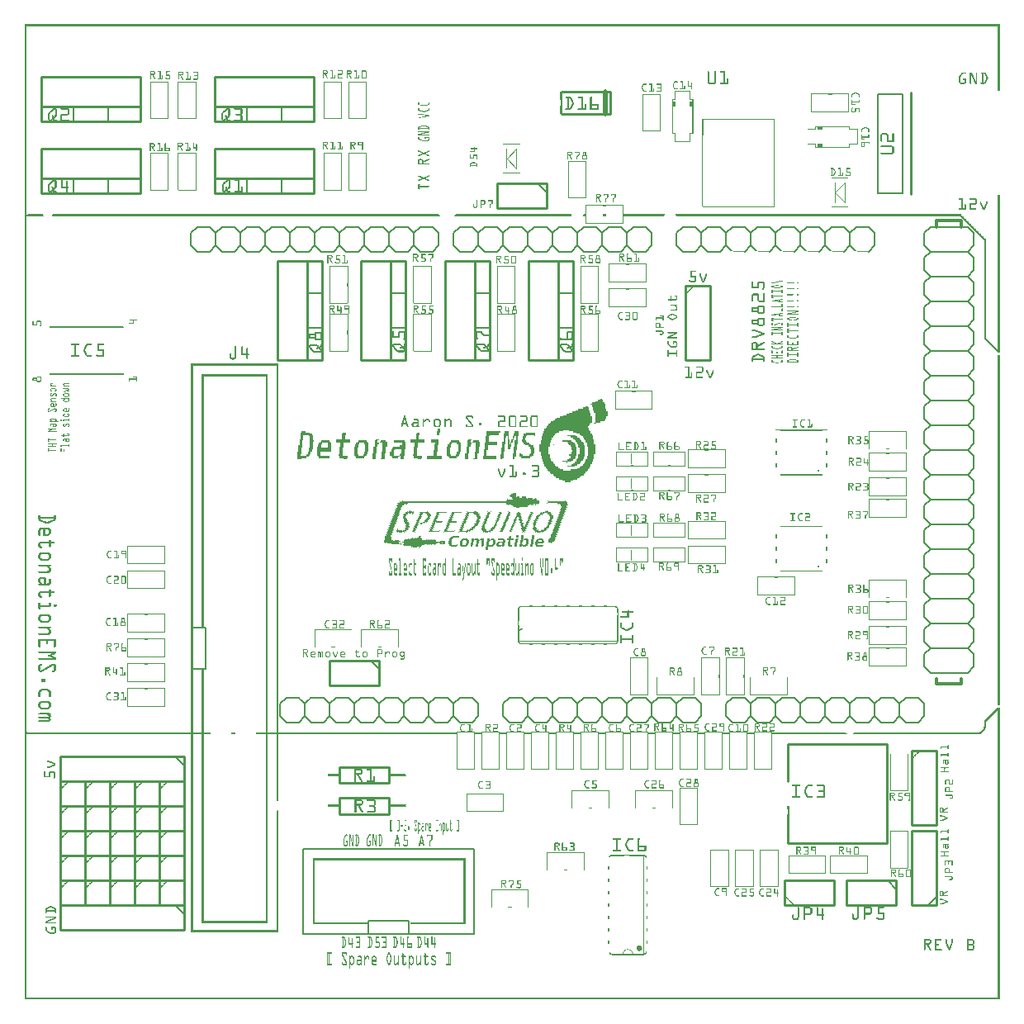
<source format=gto>
G04 MADE WITH FRITZING*
G04 WWW.FRITZING.ORG*
G04 DOUBLE SIDED*
G04 HOLES PLATED*
G04 CONTOUR ON CENTER OF CONTOUR VECTOR*
%ASAXBY*%
%FSLAX23Y23*%
%MOIN*%
%OFA0B0*%
%SFA1.0B1.0*%
%ADD10C,0.011920X0.0039196*%
%ADD11R,0.695200X0.354200X0.679200X0.338200*%
%ADD12C,0.008000*%
%ADD13R,0.173200X0.063000X0.157200X0.047000*%
%ADD14R,0.063000X0.173200X0.047000X0.157200*%
%ADD15C,0.010000*%
%ADD16C,0.006000*%
%ADD17C,0.002000*%
%ADD18C,0.005000*%
%ADD19C,0.012000*%
%ADD20C,0.020000*%
%ADD21C,0.004861*%
%ADD22R,0.001000X0.001000*%
%LNSILK1*%
G90*
G70*
G54D10*
X3205Y2136D03*
X3205Y1749D03*
G54D12*
X1126Y610D02*
X1813Y610D01*
X1813Y264D01*
X1126Y264D01*
X1126Y610D01*
D02*
X1387Y319D02*
X1552Y319D01*
X1552Y264D01*
X1387Y264D01*
X1387Y319D01*
D02*
X676Y1502D02*
X731Y1502D01*
X731Y1337D01*
X676Y1337D01*
X676Y1502D01*
D02*
G54D15*
X1472Y874D02*
X1272Y874D01*
D02*
X1272Y874D02*
X1272Y940D01*
D02*
X1272Y940D02*
X1472Y940D01*
D02*
X1472Y940D02*
X1472Y874D01*
D02*
X1472Y749D02*
X1272Y749D01*
D02*
X1272Y749D02*
X1272Y815D01*
D02*
X1272Y815D02*
X1472Y815D01*
D02*
X1472Y815D02*
X1472Y749D01*
G54D16*
D02*
X1994Y1573D02*
X1994Y1531D01*
D02*
X1994Y1491D02*
X1994Y1449D01*
G54D17*
D02*
X1994Y1448D02*
X2394Y1448D01*
G54D16*
D02*
X2374Y182D02*
X2498Y182D01*
G54D17*
D02*
X2499Y182D02*
X2499Y582D01*
G54D15*
D02*
X644Y382D02*
X144Y382D01*
D02*
X144Y382D02*
X144Y282D01*
D02*
X144Y282D02*
X644Y282D01*
D02*
X644Y282D02*
X644Y382D01*
G54D18*
D02*
X609Y382D02*
X644Y347D01*
G54D15*
D02*
X644Y982D02*
X144Y982D01*
D02*
X144Y982D02*
X144Y882D01*
D02*
X144Y882D02*
X644Y882D01*
D02*
X644Y882D02*
X644Y982D01*
G54D18*
D02*
X609Y982D02*
X644Y947D01*
G54D15*
D02*
X144Y782D02*
X144Y682D01*
D02*
X144Y682D02*
X244Y682D01*
D02*
X244Y682D02*
X244Y782D01*
D02*
X244Y782D02*
X144Y782D01*
D02*
X244Y782D02*
X244Y682D01*
D02*
X244Y682D02*
X344Y682D01*
D02*
X344Y682D02*
X344Y782D01*
D02*
X344Y782D02*
X244Y782D01*
D02*
X344Y782D02*
X344Y682D01*
D02*
X344Y682D02*
X444Y682D01*
D02*
X444Y682D02*
X444Y782D01*
D02*
X444Y782D02*
X344Y782D01*
D02*
X444Y782D02*
X444Y682D01*
D02*
X444Y682D02*
X544Y682D01*
D02*
X544Y682D02*
X544Y782D01*
D02*
X544Y782D02*
X444Y782D01*
D02*
X444Y482D02*
X444Y382D01*
D02*
X444Y382D02*
X544Y382D01*
D02*
X544Y382D02*
X544Y482D01*
D02*
X544Y482D02*
X444Y482D01*
D02*
X444Y582D02*
X444Y482D01*
D02*
X444Y482D02*
X544Y482D01*
D02*
X544Y482D02*
X544Y582D01*
D02*
X544Y582D02*
X444Y582D01*
D02*
X144Y482D02*
X144Y382D01*
D02*
X144Y382D02*
X244Y382D01*
D02*
X244Y382D02*
X244Y482D01*
D02*
X244Y482D02*
X144Y482D01*
D02*
X144Y582D02*
X144Y482D01*
D02*
X144Y482D02*
X244Y482D01*
D02*
X244Y482D02*
X244Y582D01*
D02*
X244Y582D02*
X144Y582D01*
D02*
X244Y482D02*
X244Y382D01*
D02*
X244Y382D02*
X344Y382D01*
D02*
X344Y382D02*
X344Y482D01*
D02*
X344Y482D02*
X244Y482D01*
D02*
X244Y582D02*
X244Y482D01*
D02*
X244Y482D02*
X344Y482D01*
D02*
X344Y482D02*
X344Y582D01*
D02*
X344Y582D02*
X244Y582D01*
D02*
X344Y482D02*
X344Y382D01*
D02*
X344Y382D02*
X444Y382D01*
D02*
X444Y382D02*
X444Y482D01*
D02*
X444Y482D02*
X344Y482D01*
D02*
X344Y582D02*
X344Y482D01*
D02*
X344Y482D02*
X444Y482D01*
D02*
X444Y482D02*
X444Y582D01*
D02*
X444Y582D02*
X344Y582D01*
D02*
X544Y482D02*
X544Y382D01*
D02*
X544Y382D02*
X644Y382D01*
D02*
X644Y382D02*
X644Y482D01*
D02*
X644Y482D02*
X544Y482D01*
D02*
X544Y582D02*
X544Y482D01*
D02*
X544Y482D02*
X644Y482D01*
D02*
X644Y482D02*
X644Y582D01*
D02*
X644Y582D02*
X544Y582D01*
D02*
X144Y882D02*
X144Y782D01*
D02*
X144Y782D02*
X244Y782D01*
D02*
X244Y782D02*
X244Y882D01*
D02*
X244Y882D02*
X144Y882D01*
D02*
X244Y882D02*
X244Y782D01*
D02*
X244Y782D02*
X344Y782D01*
D02*
X344Y782D02*
X344Y882D01*
D02*
X344Y882D02*
X244Y882D01*
D02*
X344Y882D02*
X344Y782D01*
D02*
X344Y782D02*
X444Y782D01*
D02*
X444Y782D02*
X444Y882D01*
D02*
X444Y882D02*
X344Y882D01*
D02*
X444Y882D02*
X444Y782D01*
D02*
X444Y782D02*
X544Y782D01*
D02*
X544Y782D02*
X544Y882D01*
D02*
X544Y882D02*
X444Y882D01*
D02*
X444Y682D02*
X444Y582D01*
D02*
X444Y582D02*
X544Y582D01*
D02*
X544Y582D02*
X544Y682D01*
D02*
X544Y682D02*
X444Y682D01*
D02*
X544Y682D02*
X544Y582D01*
D02*
X544Y582D02*
X644Y582D01*
D02*
X644Y582D02*
X644Y682D01*
D02*
X644Y682D02*
X544Y682D01*
D02*
X1432Y1370D02*
X1232Y1370D01*
D02*
X1232Y1370D02*
X1232Y1270D01*
D02*
X1232Y1270D02*
X1432Y1270D01*
D02*
X1432Y1270D02*
X1432Y1370D01*
G54D18*
D02*
X1397Y1370D02*
X1432Y1335D01*
G54D15*
D02*
X144Y682D02*
X144Y582D01*
D02*
X144Y582D02*
X244Y582D01*
D02*
X244Y582D02*
X244Y682D01*
D02*
X244Y682D02*
X144Y682D01*
D02*
X244Y682D02*
X244Y582D01*
D02*
X244Y582D02*
X344Y582D01*
D02*
X344Y582D02*
X344Y682D01*
D02*
X344Y682D02*
X244Y682D01*
D02*
X344Y682D02*
X344Y582D01*
D02*
X344Y582D02*
X444Y582D01*
D02*
X444Y582D02*
X444Y682D01*
D02*
X444Y682D02*
X344Y682D01*
D02*
X544Y882D02*
X544Y782D01*
D02*
X544Y782D02*
X644Y782D01*
D02*
X644Y782D02*
X644Y882D01*
D02*
X644Y882D02*
X544Y882D01*
D02*
X544Y782D02*
X544Y682D01*
D02*
X544Y682D02*
X644Y682D01*
D02*
X644Y682D02*
X644Y782D01*
D02*
X644Y782D02*
X544Y782D01*
D02*
X3082Y632D02*
X3482Y632D01*
D02*
X3482Y632D02*
X3482Y1032D01*
D02*
X3482Y1032D02*
X3082Y1032D01*
D02*
X3082Y882D02*
X3082Y1032D01*
G54D19*
D02*
X3682Y1295D02*
X3682Y1275D01*
D02*
X3682Y1275D02*
X3782Y1275D01*
D02*
X3782Y1275D02*
X3782Y1295D01*
D02*
X3682Y3120D02*
X3682Y3145D01*
D02*
X3682Y3145D02*
X3782Y3145D01*
D02*
X3782Y3145D02*
X3782Y3120D01*
G54D16*
D02*
X3457Y1220D02*
X3507Y1220D01*
D02*
X3507Y1220D02*
X3532Y1195D01*
D02*
X3532Y1195D02*
X3532Y1145D01*
D02*
X3532Y1145D02*
X3507Y1120D01*
D02*
X3332Y1195D02*
X3357Y1220D01*
D02*
X3357Y1220D02*
X3407Y1220D01*
D02*
X3407Y1220D02*
X3432Y1195D01*
D02*
X3432Y1195D02*
X3432Y1145D01*
D02*
X3432Y1145D02*
X3407Y1120D01*
D02*
X3407Y1120D02*
X3357Y1120D01*
D02*
X3357Y1120D02*
X3332Y1145D01*
D02*
X3457Y1220D02*
X3432Y1195D01*
D02*
X3432Y1145D02*
X3457Y1120D01*
D02*
X3507Y1120D02*
X3457Y1120D01*
D02*
X3157Y1220D02*
X3207Y1220D01*
D02*
X3207Y1220D02*
X3232Y1195D01*
D02*
X3232Y1195D02*
X3232Y1145D01*
D02*
X3232Y1145D02*
X3207Y1120D01*
D02*
X3232Y1195D02*
X3257Y1220D01*
D02*
X3257Y1220D02*
X3307Y1220D01*
D02*
X3307Y1220D02*
X3332Y1195D01*
D02*
X3332Y1195D02*
X3332Y1145D01*
D02*
X3332Y1145D02*
X3307Y1120D01*
D02*
X3307Y1120D02*
X3257Y1120D01*
D02*
X3257Y1120D02*
X3232Y1145D01*
D02*
X3032Y1195D02*
X3057Y1220D01*
D02*
X3057Y1220D02*
X3107Y1220D01*
D02*
X3107Y1220D02*
X3132Y1195D01*
D02*
X3132Y1195D02*
X3132Y1145D01*
D02*
X3132Y1145D02*
X3107Y1120D01*
D02*
X3107Y1120D02*
X3057Y1120D01*
D02*
X3057Y1120D02*
X3032Y1145D01*
D02*
X3157Y1220D02*
X3132Y1195D01*
D02*
X3132Y1145D02*
X3157Y1120D01*
D02*
X3207Y1120D02*
X3157Y1120D01*
D02*
X2857Y1220D02*
X2907Y1220D01*
D02*
X2907Y1220D02*
X2932Y1195D01*
D02*
X2932Y1195D02*
X2932Y1145D01*
D02*
X2932Y1145D02*
X2907Y1120D01*
D02*
X2932Y1195D02*
X2957Y1220D01*
D02*
X2957Y1220D02*
X3007Y1220D01*
D02*
X3007Y1220D02*
X3032Y1195D01*
D02*
X3032Y1195D02*
X3032Y1145D01*
D02*
X3032Y1145D02*
X3007Y1120D01*
D02*
X3007Y1120D02*
X2957Y1120D01*
D02*
X2957Y1120D02*
X2932Y1145D01*
D02*
X2832Y1195D02*
X2832Y1145D01*
D02*
X2857Y1220D02*
X2832Y1195D01*
D02*
X2832Y1145D02*
X2857Y1120D01*
D02*
X2907Y1120D02*
X2857Y1120D01*
D02*
X3557Y1220D02*
X3607Y1220D01*
D02*
X3607Y1220D02*
X3632Y1195D01*
D02*
X3632Y1195D02*
X3632Y1145D01*
D02*
X3632Y1145D02*
X3607Y1120D01*
D02*
X3557Y1220D02*
X3532Y1195D01*
D02*
X3532Y1145D02*
X3557Y1120D01*
D02*
X3607Y1120D02*
X3557Y1120D01*
D02*
X2557Y1220D02*
X2607Y1220D01*
D02*
X2607Y1220D02*
X2632Y1195D01*
D02*
X2632Y1195D02*
X2632Y1145D01*
D02*
X2632Y1145D02*
X2607Y1120D01*
D02*
X2432Y1195D02*
X2457Y1220D01*
D02*
X2457Y1220D02*
X2507Y1220D01*
D02*
X2507Y1220D02*
X2532Y1195D01*
D02*
X2532Y1195D02*
X2532Y1145D01*
D02*
X2532Y1145D02*
X2507Y1120D01*
D02*
X2507Y1120D02*
X2457Y1120D01*
D02*
X2457Y1120D02*
X2432Y1145D01*
D02*
X2557Y1220D02*
X2532Y1195D01*
D02*
X2532Y1145D02*
X2557Y1120D01*
D02*
X2607Y1120D02*
X2557Y1120D01*
D02*
X2257Y1220D02*
X2307Y1220D01*
D02*
X2307Y1220D02*
X2332Y1195D01*
D02*
X2332Y1195D02*
X2332Y1145D01*
D02*
X2332Y1145D02*
X2307Y1120D01*
D02*
X2332Y1195D02*
X2357Y1220D01*
D02*
X2357Y1220D02*
X2407Y1220D01*
D02*
X2407Y1220D02*
X2432Y1195D01*
D02*
X2432Y1195D02*
X2432Y1145D01*
D02*
X2432Y1145D02*
X2407Y1120D01*
D02*
X2407Y1120D02*
X2357Y1120D01*
D02*
X2357Y1120D02*
X2332Y1145D01*
D02*
X2132Y1195D02*
X2157Y1220D01*
D02*
X2157Y1220D02*
X2207Y1220D01*
D02*
X2207Y1220D02*
X2232Y1195D01*
D02*
X2232Y1195D02*
X2232Y1145D01*
D02*
X2232Y1145D02*
X2207Y1120D01*
D02*
X2207Y1120D02*
X2157Y1120D01*
D02*
X2157Y1120D02*
X2132Y1145D01*
D02*
X2257Y1220D02*
X2232Y1195D01*
D02*
X2232Y1145D02*
X2257Y1120D01*
D02*
X2307Y1120D02*
X2257Y1120D01*
D02*
X1957Y1220D02*
X2007Y1220D01*
D02*
X2007Y1220D02*
X2032Y1195D01*
D02*
X2032Y1195D02*
X2032Y1145D01*
D02*
X2032Y1145D02*
X2007Y1120D01*
D02*
X2032Y1195D02*
X2057Y1220D01*
D02*
X2057Y1220D02*
X2107Y1220D01*
D02*
X2107Y1220D02*
X2132Y1195D01*
D02*
X2132Y1195D02*
X2132Y1145D01*
D02*
X2132Y1145D02*
X2107Y1120D01*
D02*
X2107Y1120D02*
X2057Y1120D01*
D02*
X2057Y1120D02*
X2032Y1145D01*
D02*
X1932Y1195D02*
X1932Y1145D01*
D02*
X1957Y1220D02*
X1932Y1195D01*
D02*
X1932Y1145D02*
X1957Y1120D01*
D02*
X2007Y1120D02*
X1957Y1120D01*
D02*
X2657Y1220D02*
X2707Y1220D01*
D02*
X2707Y1220D02*
X2732Y1195D01*
D02*
X2732Y1195D02*
X2732Y1145D01*
D02*
X2732Y1145D02*
X2707Y1120D01*
D02*
X2657Y1220D02*
X2632Y1195D01*
D02*
X2632Y1145D02*
X2657Y1120D01*
D02*
X2707Y1120D02*
X2657Y1120D01*
D02*
X2807Y3020D02*
X2757Y3020D01*
D02*
X2757Y3020D02*
X2732Y3045D01*
D02*
X2732Y3045D02*
X2732Y3095D01*
D02*
X2732Y3095D02*
X2757Y3120D01*
D02*
X2932Y3045D02*
X2907Y3020D01*
D02*
X2832Y3045D02*
X2832Y3095D01*
D02*
X2832Y3095D02*
X2857Y3120D01*
D02*
X2857Y3120D02*
X2907Y3120D01*
D02*
X2907Y3120D02*
X2932Y3095D01*
D02*
X2807Y3020D02*
X2832Y3045D01*
D02*
X2832Y3095D02*
X2807Y3120D01*
D02*
X2757Y3120D02*
X2807Y3120D01*
D02*
X3032Y3045D02*
X3032Y3095D01*
D02*
X3032Y3095D02*
X3057Y3120D01*
D02*
X3032Y3045D02*
X3007Y3020D01*
D02*
X2932Y3045D02*
X2932Y3095D01*
D02*
X2932Y3095D02*
X2957Y3120D01*
D02*
X2957Y3120D02*
X3007Y3120D01*
D02*
X3007Y3120D02*
X3032Y3095D01*
D02*
X3232Y3045D02*
X3207Y3020D01*
D02*
X3132Y3045D02*
X3132Y3095D01*
D02*
X3132Y3095D02*
X3157Y3120D01*
D02*
X3157Y3120D02*
X3207Y3120D01*
D02*
X3207Y3120D02*
X3232Y3095D01*
D02*
X3107Y3020D02*
X3132Y3045D01*
D02*
X3132Y3095D02*
X3107Y3120D01*
D02*
X3057Y3120D02*
X3107Y3120D01*
D02*
X3332Y3045D02*
X3332Y3095D01*
D02*
X3332Y3095D02*
X3357Y3120D01*
D02*
X3332Y3045D02*
X3307Y3020D01*
D02*
X3232Y3045D02*
X3232Y3095D01*
D02*
X3232Y3095D02*
X3257Y3120D01*
D02*
X3257Y3120D02*
X3307Y3120D01*
D02*
X3307Y3120D02*
X3332Y3095D01*
D02*
X3432Y3045D02*
X3432Y3095D01*
D02*
X3407Y3020D02*
X3432Y3045D01*
D02*
X3432Y3095D02*
X3407Y3120D01*
D02*
X3357Y3120D02*
X3407Y3120D01*
D02*
X2707Y3020D02*
X2657Y3020D01*
D02*
X2657Y3020D02*
X2632Y3045D01*
D02*
X2632Y3045D02*
X2632Y3095D01*
D02*
X2632Y3095D02*
X2657Y3120D01*
D02*
X2707Y3020D02*
X2732Y3045D01*
D02*
X2732Y3095D02*
X2707Y3120D01*
D02*
X2657Y3120D02*
X2707Y3120D01*
D02*
X1472Y3095D02*
X1497Y3120D01*
D02*
X1497Y3120D02*
X1547Y3120D01*
D02*
X1547Y3120D02*
X1572Y3095D01*
D02*
X1572Y3095D02*
X1572Y3045D01*
D02*
X1572Y3045D02*
X1547Y3020D01*
D02*
X1547Y3020D02*
X1497Y3020D01*
D02*
X1497Y3020D02*
X1472Y3045D01*
D02*
X1297Y3120D02*
X1347Y3120D01*
D02*
X1347Y3120D02*
X1372Y3095D01*
D02*
X1372Y3095D02*
X1372Y3045D01*
D02*
X1372Y3045D02*
X1347Y3020D01*
D02*
X1372Y3095D02*
X1397Y3120D01*
D02*
X1397Y3120D02*
X1447Y3120D01*
D02*
X1447Y3120D02*
X1472Y3095D01*
D02*
X1472Y3095D02*
X1472Y3045D01*
D02*
X1472Y3045D02*
X1447Y3020D01*
D02*
X1447Y3020D02*
X1397Y3020D01*
D02*
X1397Y3020D02*
X1372Y3045D01*
D02*
X1172Y3095D02*
X1197Y3120D01*
D02*
X1197Y3120D02*
X1247Y3120D01*
D02*
X1247Y3120D02*
X1272Y3095D01*
D02*
X1272Y3095D02*
X1272Y3045D01*
D02*
X1272Y3045D02*
X1247Y3020D01*
D02*
X1247Y3020D02*
X1197Y3020D01*
D02*
X1197Y3020D02*
X1172Y3045D01*
D02*
X1297Y3120D02*
X1272Y3095D01*
D02*
X1272Y3045D02*
X1297Y3020D01*
D02*
X1347Y3020D02*
X1297Y3020D01*
D02*
X997Y3120D02*
X1047Y3120D01*
D02*
X1047Y3120D02*
X1072Y3095D01*
D02*
X1072Y3095D02*
X1072Y3045D01*
D02*
X1072Y3045D02*
X1047Y3020D01*
D02*
X1072Y3095D02*
X1097Y3120D01*
D02*
X1097Y3120D02*
X1147Y3120D01*
D02*
X1147Y3120D02*
X1172Y3095D01*
D02*
X1172Y3095D02*
X1172Y3045D01*
D02*
X1172Y3045D02*
X1147Y3020D01*
D02*
X1147Y3020D02*
X1097Y3020D01*
D02*
X1097Y3020D02*
X1072Y3045D01*
D02*
X872Y3095D02*
X897Y3120D01*
D02*
X897Y3120D02*
X947Y3120D01*
D02*
X947Y3120D02*
X972Y3095D01*
D02*
X972Y3095D02*
X972Y3045D01*
D02*
X972Y3045D02*
X947Y3020D01*
D02*
X947Y3020D02*
X897Y3020D01*
D02*
X897Y3020D02*
X872Y3045D01*
D02*
X997Y3120D02*
X972Y3095D01*
D02*
X972Y3045D02*
X997Y3020D01*
D02*
X1047Y3020D02*
X997Y3020D01*
D02*
X697Y3120D02*
X747Y3120D01*
D02*
X747Y3120D02*
X772Y3095D01*
D02*
X772Y3095D02*
X772Y3045D01*
D02*
X772Y3045D02*
X747Y3020D01*
D02*
X772Y3095D02*
X797Y3120D01*
D02*
X797Y3120D02*
X847Y3120D01*
D02*
X847Y3120D02*
X872Y3095D01*
D02*
X872Y3095D02*
X872Y3045D01*
D02*
X872Y3045D02*
X847Y3020D01*
D02*
X847Y3020D02*
X797Y3020D01*
D02*
X797Y3020D02*
X772Y3045D01*
D02*
X672Y3095D02*
X672Y3045D01*
D02*
X697Y3120D02*
X672Y3095D01*
D02*
X672Y3045D02*
X697Y3020D01*
D02*
X747Y3020D02*
X697Y3020D01*
D02*
X1597Y3120D02*
X1647Y3120D01*
D02*
X1647Y3120D02*
X1672Y3095D01*
D02*
X1672Y3095D02*
X1672Y3045D01*
D02*
X1672Y3045D02*
X1647Y3020D01*
D02*
X1597Y3120D02*
X1572Y3095D01*
D02*
X1572Y3045D02*
X1597Y3020D01*
D02*
X1647Y3020D02*
X1597Y3020D01*
D02*
X1657Y1220D02*
X1707Y1220D01*
D02*
X1707Y1220D02*
X1732Y1195D01*
D02*
X1732Y1195D02*
X1732Y1145D01*
D02*
X1732Y1145D02*
X1707Y1120D01*
D02*
X1532Y1195D02*
X1557Y1220D01*
D02*
X1557Y1220D02*
X1607Y1220D01*
D02*
X1607Y1220D02*
X1632Y1195D01*
D02*
X1632Y1195D02*
X1632Y1145D01*
D02*
X1632Y1145D02*
X1607Y1120D01*
D02*
X1607Y1120D02*
X1557Y1120D01*
D02*
X1557Y1120D02*
X1532Y1145D01*
D02*
X1657Y1220D02*
X1632Y1195D01*
D02*
X1632Y1145D02*
X1657Y1120D01*
D02*
X1707Y1120D02*
X1657Y1120D01*
D02*
X1357Y1220D02*
X1407Y1220D01*
D02*
X1407Y1220D02*
X1432Y1195D01*
D02*
X1432Y1195D02*
X1432Y1145D01*
D02*
X1432Y1145D02*
X1407Y1120D01*
D02*
X1432Y1195D02*
X1457Y1220D01*
D02*
X1457Y1220D02*
X1507Y1220D01*
D02*
X1507Y1220D02*
X1532Y1195D01*
D02*
X1532Y1195D02*
X1532Y1145D01*
D02*
X1532Y1145D02*
X1507Y1120D01*
D02*
X1507Y1120D02*
X1457Y1120D01*
D02*
X1457Y1120D02*
X1432Y1145D01*
D02*
X1232Y1195D02*
X1257Y1220D01*
D02*
X1257Y1220D02*
X1307Y1220D01*
D02*
X1307Y1220D02*
X1332Y1195D01*
D02*
X1332Y1195D02*
X1332Y1145D01*
D02*
X1332Y1145D02*
X1307Y1120D01*
D02*
X1307Y1120D02*
X1257Y1120D01*
D02*
X1257Y1120D02*
X1232Y1145D01*
D02*
X1357Y1220D02*
X1332Y1195D01*
D02*
X1332Y1145D02*
X1357Y1120D01*
D02*
X1407Y1120D02*
X1357Y1120D01*
D02*
X1057Y1220D02*
X1107Y1220D01*
D02*
X1132Y1195D02*
X1132Y1145D01*
D02*
X1132Y1145D02*
X1107Y1120D01*
D02*
X1157Y1220D02*
X1207Y1220D01*
D02*
X1207Y1220D02*
X1232Y1195D01*
D02*
X1232Y1195D02*
X1232Y1145D01*
D02*
X1232Y1145D02*
X1207Y1120D01*
D02*
X1207Y1120D02*
X1157Y1120D01*
D02*
X1157Y1120D02*
X1132Y1145D01*
D02*
X1032Y1195D02*
X1032Y1145D01*
D02*
X1057Y1220D02*
X1032Y1195D01*
D02*
X1032Y1145D02*
X1057Y1120D01*
D02*
X1107Y1120D02*
X1057Y1120D01*
D02*
X1757Y1220D02*
X1807Y1220D01*
D02*
X1807Y1220D02*
X1832Y1195D01*
D02*
X1832Y1195D02*
X1832Y1145D01*
D02*
X1832Y1145D02*
X1807Y1120D01*
D02*
X1757Y1220D02*
X1732Y1195D01*
D02*
X1732Y1145D02*
X1757Y1120D01*
D02*
X1807Y1120D02*
X1757Y1120D01*
D02*
X1907Y3020D02*
X1857Y3020D01*
D02*
X1857Y3020D02*
X1832Y3045D01*
D02*
X1832Y3045D02*
X1832Y3095D01*
D02*
X1832Y3095D02*
X1857Y3120D01*
D02*
X2032Y3045D02*
X2007Y3020D01*
D02*
X2007Y3020D02*
X1957Y3020D01*
D02*
X1957Y3020D02*
X1932Y3045D01*
D02*
X1932Y3045D02*
X1932Y3095D01*
D02*
X1932Y3095D02*
X1957Y3120D01*
D02*
X1957Y3120D02*
X2007Y3120D01*
D02*
X2007Y3120D02*
X2032Y3095D01*
D02*
X1907Y3020D02*
X1932Y3045D01*
D02*
X1932Y3095D02*
X1907Y3120D01*
D02*
X1857Y3120D02*
X1907Y3120D01*
D02*
X2207Y3020D02*
X2157Y3020D01*
D02*
X2157Y3020D02*
X2132Y3045D01*
D02*
X2132Y3045D02*
X2132Y3095D01*
D02*
X2132Y3095D02*
X2157Y3120D01*
D02*
X2132Y3045D02*
X2107Y3020D01*
D02*
X2107Y3020D02*
X2057Y3020D01*
D02*
X2057Y3020D02*
X2032Y3045D01*
D02*
X2032Y3045D02*
X2032Y3095D01*
D02*
X2032Y3095D02*
X2057Y3120D01*
D02*
X2057Y3120D02*
X2107Y3120D01*
D02*
X2107Y3120D02*
X2132Y3095D01*
D02*
X2332Y3045D02*
X2307Y3020D01*
D02*
X2307Y3020D02*
X2257Y3020D01*
D02*
X2257Y3020D02*
X2232Y3045D01*
D02*
X2232Y3045D02*
X2232Y3095D01*
D02*
X2232Y3095D02*
X2257Y3120D01*
D02*
X2257Y3120D02*
X2307Y3120D01*
D02*
X2307Y3120D02*
X2332Y3095D01*
D02*
X2207Y3020D02*
X2232Y3045D01*
D02*
X2232Y3095D02*
X2207Y3120D01*
D02*
X2157Y3120D02*
X2207Y3120D01*
D02*
X2507Y3020D02*
X2457Y3020D01*
D02*
X2457Y3020D02*
X2432Y3045D01*
D02*
X2432Y3045D02*
X2432Y3095D01*
D02*
X2432Y3095D02*
X2457Y3120D01*
D02*
X2432Y3045D02*
X2407Y3020D01*
D02*
X2407Y3020D02*
X2357Y3020D01*
D02*
X2357Y3020D02*
X2332Y3045D01*
D02*
X2332Y3045D02*
X2332Y3095D01*
D02*
X2332Y3095D02*
X2357Y3120D01*
D02*
X2357Y3120D02*
X2407Y3120D01*
D02*
X2407Y3120D02*
X2432Y3095D01*
D02*
X2532Y3045D02*
X2532Y3095D01*
D02*
X2507Y3020D02*
X2532Y3045D01*
D02*
X2532Y3095D02*
X2507Y3120D01*
D02*
X2457Y3120D02*
X2507Y3120D01*
D02*
X1807Y3020D02*
X1757Y3020D01*
D02*
X1757Y3020D02*
X1732Y3045D01*
D02*
X1732Y3045D02*
X1732Y3095D01*
D02*
X1732Y3095D02*
X1757Y3120D01*
D02*
X1807Y3020D02*
X1832Y3045D01*
D02*
X1832Y3095D02*
X1807Y3120D01*
D02*
X1757Y3120D02*
X1807Y3120D01*
D02*
X3657Y3120D02*
X3632Y3095D01*
D02*
X3632Y3095D02*
X3632Y3045D01*
D02*
X3632Y3045D02*
X3657Y3020D01*
D02*
X3657Y3020D02*
X3632Y2995D01*
D02*
X3632Y2995D02*
X3632Y2945D01*
D02*
X3632Y2945D02*
X3657Y2920D01*
D02*
X3657Y2920D02*
X3632Y2895D01*
D02*
X3632Y2895D02*
X3632Y2845D01*
D02*
X3632Y2845D02*
X3657Y2820D01*
D02*
X3657Y2820D02*
X3632Y2795D01*
D02*
X3632Y2795D02*
X3632Y2745D01*
D02*
X3632Y2745D02*
X3657Y2720D01*
D02*
X3657Y2720D02*
X3632Y2695D01*
D02*
X3632Y2695D02*
X3632Y2645D01*
D02*
X3632Y2645D02*
X3657Y2620D01*
D02*
X3657Y2620D02*
X3632Y2595D01*
D02*
X3632Y2595D02*
X3632Y2545D01*
D02*
X3632Y2545D02*
X3657Y2520D01*
D02*
X3657Y3120D02*
X3807Y3120D01*
D02*
X3807Y3120D02*
X3832Y3095D01*
D02*
X3832Y3095D02*
X3832Y3045D01*
D02*
X3832Y3045D02*
X3807Y3020D01*
D02*
X3807Y3020D02*
X3832Y2995D01*
D02*
X3832Y2995D02*
X3832Y2945D01*
D02*
X3832Y2945D02*
X3807Y2920D01*
D02*
X3807Y2920D02*
X3832Y2895D01*
D02*
X3832Y2895D02*
X3832Y2845D01*
D02*
X3832Y2845D02*
X3807Y2820D01*
D02*
X3807Y2820D02*
X3832Y2795D01*
D02*
X3832Y2795D02*
X3832Y2745D01*
D02*
X3832Y2745D02*
X3807Y2720D01*
D02*
X3807Y2720D02*
X3832Y2695D01*
D02*
X3832Y2695D02*
X3832Y2645D01*
D02*
X3832Y2645D02*
X3807Y2620D01*
D02*
X3807Y2620D02*
X3832Y2595D01*
D02*
X3832Y2595D02*
X3832Y2545D01*
D02*
X3832Y2545D02*
X3807Y2520D01*
D02*
X3807Y2520D02*
X3832Y2495D01*
D02*
X3832Y2495D02*
X3832Y2445D01*
D02*
X3832Y2445D02*
X3807Y2420D01*
D02*
X3807Y2420D02*
X3832Y2395D01*
D02*
X3832Y2395D02*
X3832Y2345D01*
D02*
X3832Y2345D02*
X3807Y2320D01*
D02*
X3807Y2320D02*
X3832Y2295D01*
D02*
X3832Y2295D02*
X3832Y2245D01*
D02*
X3832Y2245D02*
X3807Y2220D01*
D02*
X3807Y2220D02*
X3832Y2195D01*
D02*
X3832Y2195D02*
X3832Y2145D01*
D02*
X3832Y2145D02*
X3807Y2120D01*
D02*
X3807Y2120D02*
X3832Y2095D01*
D02*
X3832Y2095D02*
X3832Y2045D01*
D02*
X3832Y2045D02*
X3807Y2020D01*
D02*
X3807Y2020D02*
X3832Y1995D01*
D02*
X3832Y1995D02*
X3832Y1945D01*
D02*
X3807Y1920D02*
X3832Y1945D01*
D02*
X3807Y1920D02*
X3832Y1895D01*
D02*
X3832Y1845D02*
X3832Y1895D01*
D02*
X3832Y1845D02*
X3807Y1820D01*
D02*
X3807Y1820D02*
X3832Y1795D01*
D02*
X3832Y1745D02*
X3832Y1795D01*
D02*
X3832Y1745D02*
X3807Y1720D01*
D02*
X3807Y1720D02*
X3832Y1695D01*
D02*
X3832Y1645D02*
X3832Y1695D01*
D02*
X3832Y1645D02*
X3807Y1620D01*
D02*
X3807Y1620D02*
X3832Y1595D01*
D02*
X3832Y1545D02*
X3832Y1595D01*
D02*
X3832Y1545D02*
X3807Y1520D01*
D02*
X3807Y1520D02*
X3832Y1495D01*
D02*
X3832Y1445D02*
X3832Y1495D01*
D02*
X3832Y1445D02*
X3807Y1420D01*
D02*
X3807Y1420D02*
X3832Y1395D01*
D02*
X3832Y1345D02*
X3832Y1395D01*
D02*
X3832Y1345D02*
X3807Y1320D01*
D02*
X3657Y1320D02*
X3632Y1345D01*
D02*
X3632Y1345D02*
X3632Y1395D01*
D02*
X3657Y1420D02*
X3632Y1395D01*
D02*
X3657Y1420D02*
X3632Y1445D01*
D02*
X3632Y1445D02*
X3632Y1495D01*
D02*
X3657Y1520D02*
X3632Y1495D01*
D02*
X3657Y1520D02*
X3632Y1545D01*
D02*
X3632Y1595D02*
X3632Y1545D01*
D02*
X3632Y1595D02*
X3657Y1620D01*
D02*
X3657Y1620D02*
X3632Y1645D01*
D02*
X3632Y1695D02*
X3632Y1645D01*
D02*
X3632Y1695D02*
X3657Y1720D01*
D02*
X3657Y1720D02*
X3632Y1745D01*
D02*
X3632Y1745D02*
X3632Y1795D01*
D02*
X3657Y1820D02*
X3632Y1795D01*
D02*
X3657Y1820D02*
X3632Y1845D01*
D02*
X3632Y1845D02*
X3632Y1895D01*
D02*
X3657Y1920D02*
X3632Y1895D01*
D02*
X3657Y1920D02*
X3632Y1945D01*
D02*
X3632Y1945D02*
X3632Y1995D01*
D02*
X3657Y2020D02*
X3632Y1995D01*
D02*
X3657Y2020D02*
X3632Y2045D01*
D02*
X3632Y2045D02*
X3632Y2095D01*
D02*
X3657Y2120D02*
X3632Y2095D01*
D02*
X3657Y2120D02*
X3632Y2145D01*
D02*
X3632Y2145D02*
X3632Y2195D01*
D02*
X3657Y2220D02*
X3632Y2195D01*
D02*
X3657Y2220D02*
X3632Y2245D01*
D02*
X3632Y2245D02*
X3632Y2295D01*
D02*
X3657Y2320D02*
X3632Y2295D01*
D02*
X3657Y2320D02*
X3632Y2345D01*
D02*
X3632Y2345D02*
X3632Y2395D01*
D02*
X3657Y2420D02*
X3632Y2395D01*
D02*
X3657Y2420D02*
X3632Y2445D01*
D02*
X3632Y2445D02*
X3632Y2495D01*
D02*
X3657Y2520D02*
X3632Y2495D01*
D02*
X3807Y3020D02*
X3657Y3020D01*
D02*
X3807Y2920D02*
X3657Y2920D01*
D02*
X3807Y2820D02*
X3657Y2820D01*
D02*
X3807Y2720D02*
X3657Y2720D01*
D02*
X3807Y2620D02*
X3657Y2620D01*
D02*
X3807Y2520D02*
X3657Y2520D01*
D02*
X3807Y2420D02*
X3657Y2420D01*
D02*
X3807Y2320D02*
X3657Y2320D01*
D02*
X3807Y2220D02*
X3657Y2220D01*
D02*
X3807Y2120D02*
X3657Y2120D01*
D02*
X3807Y2020D02*
X3657Y2020D01*
D02*
X3807Y1920D02*
X3657Y1920D01*
D02*
X3807Y1820D02*
X3657Y1820D01*
D02*
X3807Y1720D02*
X3657Y1720D01*
D02*
X3807Y1620D02*
X3657Y1620D01*
D02*
X3807Y1520D02*
X3657Y1520D01*
D02*
X3807Y1420D02*
X3657Y1420D01*
D02*
X3807Y1320D02*
X3657Y1320D01*
G54D15*
D02*
X1539Y2982D02*
X1539Y2582D01*
D02*
X1539Y2582D02*
X1359Y2582D01*
D02*
X1359Y2582D02*
X1359Y2982D01*
D02*
X1359Y2982D02*
X1539Y2982D01*
D02*
X1539Y2982D02*
X1539Y2582D01*
D02*
X1539Y2582D02*
X1479Y2582D01*
D02*
X1479Y2582D02*
X1479Y2982D01*
D02*
X1479Y2982D02*
X1539Y2982D01*
G54D18*
D02*
X1539Y2852D02*
X1479Y2852D01*
D02*
X1539Y2712D02*
X1479Y2712D01*
G54D15*
D02*
X2214Y2982D02*
X2214Y2582D01*
D02*
X2214Y2582D02*
X2034Y2582D01*
D02*
X2034Y2582D02*
X2034Y2982D01*
D02*
X2034Y2982D02*
X2214Y2982D01*
D02*
X2214Y2982D02*
X2214Y2582D01*
D02*
X2214Y2582D02*
X2154Y2582D01*
D02*
X2154Y2582D02*
X2154Y2982D01*
D02*
X2154Y2982D02*
X2214Y2982D01*
G54D18*
D02*
X2214Y2852D02*
X2154Y2852D01*
D02*
X2214Y2712D02*
X2154Y2712D01*
G54D15*
D02*
X1877Y2982D02*
X1877Y2582D01*
D02*
X1877Y2582D02*
X1697Y2582D01*
D02*
X1697Y2582D02*
X1697Y2982D01*
D02*
X1697Y2982D02*
X1877Y2982D01*
D02*
X1877Y2982D02*
X1877Y2582D01*
D02*
X1877Y2582D02*
X1817Y2582D01*
D02*
X1817Y2582D02*
X1817Y2982D01*
D02*
X1817Y2982D02*
X1877Y2982D01*
G54D18*
D02*
X1877Y2852D02*
X1817Y2852D01*
D02*
X1877Y2712D02*
X1817Y2712D01*
G54D15*
D02*
X1202Y2982D02*
X1202Y2582D01*
D02*
X1202Y2582D02*
X1022Y2582D01*
D02*
X1022Y2582D02*
X1022Y2982D01*
D02*
X1022Y2982D02*
X1202Y2982D01*
D02*
X1202Y2982D02*
X1202Y2582D01*
D02*
X1202Y2582D02*
X1142Y2582D01*
D02*
X1142Y2582D02*
X1142Y2982D01*
D02*
X1142Y2982D02*
X1202Y2982D01*
G54D18*
D02*
X1202Y2852D02*
X1142Y2852D01*
D02*
X1202Y2712D02*
X1142Y2712D01*
G54D15*
D02*
X3682Y382D02*
X3682Y682D01*
D02*
X3682Y682D02*
X3582Y682D01*
D02*
X3582Y682D02*
X3582Y382D01*
D02*
X3582Y382D02*
X3682Y382D01*
G54D18*
D02*
X3682Y417D02*
X3647Y382D01*
G54D15*
D02*
X3582Y1007D02*
X3582Y707D01*
D02*
X3582Y707D02*
X3682Y707D01*
D02*
X3682Y707D02*
X3682Y1007D01*
D02*
X3682Y1007D02*
X3582Y1007D01*
D02*
X2107Y3295D02*
X1907Y3295D01*
D02*
X1907Y3295D02*
X1907Y3195D01*
D02*
X1907Y3195D02*
X2107Y3195D01*
D02*
X2107Y3195D02*
X2107Y3295D01*
G54D18*
D02*
X2072Y3295D02*
X2107Y3260D01*
G54D15*
D02*
X2669Y2882D02*
X2669Y2582D01*
D02*
X2669Y2582D02*
X2769Y2582D01*
D02*
X2769Y2582D02*
X2769Y2882D01*
D02*
X2769Y2882D02*
X2669Y2882D01*
D02*
X3069Y382D02*
X3269Y382D01*
D02*
X3269Y382D02*
X3269Y482D01*
D02*
X3269Y482D02*
X3069Y482D01*
D02*
X3069Y482D02*
X3069Y382D01*
D02*
X3519Y482D02*
X3319Y482D01*
D02*
X3319Y482D02*
X3319Y382D01*
D02*
X3319Y382D02*
X3519Y382D01*
D02*
X3519Y382D02*
X3519Y482D01*
G54D18*
D02*
X3484Y482D02*
X3519Y447D01*
G54D15*
D02*
X2363Y3575D02*
X2168Y3575D01*
D02*
X2168Y3665D02*
X2363Y3665D01*
D02*
X2363Y3665D02*
X2363Y3575D01*
G54D20*
D02*
X2343Y3665D02*
X2343Y3575D01*
G54D18*
D02*
X3444Y3257D02*
X3544Y3257D01*
D02*
X3544Y3257D02*
X3544Y3657D01*
D02*
X3544Y3657D02*
X3444Y3657D01*
D02*
X3444Y3657D02*
X3444Y3257D01*
G54D15*
D02*
X469Y3257D02*
X69Y3257D01*
D02*
X69Y3257D02*
X69Y3437D01*
D02*
X69Y3437D02*
X469Y3437D01*
D02*
X469Y3437D02*
X469Y3257D01*
D02*
X469Y3257D02*
X69Y3257D01*
D02*
X69Y3257D02*
X69Y3317D01*
D02*
X69Y3317D02*
X469Y3317D01*
D02*
X469Y3317D02*
X469Y3257D01*
G54D18*
D02*
X339Y3257D02*
X339Y3317D01*
D02*
X199Y3257D02*
X199Y3317D01*
G54D15*
D02*
X1169Y3544D02*
X769Y3544D01*
D02*
X769Y3544D02*
X769Y3724D01*
D02*
X769Y3724D02*
X1169Y3724D01*
D02*
X1169Y3724D02*
X1169Y3544D01*
D02*
X1169Y3544D02*
X769Y3544D01*
D02*
X769Y3544D02*
X769Y3604D01*
D02*
X769Y3604D02*
X1169Y3604D01*
D02*
X1169Y3604D02*
X1169Y3544D01*
G54D18*
D02*
X1039Y3544D02*
X1039Y3604D01*
D02*
X899Y3544D02*
X899Y3604D01*
G54D15*
D02*
X469Y3544D02*
X69Y3544D01*
D02*
X69Y3544D02*
X69Y3724D01*
D02*
X69Y3724D02*
X469Y3724D01*
D02*
X469Y3724D02*
X469Y3544D01*
D02*
X469Y3544D02*
X69Y3544D01*
D02*
X69Y3544D02*
X69Y3604D01*
D02*
X69Y3604D02*
X469Y3604D01*
D02*
X469Y3604D02*
X469Y3544D01*
G54D18*
D02*
X339Y3544D02*
X339Y3604D01*
D02*
X199Y3544D02*
X199Y3604D01*
G54D15*
D02*
X1169Y3257D02*
X769Y3257D01*
D02*
X769Y3257D02*
X769Y3437D01*
D02*
X769Y3437D02*
X1169Y3437D01*
D02*
X1169Y3437D02*
X1169Y3257D01*
D02*
X1169Y3257D02*
X769Y3257D01*
D02*
X769Y3257D02*
X769Y3317D01*
D02*
X769Y3317D02*
X1169Y3317D01*
D02*
X1169Y3317D02*
X1169Y3257D01*
G54D18*
D02*
X1039Y3257D02*
X1039Y3317D01*
D02*
X899Y3257D02*
X899Y3317D01*
G54D15*
D02*
X3577Y3662D02*
X3577Y3252D01*
G36*
X2324Y2426D02*
X2324Y2421D01*
X2315Y2421D01*
X2315Y2416D01*
X2303Y2416D01*
X2303Y2411D01*
X2291Y2411D01*
X2291Y2406D01*
X2286Y2406D01*
X2286Y2401D01*
X2291Y2401D01*
X2291Y2391D01*
X2295Y2391D01*
X2295Y2380D01*
X2299Y2380D01*
X2299Y2370D01*
X2303Y2370D01*
X2303Y2330D01*
X2299Y2330D01*
X2299Y2324D01*
X2307Y2324D01*
X2307Y2330D01*
X2324Y2330D01*
X2324Y2335D01*
X2340Y2335D01*
X2340Y2340D01*
X2345Y2340D01*
X2345Y2345D01*
X2349Y2345D01*
X2349Y2355D01*
X2353Y2355D01*
X2353Y2375D01*
X2349Y2375D01*
X2349Y2386D01*
X2345Y2386D01*
X2345Y2406D01*
X2340Y2406D01*
X2340Y2411D01*
X2336Y2411D01*
X2336Y2421D01*
X2332Y2421D01*
X2332Y2426D01*
X2324Y2426D01*
G37*
D02*
G36*
X2266Y2396D02*
X2266Y2391D01*
X2253Y2391D01*
X2253Y2386D01*
X2236Y2386D01*
X2236Y2380D01*
X2224Y2380D01*
X2224Y2375D01*
X2212Y2375D01*
X2212Y2370D01*
X2199Y2370D01*
X2199Y2365D01*
X2187Y2365D01*
X2187Y2360D01*
X2174Y2360D01*
X2174Y2355D01*
X2162Y2355D01*
X2162Y2350D01*
X2149Y2350D01*
X2149Y2345D01*
X2141Y2345D01*
X2141Y2340D01*
X2133Y2340D01*
X2133Y2335D01*
X2124Y2335D01*
X2124Y2330D01*
X2120Y2330D01*
X2120Y2324D01*
X2116Y2324D01*
X2116Y2319D01*
X2112Y2319D01*
X2112Y2314D01*
X2108Y2314D01*
X2108Y2309D01*
X2103Y2309D01*
X2103Y2304D01*
X2099Y2304D01*
X2099Y2299D01*
X2199Y2299D01*
X2199Y2294D01*
X2216Y2294D01*
X2216Y2289D01*
X2228Y2289D01*
X2228Y2284D01*
X2241Y2284D01*
X2241Y2279D01*
X2249Y2279D01*
X2249Y2274D01*
X2253Y2274D01*
X2253Y2268D01*
X2257Y2268D01*
X2257Y2263D01*
X2261Y2263D01*
X2261Y2258D01*
X2266Y2258D01*
X2266Y2248D01*
X2270Y2248D01*
X2270Y2233D01*
X2274Y2233D01*
X2274Y2197D01*
X2270Y2197D01*
X2270Y2182D01*
X2266Y2182D01*
X2266Y2172D01*
X2261Y2172D01*
X2261Y2167D01*
X2257Y2167D01*
X2257Y2162D01*
X2253Y2162D01*
X2253Y2156D01*
X2249Y2156D01*
X2249Y2151D01*
X2241Y2151D01*
X2241Y2146D01*
X2232Y2146D01*
X2232Y2141D01*
X2203Y2141D01*
X2203Y2136D01*
X2274Y2136D01*
X2274Y2141D01*
X2278Y2141D01*
X2278Y2146D01*
X2282Y2146D01*
X2282Y2151D01*
X2286Y2151D01*
X2286Y2162D01*
X2291Y2162D01*
X2291Y2172D01*
X2295Y2172D01*
X2295Y2182D01*
X2299Y2182D01*
X2299Y2202D01*
X2303Y2202D01*
X2303Y2243D01*
X2299Y2243D01*
X2299Y2263D01*
X2295Y2263D01*
X2295Y2279D01*
X2291Y2279D01*
X2291Y2284D01*
X2286Y2284D01*
X2286Y2294D01*
X2282Y2294D01*
X2282Y2299D01*
X2278Y2299D01*
X2278Y2309D01*
X2274Y2309D01*
X2274Y2314D01*
X2278Y2314D01*
X2278Y2319D01*
X2282Y2319D01*
X2282Y2324D01*
X2286Y2324D01*
X2286Y2330D01*
X2291Y2330D01*
X2291Y2355D01*
X2286Y2355D01*
X2286Y2370D01*
X2282Y2370D01*
X2282Y2380D01*
X2278Y2380D01*
X2278Y2391D01*
X2274Y2391D01*
X2274Y2396D01*
X2266Y2396D01*
G37*
D02*
G36*
X2099Y2299D02*
X2099Y2294D01*
X2095Y2294D01*
X2095Y2284D01*
X2091Y2284D01*
X2091Y2274D01*
X2087Y2274D01*
X2087Y2258D01*
X2083Y2258D01*
X2083Y2243D01*
X2078Y2243D01*
X2078Y2212D01*
X2083Y2212D01*
X2083Y2197D01*
X2087Y2197D01*
X2087Y2182D01*
X2091Y2182D01*
X2091Y2172D01*
X2095Y2172D01*
X2095Y2162D01*
X2099Y2162D01*
X2099Y2151D01*
X2103Y2151D01*
X2103Y2146D01*
X2108Y2146D01*
X2108Y2141D01*
X2112Y2141D01*
X2112Y2136D01*
X2174Y2136D01*
X2174Y2141D01*
X2162Y2141D01*
X2162Y2146D01*
X2153Y2146D01*
X2153Y2151D01*
X2145Y2151D01*
X2145Y2156D01*
X2141Y2156D01*
X2141Y2162D01*
X2137Y2162D01*
X2137Y2167D01*
X2133Y2167D01*
X2133Y2172D01*
X2128Y2172D01*
X2128Y2177D01*
X2124Y2177D01*
X2124Y2187D01*
X2120Y2187D01*
X2120Y2202D01*
X2116Y2202D01*
X2116Y2233D01*
X2120Y2233D01*
X2120Y2248D01*
X2124Y2248D01*
X2124Y2258D01*
X2128Y2258D01*
X2128Y2268D01*
X2133Y2268D01*
X2133Y2274D01*
X2137Y2274D01*
X2137Y2279D01*
X2141Y2279D01*
X2141Y2284D01*
X2149Y2284D01*
X2149Y2289D01*
X2157Y2289D01*
X2157Y2294D01*
X2174Y2294D01*
X2174Y2299D01*
X2099Y2299D01*
G37*
D02*
G36*
X2116Y2136D02*
X2116Y2131D01*
X2270Y2131D01*
X2270Y2136D01*
X2116Y2136D01*
G37*
D02*
G36*
X2116Y2136D02*
X2116Y2131D01*
X2270Y2131D01*
X2270Y2136D01*
X2116Y2136D01*
G37*
D02*
G36*
X2120Y2131D02*
X2120Y2126D01*
X2124Y2126D01*
X2124Y2121D01*
X2133Y2121D01*
X2133Y2116D01*
X2137Y2116D01*
X2137Y2111D01*
X2145Y2111D01*
X2145Y2106D01*
X2157Y2106D01*
X2157Y2100D01*
X2170Y2100D01*
X2170Y2095D01*
X2182Y2095D01*
X2182Y2090D01*
X2203Y2090D01*
X2203Y2095D01*
X2216Y2095D01*
X2216Y2100D01*
X2232Y2100D01*
X2232Y2106D01*
X2241Y2106D01*
X2241Y2111D01*
X2249Y2111D01*
X2249Y2116D01*
X2257Y2116D01*
X2257Y2121D01*
X2261Y2121D01*
X2261Y2126D01*
X2266Y2126D01*
X2266Y2131D01*
X2120Y2131D01*
G37*
D02*
G36*
X1667Y2304D02*
X1667Y2294D01*
X1663Y2294D01*
X1663Y2279D01*
X1675Y2279D01*
X1675Y2289D01*
X1679Y2289D01*
X1679Y2304D01*
X1667Y2304D01*
G37*
D02*
G36*
X1118Y2294D02*
X1118Y2289D01*
X1114Y2289D01*
X1114Y2279D01*
X1147Y2279D01*
X1147Y2274D01*
X1151Y2274D01*
X1151Y2228D01*
X1147Y2228D01*
X1147Y2212D01*
X1143Y2212D01*
X1143Y2202D01*
X1139Y2202D01*
X1139Y2197D01*
X1151Y2197D01*
X1151Y2202D01*
X1155Y2202D01*
X1155Y2212D01*
X1160Y2212D01*
X1160Y2223D01*
X1164Y2223D01*
X1164Y2253D01*
X1168Y2253D01*
X1168Y2258D01*
X1164Y2258D01*
X1164Y2279D01*
X1160Y2279D01*
X1160Y2284D01*
X1151Y2284D01*
X1151Y2289D01*
X1135Y2289D01*
X1135Y2294D01*
X1118Y2294D01*
G37*
D02*
G36*
X1114Y2279D02*
X1114Y2263D01*
X1110Y2263D01*
X1110Y2238D01*
X1106Y2238D01*
X1106Y2212D01*
X1101Y2212D01*
X1101Y2197D01*
X1114Y2197D01*
X1114Y2202D01*
X1118Y2202D01*
X1118Y2228D01*
X1122Y2228D01*
X1122Y2258D01*
X1126Y2258D01*
X1126Y2279D01*
X1114Y2279D01*
G37*
D02*
G36*
X1101Y2197D02*
X1101Y2192D01*
X1147Y2192D01*
X1147Y2197D01*
X1101Y2197D01*
G37*
D02*
G36*
X1101Y2197D02*
X1101Y2192D01*
X1147Y2192D01*
X1147Y2197D01*
X1101Y2197D01*
G37*
D02*
G36*
X1101Y2192D02*
X1101Y2182D01*
X1118Y2182D01*
X1118Y2187D01*
X1139Y2187D01*
X1139Y2192D01*
X1101Y2192D01*
G37*
D02*
G36*
X1866Y2294D02*
X1866Y2274D01*
X1862Y2274D01*
X1862Y2248D01*
X1858Y2248D01*
X1858Y2223D01*
X1854Y2223D01*
X1854Y2197D01*
X1850Y2197D01*
X1850Y2182D01*
X1904Y2182D01*
X1904Y2197D01*
X1866Y2197D01*
X1866Y2218D01*
X1871Y2218D01*
X1871Y2238D01*
X1908Y2238D01*
X1908Y2253D01*
X1875Y2253D01*
X1875Y2274D01*
X1879Y2274D01*
X1879Y2279D01*
X1916Y2279D01*
X1916Y2289D01*
X1920Y2289D01*
X1920Y2294D01*
X1866Y2294D01*
G37*
D02*
G36*
X1937Y2294D02*
X1937Y2284D01*
X1933Y2284D01*
X1933Y2274D01*
X1950Y2274D01*
X1950Y2243D01*
X1958Y2243D01*
X1958Y2263D01*
X1954Y2263D01*
X1954Y2294D01*
X1937Y2294D01*
G37*
D02*
G36*
X1979Y2294D02*
X1979Y2284D01*
X1975Y2284D01*
X1975Y2274D01*
X1983Y2274D01*
X1983Y2258D01*
X1979Y2258D01*
X1979Y2233D01*
X1975Y2233D01*
X1975Y2207D01*
X1970Y2207D01*
X1970Y2182D01*
X1979Y2182D01*
X1979Y2192D01*
X1983Y2192D01*
X1983Y2218D01*
X1987Y2218D01*
X1987Y2243D01*
X1991Y2243D01*
X1991Y2274D01*
X1995Y2274D01*
X1995Y2294D01*
X1979Y2294D01*
G37*
D02*
G36*
X1933Y2274D02*
X1933Y2253D01*
X1929Y2253D01*
X1929Y2228D01*
X1925Y2228D01*
X1925Y2202D01*
X1920Y2202D01*
X1920Y2182D01*
X1929Y2182D01*
X1929Y2187D01*
X1933Y2187D01*
X1933Y2212D01*
X1937Y2212D01*
X1937Y2243D01*
X1941Y2243D01*
X1941Y2268D01*
X1945Y2268D01*
X1945Y2274D01*
X1933Y2274D01*
G37*
D02*
G36*
X1970Y2274D02*
X1970Y2263D01*
X1966Y2263D01*
X1966Y2253D01*
X1962Y2253D01*
X1962Y2243D01*
X1966Y2243D01*
X1966Y2248D01*
X1970Y2248D01*
X1970Y2258D01*
X1975Y2258D01*
X1975Y2268D01*
X1979Y2268D01*
X1979Y2274D01*
X1970Y2274D01*
G37*
D02*
G36*
X1950Y2243D02*
X1950Y2238D01*
X1966Y2238D01*
X1966Y2243D01*
X1950Y2243D01*
G37*
D02*
G36*
X1950Y2243D02*
X1950Y2238D01*
X1966Y2238D01*
X1966Y2243D01*
X1950Y2243D01*
G37*
D02*
G36*
X1950Y2238D02*
X1950Y2223D01*
X1962Y2223D01*
X1962Y2233D01*
X1966Y2233D01*
X1966Y2238D01*
X1950Y2238D01*
G37*
D02*
G36*
X1284Y2289D02*
X1284Y2284D01*
X1280Y2284D01*
X1280Y2263D01*
X1259Y2263D01*
X1259Y2248D01*
X1276Y2248D01*
X1276Y2233D01*
X1272Y2233D01*
X1272Y2202D01*
X1268Y2202D01*
X1268Y2197D01*
X1272Y2197D01*
X1272Y2187D01*
X1288Y2187D01*
X1288Y2182D01*
X1301Y2182D01*
X1301Y2187D01*
X1305Y2187D01*
X1305Y2197D01*
X1284Y2197D01*
X1284Y2228D01*
X1288Y2228D01*
X1288Y2248D01*
X1313Y2248D01*
X1313Y2263D01*
X1293Y2263D01*
X1293Y2279D01*
X1297Y2279D01*
X1297Y2289D01*
X1284Y2289D01*
G37*
D02*
G36*
X1584Y2289D02*
X1584Y2284D01*
X1580Y2284D01*
X1580Y2263D01*
X1559Y2263D01*
X1559Y2248D01*
X1575Y2248D01*
X1575Y2233D01*
X1571Y2233D01*
X1571Y2202D01*
X1567Y2202D01*
X1567Y2197D01*
X1571Y2197D01*
X1571Y2187D01*
X1588Y2187D01*
X1588Y2182D01*
X1600Y2182D01*
X1600Y2187D01*
X1604Y2187D01*
X1604Y2197D01*
X1584Y2197D01*
X1584Y2228D01*
X1588Y2228D01*
X1588Y2248D01*
X1613Y2248D01*
X1613Y2263D01*
X1592Y2263D01*
X1592Y2279D01*
X1596Y2279D01*
X1596Y2289D01*
X1584Y2289D01*
G37*
D02*
G36*
X2191Y2279D02*
X2191Y2274D01*
X2203Y2274D01*
X2203Y2268D01*
X2216Y2268D01*
X2216Y2263D01*
X2220Y2263D01*
X2220Y2258D01*
X2224Y2258D01*
X2224Y2253D01*
X2228Y2253D01*
X2228Y2248D01*
X2232Y2248D01*
X2232Y2243D01*
X2236Y2243D01*
X2236Y2228D01*
X2241Y2228D01*
X2241Y2202D01*
X2236Y2202D01*
X2236Y2187D01*
X2232Y2187D01*
X2232Y2182D01*
X2228Y2182D01*
X2228Y2172D01*
X2220Y2172D01*
X2220Y2167D01*
X2216Y2167D01*
X2216Y2162D01*
X2207Y2162D01*
X2207Y2156D01*
X2191Y2156D01*
X2191Y2151D01*
X2220Y2151D01*
X2220Y2156D01*
X2232Y2156D01*
X2232Y2162D01*
X2241Y2162D01*
X2241Y2167D01*
X2245Y2167D01*
X2245Y2172D01*
X2249Y2172D01*
X2249Y2177D01*
X2253Y2177D01*
X2253Y2182D01*
X2257Y2182D01*
X2257Y2192D01*
X2261Y2192D01*
X2261Y2238D01*
X2257Y2238D01*
X2257Y2248D01*
X2253Y2248D01*
X2253Y2253D01*
X2249Y2253D01*
X2249Y2258D01*
X2245Y2258D01*
X2245Y2263D01*
X2241Y2263D01*
X2241Y2268D01*
X2232Y2268D01*
X2232Y2274D01*
X2224Y2274D01*
X2224Y2279D01*
X2191Y2279D01*
G37*
D02*
G36*
X1417Y2263D02*
X1417Y2258D01*
X1413Y2258D01*
X1413Y2233D01*
X1409Y2233D01*
X1409Y2207D01*
X1405Y2207D01*
X1405Y2182D01*
X1417Y2182D01*
X1417Y2207D01*
X1422Y2207D01*
X1422Y2233D01*
X1426Y2233D01*
X1426Y2243D01*
X1430Y2243D01*
X1430Y2248D01*
X1426Y2248D01*
X1426Y2258D01*
X1430Y2258D01*
X1430Y2263D01*
X1417Y2263D01*
G37*
D02*
G36*
X1642Y2263D02*
X1642Y2248D01*
X1659Y2248D01*
X1659Y2243D01*
X1654Y2243D01*
X1654Y2218D01*
X1650Y2218D01*
X1650Y2197D01*
X1625Y2197D01*
X1625Y2182D01*
X1683Y2182D01*
X1683Y2197D01*
X1663Y2197D01*
X1663Y2212D01*
X1667Y2212D01*
X1667Y2238D01*
X1671Y2238D01*
X1671Y2263D01*
X1642Y2263D01*
G37*
D02*
G36*
X1792Y2263D02*
X1792Y2258D01*
X1787Y2258D01*
X1787Y2233D01*
X1783Y2233D01*
X1783Y2207D01*
X1779Y2207D01*
X1779Y2182D01*
X1792Y2182D01*
X1792Y2207D01*
X1796Y2207D01*
X1796Y2233D01*
X1800Y2233D01*
X1800Y2243D01*
X1804Y2243D01*
X1804Y2248D01*
X1800Y2248D01*
X1800Y2258D01*
X1804Y2258D01*
X1804Y2263D01*
X1792Y2263D01*
G37*
D02*
G36*
X1197Y2258D02*
X1197Y2253D01*
X1193Y2253D01*
X1193Y2248D01*
X1226Y2248D01*
X1226Y2228D01*
X1239Y2228D01*
X1239Y2248D01*
X1234Y2248D01*
X1234Y2253D01*
X1230Y2253D01*
X1230Y2258D01*
X1197Y2258D01*
G37*
D02*
G36*
X1189Y2248D02*
X1189Y2243D01*
X1185Y2243D01*
X1185Y2233D01*
X1180Y2233D01*
X1180Y2228D01*
X1197Y2228D01*
X1197Y2243D01*
X1201Y2243D01*
X1201Y2248D01*
X1189Y2248D01*
G37*
D02*
G36*
X1180Y2228D02*
X1180Y2223D01*
X1239Y2223D01*
X1239Y2228D01*
X1180Y2228D01*
G37*
D02*
G36*
X1180Y2228D02*
X1180Y2223D01*
X1239Y2223D01*
X1239Y2228D01*
X1180Y2228D01*
G37*
D02*
G36*
X1180Y2223D02*
X1180Y2197D01*
X1185Y2197D01*
X1185Y2192D01*
X1189Y2192D01*
X1189Y2187D01*
X1230Y2187D01*
X1230Y2197D01*
X1193Y2197D01*
X1193Y2212D01*
X1239Y2212D01*
X1239Y2223D01*
X1180Y2223D01*
G37*
D02*
G36*
X1347Y2258D02*
X1347Y2253D01*
X1343Y2253D01*
X1343Y2248D01*
X1372Y2248D01*
X1372Y2243D01*
X1376Y2243D01*
X1376Y2212D01*
X1372Y2212D01*
X1372Y2202D01*
X1367Y2202D01*
X1367Y2197D01*
X1380Y2197D01*
X1380Y2202D01*
X1384Y2202D01*
X1384Y2212D01*
X1388Y2212D01*
X1388Y2248D01*
X1384Y2248D01*
X1384Y2253D01*
X1380Y2253D01*
X1380Y2258D01*
X1347Y2258D01*
G37*
D02*
G36*
X1338Y2248D02*
X1338Y2243D01*
X1334Y2243D01*
X1334Y2233D01*
X1330Y2233D01*
X1330Y2197D01*
X1347Y2197D01*
X1347Y2202D01*
X1343Y2202D01*
X1343Y2228D01*
X1347Y2228D01*
X1347Y2243D01*
X1351Y2243D01*
X1351Y2248D01*
X1338Y2248D01*
G37*
D02*
G36*
X1334Y2197D02*
X1334Y2192D01*
X1376Y2192D01*
X1376Y2197D01*
X1334Y2197D01*
G37*
D02*
G36*
X1334Y2197D02*
X1334Y2192D01*
X1376Y2192D01*
X1376Y2197D01*
X1334Y2197D01*
G37*
D02*
G36*
X1338Y2192D02*
X1338Y2187D01*
X1372Y2187D01*
X1372Y2192D01*
X1338Y2192D01*
G37*
D02*
G36*
X1438Y2258D02*
X1438Y2253D01*
X1434Y2253D01*
X1434Y2248D01*
X1446Y2248D01*
X1446Y2212D01*
X1442Y2212D01*
X1442Y2187D01*
X1438Y2187D01*
X1438Y2182D01*
X1455Y2182D01*
X1455Y2207D01*
X1459Y2207D01*
X1459Y2233D01*
X1463Y2233D01*
X1463Y2253D01*
X1459Y2253D01*
X1459Y2258D01*
X1438Y2258D01*
G37*
D02*
G36*
X1492Y2258D02*
X1492Y2248D01*
X1525Y2248D01*
X1525Y2238D01*
X1513Y2238D01*
X1513Y2233D01*
X1488Y2233D01*
X1488Y2228D01*
X1484Y2228D01*
X1484Y2223D01*
X1521Y2223D01*
X1521Y2207D01*
X1517Y2207D01*
X1517Y2202D01*
X1513Y2202D01*
X1513Y2197D01*
X1517Y2197D01*
X1517Y2182D01*
X1530Y2182D01*
X1530Y2197D01*
X1534Y2197D01*
X1534Y2223D01*
X1538Y2223D01*
X1538Y2253D01*
X1534Y2253D01*
X1534Y2258D01*
X1492Y2258D01*
G37*
D02*
G36*
X1480Y2223D02*
X1480Y2212D01*
X1476Y2212D01*
X1476Y2197D01*
X1492Y2197D01*
X1492Y2218D01*
X1496Y2218D01*
X1496Y2223D01*
X1480Y2223D01*
G37*
D02*
G36*
X1480Y2197D02*
X1480Y2192D01*
X1484Y2192D01*
X1484Y2187D01*
X1509Y2187D01*
X1509Y2192D01*
X1513Y2192D01*
X1513Y2197D01*
X1480Y2197D01*
G37*
D02*
G36*
X1721Y2258D02*
X1721Y2253D01*
X1717Y2253D01*
X1717Y2248D01*
X1746Y2248D01*
X1746Y2243D01*
X1750Y2243D01*
X1750Y2212D01*
X1746Y2212D01*
X1746Y2202D01*
X1742Y2202D01*
X1742Y2197D01*
X1754Y2197D01*
X1754Y2202D01*
X1758Y2202D01*
X1758Y2212D01*
X1762Y2212D01*
X1762Y2248D01*
X1758Y2248D01*
X1758Y2253D01*
X1754Y2253D01*
X1754Y2258D01*
X1721Y2258D01*
G37*
D02*
G36*
X1713Y2248D02*
X1713Y2243D01*
X1708Y2243D01*
X1708Y2233D01*
X1704Y2233D01*
X1704Y2197D01*
X1721Y2197D01*
X1721Y2202D01*
X1717Y2202D01*
X1717Y2228D01*
X1721Y2228D01*
X1721Y2243D01*
X1725Y2243D01*
X1725Y2248D01*
X1713Y2248D01*
G37*
D02*
G36*
X1708Y2197D02*
X1708Y2192D01*
X1750Y2192D01*
X1750Y2197D01*
X1708Y2197D01*
G37*
D02*
G36*
X1708Y2197D02*
X1708Y2192D01*
X1750Y2192D01*
X1750Y2197D01*
X1708Y2197D01*
G37*
D02*
G36*
X1713Y2192D02*
X1713Y2187D01*
X1746Y2187D01*
X1746Y2192D01*
X1713Y2192D01*
G37*
D02*
G36*
X1812Y2258D02*
X1812Y2253D01*
X1808Y2253D01*
X1808Y2248D01*
X1821Y2248D01*
X1821Y2212D01*
X1817Y2212D01*
X1817Y2187D01*
X1812Y2187D01*
X1812Y2182D01*
X1829Y2182D01*
X1829Y2207D01*
X1833Y2207D01*
X1833Y2233D01*
X1837Y2233D01*
X1837Y2253D01*
X1833Y2253D01*
X1833Y2258D01*
X1812Y2258D01*
G37*
D02*
G36*
X2170Y2258D02*
X2170Y2253D01*
X2191Y2253D01*
X2191Y2248D01*
X2195Y2248D01*
X2195Y2243D01*
X2199Y2243D01*
X2199Y2238D01*
X2203Y2238D01*
X2203Y2233D01*
X2207Y2233D01*
X2207Y2218D01*
X2212Y2218D01*
X2212Y2212D01*
X2207Y2212D01*
X2207Y2202D01*
X2199Y2202D01*
X2199Y2197D01*
X2203Y2197D01*
X2203Y2187D01*
X2199Y2187D01*
X2199Y2182D01*
X2191Y2182D01*
X2191Y2177D01*
X2170Y2177D01*
X2170Y2172D01*
X2187Y2172D01*
X2187Y2167D01*
X2191Y2167D01*
X2191Y2172D01*
X2207Y2172D01*
X2207Y2177D01*
X2216Y2177D01*
X2216Y2182D01*
X2220Y2182D01*
X2220Y2187D01*
X2224Y2187D01*
X2224Y2197D01*
X2228Y2197D01*
X2228Y2233D01*
X2224Y2233D01*
X2224Y2243D01*
X2220Y2243D01*
X2220Y2248D01*
X2216Y2248D01*
X2216Y2253D01*
X2207Y2253D01*
X2207Y2258D01*
X2170Y2258D01*
G37*
D02*
G36*
X2133Y2243D02*
X2133Y2238D01*
X2137Y2238D01*
X2137Y2243D01*
X2133Y2243D01*
G37*
D02*
G36*
X2024Y2289D02*
X2024Y2284D01*
X2016Y2284D01*
X2016Y2279D01*
X2058Y2279D01*
X2058Y2274D01*
X2062Y2274D01*
X2062Y2289D01*
X2024Y2289D01*
G37*
D02*
G36*
X2016Y2279D02*
X2016Y2274D01*
X2012Y2274D01*
X2012Y2263D01*
X2008Y2263D01*
X2008Y2253D01*
X2012Y2253D01*
X2012Y2248D01*
X2016Y2248D01*
X2016Y2243D01*
X2020Y2243D01*
X2020Y2238D01*
X2033Y2238D01*
X2033Y2233D01*
X2041Y2233D01*
X2041Y2223D01*
X2045Y2223D01*
X2045Y2207D01*
X2041Y2207D01*
X2041Y2202D01*
X2037Y2202D01*
X2037Y2197D01*
X2054Y2197D01*
X2054Y2207D01*
X2058Y2207D01*
X2058Y2228D01*
X2054Y2228D01*
X2054Y2238D01*
X2045Y2238D01*
X2045Y2243D01*
X2037Y2243D01*
X2037Y2248D01*
X2029Y2248D01*
X2029Y2253D01*
X2024Y2253D01*
X2024Y2258D01*
X2020Y2258D01*
X2020Y2268D01*
X2024Y2268D01*
X2024Y2274D01*
X2029Y2274D01*
X2029Y2279D01*
X2016Y2279D01*
G37*
D02*
G36*
X1999Y2207D02*
X1999Y2197D01*
X2012Y2197D01*
X2012Y2202D01*
X2004Y2202D01*
X2004Y2207D01*
X1999Y2207D01*
G37*
D02*
G36*
X1999Y2197D02*
X1999Y2192D01*
X2049Y2192D01*
X2049Y2197D01*
X1999Y2197D01*
G37*
D02*
G36*
X1999Y2197D02*
X1999Y2192D01*
X2049Y2192D01*
X2049Y2197D01*
X1999Y2197D01*
G37*
D02*
G36*
X2004Y2192D02*
X2004Y2187D01*
X2041Y2187D01*
X2041Y2192D01*
X2004Y2192D01*
G37*
D02*
G36*
X1972Y2049D02*
X1972Y2048D01*
X1974Y2048D01*
X1974Y2049D01*
X1972Y2049D01*
G37*
D02*
G36*
X1971Y2048D02*
X1971Y2047D01*
X1972Y2047D01*
X1972Y2048D01*
X1971Y2048D01*
G37*
D02*
G36*
X1974Y2048D02*
X1974Y2047D01*
X1975Y2047D01*
X1975Y2048D01*
X1974Y2048D01*
G37*
D02*
G36*
X1970Y2047D02*
X1970Y2046D01*
X1971Y2046D01*
X1971Y2047D01*
X1970Y2047D01*
G37*
D02*
G36*
X1975Y2047D02*
X1975Y2046D01*
X1976Y2046D01*
X1976Y2047D01*
X1975Y2047D01*
G37*
D02*
G36*
X1969Y2046D02*
X1969Y2045D01*
X1970Y2045D01*
X1970Y2046D01*
X1969Y2046D01*
G37*
D02*
G36*
X1976Y2046D02*
X1976Y2045D01*
X1980Y2045D01*
X1980Y2044D01*
X1981Y2044D01*
X1981Y2046D01*
X1976Y2046D01*
G37*
D02*
G36*
X1968Y2045D02*
X1968Y2044D01*
X1969Y2044D01*
X1969Y2045D01*
X1968Y2045D01*
G37*
D02*
G36*
X1967Y2044D02*
X1967Y2043D01*
X1968Y2043D01*
X1968Y2044D01*
X1967Y2044D01*
G37*
D02*
G36*
X1981Y2044D02*
X1981Y2043D01*
X1982Y2043D01*
X1982Y2042D01*
X1983Y2042D01*
X1983Y2041D01*
X1984Y2041D01*
X1984Y2040D01*
X1985Y2040D01*
X1985Y2032D01*
X1986Y2032D01*
X1986Y2041D01*
X1985Y2041D01*
X1985Y2042D01*
X1984Y2042D01*
X1984Y2043D01*
X1983Y2043D01*
X1983Y2044D01*
X1981Y2044D01*
G37*
D02*
G36*
X1966Y2043D02*
X1966Y2042D01*
X1967Y2042D01*
X1967Y2043D01*
X1966Y2043D01*
G37*
D02*
G36*
X1965Y2042D02*
X1965Y2041D01*
X1966Y2041D01*
X1966Y2042D01*
X1965Y2042D01*
G37*
D02*
G36*
X1964Y2041D02*
X1964Y2040D01*
X1965Y2040D01*
X1965Y2041D01*
X1964Y2041D01*
G37*
D02*
G36*
X1963Y2040D02*
X1963Y2039D01*
X1964Y2039D01*
X1964Y2040D01*
X1963Y2040D01*
G37*
D02*
G36*
X1961Y2039D02*
X1961Y2037D01*
X1960Y2037D01*
X1960Y2036D01*
X1959Y2036D01*
X1959Y2033D01*
X1960Y2033D01*
X1960Y2035D01*
X1961Y2035D01*
X1961Y2036D01*
X1962Y2036D01*
X1962Y2037D01*
X1963Y2037D01*
X1963Y2039D01*
X1961Y2039D01*
G37*
D02*
G36*
X1960Y2033D02*
X1960Y2032D01*
X1961Y2032D01*
X1961Y2033D01*
X1960Y2033D01*
G37*
D02*
G36*
X1961Y2032D02*
X1961Y2031D01*
X1962Y2031D01*
X1962Y2032D01*
X1961Y2032D01*
G37*
D02*
G36*
X1986Y2032D02*
X1986Y2031D01*
X1987Y2031D01*
X1987Y2032D01*
X1986Y2032D01*
G37*
D02*
G36*
X1962Y2031D02*
X1962Y2030D01*
X1963Y2030D01*
X1963Y2031D01*
X1962Y2031D01*
G37*
D02*
G36*
X1987Y2031D02*
X1987Y2030D01*
X1998Y2030D01*
X1998Y2031D01*
X1987Y2031D01*
G37*
D02*
G36*
X2009Y2031D02*
X2009Y2030D01*
X2025Y2030D01*
X2025Y2031D01*
X2009Y2031D01*
G37*
D02*
G36*
X1963Y2030D02*
X1963Y2029D01*
X1964Y2029D01*
X1964Y2030D01*
X1963Y2030D01*
G37*
D02*
G36*
X1998Y2030D02*
X1998Y2029D01*
X1999Y2029D01*
X1999Y2030D01*
X1998Y2030D01*
G37*
D02*
G36*
X2009Y2030D02*
X2009Y2029D01*
X2009Y2029D01*
X2009Y2030D01*
X2009Y2030D01*
G37*
D02*
G36*
X2025Y2030D02*
X2025Y2029D01*
X2026Y2029D01*
X2026Y2030D01*
X2025Y2030D01*
G37*
D02*
G36*
X1964Y2029D02*
X1964Y2028D01*
X1965Y2028D01*
X1965Y2029D01*
X1964Y2029D01*
G37*
D02*
G36*
X1999Y2029D02*
X1999Y2028D01*
X2009Y2028D01*
X2009Y2029D01*
X1999Y2029D01*
G37*
D02*
G36*
X2026Y2029D02*
X2026Y2028D01*
X2027Y2028D01*
X2027Y2029D01*
X2026Y2029D01*
G37*
D02*
G36*
X1965Y2028D02*
X1965Y2027D01*
X1966Y2027D01*
X1966Y2028D01*
X1965Y2028D01*
G37*
D02*
G36*
X2027Y2028D02*
X2027Y2027D01*
X2028Y2027D01*
X2028Y2028D01*
X2027Y2028D01*
G37*
D02*
G36*
X1966Y2027D02*
X1966Y2026D01*
X1967Y2026D01*
X1967Y2027D01*
X1966Y2027D01*
G37*
D02*
G36*
X2028Y2027D02*
X2028Y2026D01*
X2029Y2026D01*
X2029Y2027D01*
X2028Y2027D01*
G37*
D02*
G36*
X1967Y2026D02*
X1967Y2025D01*
X1968Y2025D01*
X1968Y2026D01*
X1967Y2026D01*
G37*
D02*
G36*
X2029Y2026D02*
X2029Y2025D01*
X2030Y2025D01*
X2030Y2026D01*
X2029Y2026D01*
G37*
D02*
G36*
X1968Y2025D02*
X1968Y2021D01*
X1967Y2021D01*
X1967Y2020D01*
X1969Y2020D01*
X1969Y2022D01*
X1970Y2022D01*
X1970Y2024D01*
X1969Y2024D01*
X1969Y2025D01*
X1968Y2025D01*
G37*
D02*
G36*
X2030Y2025D02*
X2030Y2024D01*
X2031Y2024D01*
X2031Y2025D01*
X2030Y2025D01*
G37*
D02*
G36*
X2031Y2024D02*
X2031Y2023D01*
X2032Y2023D01*
X2032Y2022D01*
X2049Y2022D01*
X2049Y2023D01*
X2050Y2023D01*
X2050Y2024D01*
X2031Y2024D01*
G37*
D02*
G36*
X2062Y2024D02*
X2062Y2023D01*
X2061Y2023D01*
X2061Y2022D01*
X2063Y2022D01*
X2063Y2023D01*
X2064Y2023D01*
X2064Y2024D01*
X2062Y2024D01*
G37*
D02*
G36*
X2050Y2023D02*
X2050Y2022D01*
X2051Y2022D01*
X2051Y2021D01*
X2053Y2021D01*
X2053Y2022D01*
X2052Y2022D01*
X2052Y2023D01*
X2050Y2023D01*
G37*
D02*
G36*
X2064Y2023D02*
X2064Y2022D01*
X2065Y2022D01*
X2065Y2023D01*
X2064Y2023D01*
G37*
D02*
G36*
X2060Y2022D02*
X2060Y2021D01*
X2061Y2021D01*
X2061Y2022D01*
X2060Y2022D01*
G37*
D02*
G36*
X2065Y2022D02*
X2065Y2021D01*
X2066Y2021D01*
X2066Y2022D01*
X2065Y2022D01*
G37*
D02*
G36*
X1947Y2021D02*
X1947Y2020D01*
X1952Y2020D01*
X1952Y2021D01*
X1947Y2021D01*
G37*
D02*
G36*
X2053Y2021D02*
X2053Y2020D01*
X2060Y2020D01*
X2060Y2021D01*
X2053Y2021D01*
G37*
D02*
G36*
X2066Y2021D02*
X2066Y2020D01*
X2067Y2020D01*
X2067Y2021D01*
X2066Y2021D01*
G37*
D02*
G36*
X1946Y2020D02*
X1946Y2019D01*
X1947Y2019D01*
X1947Y2020D01*
X1946Y2020D01*
G37*
D02*
G36*
X1952Y2020D02*
X1952Y2019D01*
X1967Y2019D01*
X1967Y2020D01*
X1952Y2020D01*
G37*
D02*
G36*
X2067Y2020D02*
X2067Y2019D01*
X2068Y2019D01*
X2068Y2020D01*
X2067Y2020D01*
G37*
D02*
G36*
X1945Y2019D02*
X1945Y2018D01*
X1946Y2018D01*
X1946Y2019D01*
X1945Y2019D01*
G37*
D02*
G36*
X1972Y2046D02*
X1972Y2045D01*
X1971Y2045D01*
X1971Y2044D01*
X1970Y2044D01*
X1970Y2043D01*
X1968Y2043D01*
X1968Y2042D01*
X1967Y2042D01*
X1967Y2041D01*
X1966Y2041D01*
X1966Y2040D01*
X1965Y2040D01*
X1965Y2039D01*
X1964Y2039D01*
X1964Y2037D01*
X1963Y2037D01*
X1963Y2036D01*
X1962Y2036D01*
X1962Y2035D01*
X1961Y2035D01*
X1961Y2034D01*
X1962Y2034D01*
X1962Y2033D01*
X1963Y2033D01*
X1963Y2032D01*
X1964Y2032D01*
X1964Y2031D01*
X1965Y2031D01*
X1965Y2030D01*
X1966Y2030D01*
X1966Y2029D01*
X1967Y2029D01*
X1967Y2028D01*
X1968Y2028D01*
X1968Y2027D01*
X1999Y2027D01*
X1999Y2028D01*
X1997Y2028D01*
X1997Y2029D01*
X1987Y2029D01*
X1987Y2030D01*
X1986Y2030D01*
X1986Y2031D01*
X1985Y2031D01*
X1985Y2032D01*
X1984Y2032D01*
X1984Y2040D01*
X1983Y2040D01*
X1983Y2041D01*
X1982Y2041D01*
X1982Y2042D01*
X1981Y2042D01*
X1981Y2043D01*
X1980Y2043D01*
X1980Y2044D01*
X1976Y2044D01*
X1976Y2045D01*
X1974Y2045D01*
X1974Y2046D01*
X1972Y2046D01*
G37*
D02*
G36*
X2010Y2029D02*
X2010Y2028D01*
X2009Y2028D01*
X2009Y2027D01*
X2026Y2027D01*
X2026Y2028D01*
X2025Y2028D01*
X2025Y2029D01*
X2010Y2029D01*
G37*
D02*
G36*
X1969Y2027D02*
X1969Y2026D01*
X2026Y2026D01*
X2026Y2027D01*
X1969Y2027D01*
G37*
D02*
G36*
X1969Y2027D02*
X1969Y2026D01*
X2026Y2026D01*
X2026Y2027D01*
X1969Y2027D01*
G37*
D02*
G36*
X1969Y2026D02*
X1969Y2025D01*
X1970Y2025D01*
X1970Y2024D01*
X1971Y2024D01*
X1971Y2022D01*
X1970Y2022D01*
X1970Y2020D01*
X1969Y2020D01*
X1969Y2019D01*
X2053Y2019D01*
X2053Y2020D01*
X2051Y2020D01*
X2051Y2021D01*
X2031Y2021D01*
X2031Y2022D01*
X2030Y2022D01*
X2030Y2023D01*
X2029Y2023D01*
X2029Y2024D01*
X2028Y2024D01*
X2028Y2025D01*
X2027Y2025D01*
X2027Y2026D01*
X1969Y2026D01*
G37*
D02*
G36*
X2061Y2021D02*
X2061Y2020D01*
X2060Y2020D01*
X2060Y2019D01*
X2066Y2019D01*
X2066Y2020D01*
X2065Y2020D01*
X2065Y2021D01*
X2061Y2021D01*
G37*
D02*
G36*
X1948Y2019D02*
X1948Y2018D01*
X1952Y2018D01*
X1952Y2019D01*
X1948Y2019D01*
G37*
D02*
G36*
X1968Y2019D02*
X1968Y2018D01*
X2067Y2018D01*
X2067Y2019D01*
X1968Y2019D01*
G37*
D02*
G36*
X1968Y2019D02*
X1968Y2018D01*
X2067Y2018D01*
X2067Y2019D01*
X1968Y2019D01*
G37*
D02*
G36*
X1947Y2018D02*
X1947Y2017D01*
X2068Y2017D01*
X2068Y2018D01*
X1947Y2018D01*
G37*
D02*
G36*
X1947Y2018D02*
X1947Y2017D01*
X2068Y2017D01*
X2068Y2018D01*
X1947Y2018D01*
G37*
D02*
G36*
X1946Y2017D02*
X1946Y2016D01*
X2070Y2016D01*
X2070Y2017D01*
X1946Y2017D01*
G37*
D02*
G36*
X2072Y2017D02*
X2072Y2016D01*
X2076Y2016D01*
X2076Y2015D01*
X2077Y2015D01*
X2077Y2014D01*
X2076Y2014D01*
X2076Y2011D01*
X2078Y2011D01*
X2078Y2017D01*
X2072Y2017D01*
G37*
D02*
G36*
X1945Y2016D02*
X1945Y2015D01*
X1944Y2015D01*
X1944Y2014D01*
X1943Y2014D01*
X1943Y2013D01*
X1530Y2013D01*
X1530Y2012D01*
X1524Y2012D01*
X1524Y2011D01*
X2075Y2011D01*
X2075Y2014D01*
X2074Y2014D01*
X2074Y2015D01*
X2072Y2015D01*
X2072Y2016D01*
X1945Y2016D01*
G37*
D02*
G36*
X1520Y2011D02*
X1520Y2010D01*
X2078Y2010D01*
X2078Y2011D01*
X1520Y2011D01*
G37*
D02*
G36*
X1520Y2011D02*
X1520Y2010D01*
X2078Y2010D01*
X2078Y2011D01*
X1520Y2011D01*
G37*
D02*
G36*
X1517Y2010D02*
X1517Y2009D01*
X1515Y2009D01*
X1515Y2008D01*
X2076Y2008D01*
X2076Y2005D01*
X2077Y2005D01*
X2077Y2004D01*
X2078Y2004D01*
X2078Y2010D01*
X1517Y2010D01*
G37*
D02*
G36*
X1513Y2008D02*
X1513Y2007D01*
X1512Y2007D01*
X1512Y2006D01*
X1510Y2006D01*
X1510Y2005D01*
X1509Y2005D01*
X1509Y2004D01*
X1943Y2004D01*
X1943Y2003D01*
X1944Y2003D01*
X1944Y2002D01*
X1945Y2002D01*
X1945Y2001D01*
X2060Y2001D01*
X2060Y2000D01*
X2062Y2000D01*
X2062Y1999D01*
X2063Y1999D01*
X2063Y1998D01*
X2064Y1998D01*
X2064Y1999D01*
X2065Y1999D01*
X2065Y2000D01*
X2066Y2000D01*
X2066Y2001D01*
X2067Y2001D01*
X2067Y2002D01*
X2068Y2002D01*
X2068Y2003D01*
X2070Y2003D01*
X2070Y2004D01*
X2071Y2004D01*
X2071Y2005D01*
X2075Y2005D01*
X2075Y2008D01*
X1513Y2008D01*
G37*
D02*
G36*
X1509Y2004D02*
X1509Y2003D01*
X1508Y2003D01*
X1508Y2002D01*
X1507Y2002D01*
X1507Y2000D01*
X1506Y2000D01*
X1506Y1997D01*
X1505Y1997D01*
X1505Y1995D01*
X1504Y1995D01*
X1504Y1993D01*
X1504Y1993D01*
X1504Y1990D01*
X1503Y1990D01*
X1503Y1987D01*
X1502Y1987D01*
X1502Y1985D01*
X1501Y1985D01*
X1501Y1983D01*
X1500Y1983D01*
X1500Y1980D01*
X1499Y1980D01*
X1499Y1977D01*
X1498Y1977D01*
X1498Y1974D01*
X1497Y1974D01*
X1497Y1972D01*
X1496Y1972D01*
X1496Y1969D01*
X1495Y1969D01*
X1495Y1965D01*
X1494Y1965D01*
X1494Y1963D01*
X1493Y1963D01*
X1493Y1960D01*
X1492Y1960D01*
X1492Y1958D01*
X1491Y1958D01*
X1491Y1955D01*
X1490Y1955D01*
X1490Y1952D01*
X1489Y1952D01*
X1489Y1950D01*
X1488Y1950D01*
X1488Y1947D01*
X1487Y1947D01*
X1487Y1944D01*
X1486Y1944D01*
X1486Y1942D01*
X1485Y1942D01*
X1485Y1939D01*
X1484Y1939D01*
X1484Y1937D01*
X1483Y1937D01*
X1483Y1934D01*
X1482Y1934D01*
X1482Y1931D01*
X1481Y1931D01*
X1481Y1929D01*
X1480Y1929D01*
X1480Y1926D01*
X1479Y1926D01*
X1479Y1923D01*
X1478Y1923D01*
X1478Y1921D01*
X1477Y1921D01*
X1477Y1918D01*
X1476Y1918D01*
X1476Y1916D01*
X1475Y1916D01*
X1475Y1913D01*
X1474Y1913D01*
X1474Y1910D01*
X1473Y1910D01*
X1473Y1908D01*
X1472Y1908D01*
X1472Y1905D01*
X1471Y1905D01*
X1471Y1902D01*
X1470Y1902D01*
X1470Y1900D01*
X1469Y1900D01*
X1469Y1897D01*
X1468Y1897D01*
X1468Y1893D01*
X1467Y1893D01*
X1467Y1891D01*
X1466Y1891D01*
X1466Y1888D01*
X1465Y1888D01*
X1465Y1886D01*
X1464Y1886D01*
X1464Y1883D01*
X1463Y1883D01*
X1463Y1880D01*
X1462Y1880D01*
X1462Y1877D01*
X1461Y1877D01*
X1461Y1875D01*
X1460Y1875D01*
X1460Y1872D01*
X1459Y1872D01*
X1459Y1869D01*
X1458Y1869D01*
X1458Y1867D01*
X1457Y1867D01*
X1457Y1864D01*
X1456Y1864D01*
X1456Y1862D01*
X1455Y1862D01*
X1455Y1858D01*
X1454Y1858D01*
X1454Y1855D01*
X1454Y1855D01*
X1454Y1848D01*
X1454Y1848D01*
X1454Y1847D01*
X1455Y1847D01*
X1455Y1846D01*
X1456Y1846D01*
X1456Y1845D01*
X1459Y1845D01*
X1459Y1844D01*
X1466Y1844D01*
X1466Y1843D01*
X1512Y1843D01*
X1512Y1848D01*
X1513Y1848D01*
X1513Y1849D01*
X1514Y1849D01*
X1514Y1851D01*
X1500Y1851D01*
X1500Y1852D01*
X1493Y1852D01*
X1493Y1853D01*
X1489Y1853D01*
X1489Y1854D01*
X1486Y1854D01*
X1486Y1855D01*
X1485Y1855D01*
X1485Y1856D01*
X1483Y1856D01*
X1483Y1857D01*
X1482Y1857D01*
X1482Y1858D01*
X1481Y1858D01*
X1481Y1859D01*
X1480Y1859D01*
X1480Y1861D01*
X1479Y1861D01*
X1479Y1862D01*
X1478Y1862D01*
X1478Y1871D01*
X1479Y1871D01*
X1479Y1874D01*
X1480Y1874D01*
X1480Y1877D01*
X1481Y1877D01*
X1481Y1880D01*
X1482Y1880D01*
X1482Y1883D01*
X1483Y1883D01*
X1483Y1885D01*
X1484Y1885D01*
X1484Y1887D01*
X1485Y1887D01*
X1485Y1891D01*
X1486Y1891D01*
X1486Y1893D01*
X1487Y1893D01*
X1487Y1897D01*
X1488Y1897D01*
X1488Y1899D01*
X1489Y1899D01*
X1489Y1902D01*
X1490Y1902D01*
X1490Y1905D01*
X1491Y1905D01*
X1491Y1907D01*
X1492Y1907D01*
X1492Y1910D01*
X1493Y1910D01*
X1493Y1913D01*
X1494Y1913D01*
X1494Y1915D01*
X1495Y1915D01*
X1495Y1918D01*
X1496Y1918D01*
X1496Y1920D01*
X1497Y1920D01*
X1497Y1923D01*
X1498Y1923D01*
X1498Y1926D01*
X1499Y1926D01*
X1499Y1928D01*
X1500Y1928D01*
X1500Y1931D01*
X1501Y1931D01*
X1501Y1934D01*
X1502Y1934D01*
X1502Y1936D01*
X1503Y1936D01*
X1503Y1939D01*
X1504Y1939D01*
X1504Y1941D01*
X1504Y1941D01*
X1504Y1944D01*
X1505Y1944D01*
X1505Y1947D01*
X1506Y1947D01*
X1506Y1949D01*
X1507Y1949D01*
X1507Y1952D01*
X1508Y1952D01*
X1508Y1955D01*
X1509Y1955D01*
X1509Y1957D01*
X1510Y1957D01*
X1510Y1960D01*
X1511Y1960D01*
X1511Y1962D01*
X1512Y1962D01*
X1512Y1965D01*
X1513Y1965D01*
X1513Y1969D01*
X1514Y1969D01*
X1514Y1971D01*
X1515Y1971D01*
X1515Y1974D01*
X1516Y1974D01*
X1516Y1977D01*
X1517Y1977D01*
X1517Y1979D01*
X1518Y1979D01*
X1518Y1982D01*
X1519Y1982D01*
X1519Y1984D01*
X1520Y1984D01*
X1520Y1986D01*
X1521Y1986D01*
X1521Y1988D01*
X1522Y1988D01*
X1522Y1989D01*
X1523Y1989D01*
X1523Y1990D01*
X1524Y1990D01*
X1524Y1992D01*
X1525Y1992D01*
X1525Y1993D01*
X1526Y1993D01*
X1526Y1994D01*
X1527Y1994D01*
X1527Y1995D01*
X1528Y1995D01*
X1528Y1996D01*
X1530Y1996D01*
X1530Y1997D01*
X1531Y1997D01*
X1531Y1998D01*
X1533Y1998D01*
X1533Y1999D01*
X1534Y1999D01*
X1534Y2000D01*
X1536Y2000D01*
X1536Y2001D01*
X1539Y2001D01*
X1539Y2002D01*
X1542Y2002D01*
X1542Y2003D01*
X1549Y2003D01*
X1549Y2004D01*
X1509Y2004D01*
G37*
D02*
G36*
X2071Y2004D02*
X2071Y2003D01*
X2078Y2003D01*
X2078Y2004D01*
X2071Y2004D01*
G37*
D02*
G36*
X2070Y2003D02*
X2070Y2001D01*
X2071Y2001D01*
X2071Y2002D01*
X2072Y2002D01*
X2072Y2003D01*
X2070Y2003D01*
G37*
D02*
G36*
X1946Y2001D02*
X1946Y2000D01*
X1965Y2000D01*
X1965Y1999D01*
X1967Y1999D01*
X1967Y1998D01*
X2050Y1998D01*
X2050Y1997D01*
X2051Y1997D01*
X2051Y1998D01*
X2052Y1998D01*
X2052Y1999D01*
X2053Y1999D01*
X2053Y2000D01*
X2054Y2000D01*
X2054Y2001D01*
X1946Y2001D01*
G37*
D02*
G36*
X1947Y2000D02*
X1947Y1999D01*
X1949Y1999D01*
X1949Y1998D01*
X1950Y1998D01*
X1950Y1999D01*
X1953Y1999D01*
X1953Y2000D01*
X1947Y2000D01*
G37*
D02*
G36*
X1969Y1998D02*
X1969Y1997D01*
X1973Y1997D01*
X1973Y1996D01*
X2031Y1996D01*
X2031Y1997D01*
X2033Y1997D01*
X2033Y1998D01*
X1969Y1998D01*
G37*
D02*
G36*
X2034Y1998D02*
X2034Y1997D01*
X2035Y1997D01*
X2035Y1998D01*
X2034Y1998D01*
G37*
D02*
G36*
X2036Y1998D02*
X2036Y1997D01*
X2037Y1997D01*
X2037Y1998D01*
X2036Y1998D01*
G37*
D02*
G36*
X2046Y1998D02*
X2046Y1997D01*
X2047Y1997D01*
X2047Y1998D01*
X2046Y1998D01*
G37*
D02*
G36*
X1970Y1997D02*
X1970Y1996D01*
X1972Y1996D01*
X1972Y1997D01*
X1970Y1997D01*
G37*
D02*
G36*
X1972Y1996D02*
X1972Y1995D01*
X1974Y1995D01*
X1974Y1994D01*
X1976Y1994D01*
X1976Y1993D01*
X1977Y1993D01*
X1977Y1992D01*
X1978Y1992D01*
X1978Y1990D01*
X1995Y1990D01*
X1995Y1989D01*
X1996Y1989D01*
X1996Y1990D01*
X1998Y1990D01*
X1998Y1991D01*
X1999Y1991D01*
X1999Y1992D01*
X2027Y1992D01*
X2027Y1993D01*
X2028Y1993D01*
X2028Y1994D01*
X2029Y1994D01*
X2029Y1995D01*
X2030Y1995D01*
X2030Y1996D01*
X1972Y1996D01*
G37*
D02*
G36*
X1979Y1990D02*
X1979Y1989D01*
X1980Y1989D01*
X1980Y1988D01*
X1985Y1988D01*
X1985Y1989D01*
X1988Y1989D01*
X1988Y1990D01*
X1979Y1990D01*
G37*
D02*
G36*
X2068Y2019D02*
X2068Y2018D01*
X2071Y2018D01*
X2071Y2019D01*
X2068Y2019D01*
G37*
D02*
G36*
X1944Y2018D02*
X1944Y2017D01*
X1945Y2017D01*
X1945Y2018D01*
X1944Y2018D01*
G37*
D02*
G36*
X2071Y2018D02*
X2071Y2017D01*
X2072Y2017D01*
X2072Y2018D01*
X2071Y2018D01*
G37*
D02*
G36*
X1943Y2017D02*
X1943Y2016D01*
X1944Y2016D01*
X1944Y2017D01*
X1943Y2017D01*
G37*
D02*
G36*
X1942Y2016D02*
X1942Y2015D01*
X1943Y2015D01*
X1943Y2016D01*
X1942Y2016D01*
G37*
D02*
G36*
X1528Y2015D02*
X1528Y2014D01*
X1523Y2014D01*
X1523Y2013D01*
X1529Y2013D01*
X1529Y2014D01*
X1942Y2014D01*
X1942Y2015D01*
X1528Y2015D01*
G37*
D02*
G36*
X2112Y2015D02*
X2112Y2014D01*
X2180Y2014D01*
X2180Y2013D01*
X2186Y2013D01*
X2186Y2014D01*
X2181Y2014D01*
X2181Y2015D01*
X2112Y2015D01*
G37*
D02*
G36*
X2112Y2014D02*
X2112Y2013D01*
X2111Y2013D01*
X2111Y2010D01*
X2112Y2010D01*
X2112Y2012D01*
X2113Y2012D01*
X2113Y2014D01*
X2112Y2014D01*
G37*
D02*
G36*
X1519Y2013D02*
X1519Y2012D01*
X1523Y2012D01*
X1523Y2013D01*
X1519Y2013D01*
G37*
D02*
G36*
X2114Y2013D02*
X2114Y2012D01*
X2113Y2012D01*
X2113Y2009D01*
X2112Y2009D01*
X2112Y2007D01*
X2111Y2007D01*
X2111Y2004D01*
X2150Y2004D01*
X2150Y2003D01*
X2156Y2003D01*
X2156Y2002D01*
X2159Y2002D01*
X2159Y2001D01*
X2161Y2001D01*
X2161Y2000D01*
X2161Y2000D01*
X2161Y1999D01*
X2162Y1999D01*
X2162Y1998D01*
X2163Y1998D01*
X2163Y1997D01*
X2164Y1997D01*
X2164Y1996D01*
X2165Y1996D01*
X2165Y1995D01*
X2166Y1995D01*
X2166Y1993D01*
X2167Y1993D01*
X2167Y1985D01*
X2166Y1985D01*
X2166Y1981D01*
X2165Y1981D01*
X2165Y1978D01*
X2164Y1978D01*
X2164Y1976D01*
X2163Y1976D01*
X2163Y1973D01*
X2162Y1973D01*
X2162Y1970D01*
X2161Y1970D01*
X2161Y1966D01*
X2161Y1966D01*
X2161Y1964D01*
X2160Y1964D01*
X2160Y1961D01*
X2159Y1961D01*
X2159Y1958D01*
X2158Y1958D01*
X2158Y1956D01*
X2157Y1956D01*
X2157Y1953D01*
X2156Y1953D01*
X2156Y1951D01*
X2155Y1951D01*
X2155Y1948D01*
X2154Y1948D01*
X2154Y1945D01*
X2153Y1945D01*
X2153Y1943D01*
X2152Y1943D01*
X2152Y1940D01*
X2151Y1940D01*
X2151Y1937D01*
X2150Y1937D01*
X2150Y1935D01*
X2149Y1935D01*
X2149Y1932D01*
X2148Y1932D01*
X2148Y1930D01*
X2147Y1930D01*
X2147Y1927D01*
X2146Y1927D01*
X2146Y1924D01*
X2145Y1924D01*
X2145Y1922D01*
X2144Y1922D01*
X2144Y1919D01*
X2143Y1919D01*
X2143Y1916D01*
X2142Y1916D01*
X2142Y1914D01*
X2141Y1914D01*
X2141Y1911D01*
X2140Y1911D01*
X2140Y1909D01*
X2139Y1909D01*
X2139Y1905D01*
X2138Y1905D01*
X2138Y1903D01*
X2137Y1903D01*
X2137Y1901D01*
X2136Y1901D01*
X2136Y1898D01*
X2135Y1898D01*
X2135Y1894D01*
X2134Y1894D01*
X2134Y1891D01*
X2133Y1891D01*
X2133Y1889D01*
X2132Y1889D01*
X2132Y1887D01*
X2131Y1887D01*
X2131Y1884D01*
X2130Y1884D01*
X2130Y1881D01*
X2129Y1881D01*
X2129Y1879D01*
X2128Y1879D01*
X2128Y1876D01*
X2127Y1876D01*
X2127Y1874D01*
X2126Y1874D01*
X2126Y1871D01*
X2125Y1871D01*
X2125Y1869D01*
X2124Y1869D01*
X2124Y1868D01*
X2123Y1868D01*
X2123Y1866D01*
X2122Y1866D01*
X2122Y1865D01*
X2121Y1865D01*
X2121Y1864D01*
X2120Y1864D01*
X2120Y1863D01*
X2119Y1863D01*
X2119Y1862D01*
X2118Y1862D01*
X2118Y1861D01*
X2117Y1861D01*
X2117Y1860D01*
X2116Y1860D01*
X2116Y1859D01*
X2115Y1859D01*
X2115Y1858D01*
X2113Y1858D01*
X2113Y1843D01*
X2114Y1843D01*
X2114Y1844D01*
X2123Y1844D01*
X2123Y1845D01*
X2126Y1845D01*
X2126Y1846D01*
X2128Y1846D01*
X2128Y1847D01*
X2131Y1847D01*
X2131Y1848D01*
X2133Y1848D01*
X2133Y1849D01*
X2134Y1849D01*
X2134Y1850D01*
X2135Y1850D01*
X2135Y1851D01*
X2136Y1851D01*
X2136Y1852D01*
X2137Y1852D01*
X2137Y1854D01*
X2138Y1854D01*
X2138Y1856D01*
X2139Y1856D01*
X2139Y1857D01*
X2140Y1857D01*
X2140Y1860D01*
X2141Y1860D01*
X2141Y1863D01*
X2142Y1863D01*
X2142Y1865D01*
X2143Y1865D01*
X2143Y1867D01*
X2144Y1867D01*
X2144Y1870D01*
X2145Y1870D01*
X2145Y1873D01*
X2146Y1873D01*
X2146Y1876D01*
X2147Y1876D01*
X2147Y1878D01*
X2148Y1878D01*
X2148Y1881D01*
X2149Y1881D01*
X2149Y1884D01*
X2150Y1884D01*
X2150Y1886D01*
X2151Y1886D01*
X2151Y1888D01*
X2152Y1888D01*
X2152Y1891D01*
X2153Y1891D01*
X2153Y1894D01*
X2154Y1894D01*
X2154Y1898D01*
X2155Y1898D01*
X2155Y1900D01*
X2156Y1900D01*
X2156Y1903D01*
X2157Y1903D01*
X2157Y1906D01*
X2158Y1906D01*
X2158Y1908D01*
X2159Y1908D01*
X2159Y1911D01*
X2160Y1911D01*
X2160Y1913D01*
X2161Y1913D01*
X2161Y1916D01*
X2161Y1916D01*
X2161Y1919D01*
X2162Y1919D01*
X2162Y1921D01*
X2163Y1921D01*
X2163Y1924D01*
X2164Y1924D01*
X2164Y1927D01*
X2165Y1927D01*
X2165Y1929D01*
X2166Y1929D01*
X2166Y1932D01*
X2167Y1932D01*
X2167Y1934D01*
X2168Y1934D01*
X2168Y1938D01*
X2169Y1938D01*
X2169Y1940D01*
X2170Y1940D01*
X2170Y1942D01*
X2171Y1942D01*
X2171Y1945D01*
X2172Y1945D01*
X2172Y1948D01*
X2173Y1948D01*
X2173Y1951D01*
X2174Y1951D01*
X2174Y1953D01*
X2175Y1953D01*
X2175Y1955D01*
X2176Y1955D01*
X2176Y1959D01*
X2177Y1959D01*
X2177Y1961D01*
X2178Y1961D01*
X2178Y1963D01*
X2179Y1963D01*
X2179Y1966D01*
X2180Y1966D01*
X2180Y1970D01*
X2181Y1970D01*
X2181Y1973D01*
X2182Y1973D01*
X2182Y1975D01*
X2183Y1975D01*
X2183Y1978D01*
X2184Y1978D01*
X2184Y1981D01*
X2185Y1981D01*
X2185Y1983D01*
X2186Y1983D01*
X2186Y1986D01*
X2187Y1986D01*
X2187Y1988D01*
X2188Y1988D01*
X2188Y1991D01*
X2189Y1991D01*
X2189Y1994D01*
X2190Y1994D01*
X2190Y1996D01*
X2191Y1996D01*
X2191Y2000D01*
X2192Y2000D01*
X2192Y2008D01*
X2191Y2008D01*
X2191Y2009D01*
X2190Y2009D01*
X2190Y2010D01*
X2188Y2010D01*
X2188Y2011D01*
X2185Y2011D01*
X2185Y2012D01*
X2179Y2012D01*
X2179Y2013D01*
X2114Y2013D01*
G37*
D02*
G36*
X2186Y2013D02*
X2186Y2012D01*
X2189Y2012D01*
X2189Y2013D01*
X2186Y2013D01*
G37*
D02*
G36*
X1516Y2012D02*
X1516Y2011D01*
X1514Y2011D01*
X1514Y2010D01*
X1513Y2010D01*
X1513Y2009D01*
X1515Y2009D01*
X1515Y2010D01*
X1517Y2010D01*
X1517Y2011D01*
X1519Y2011D01*
X1519Y2012D01*
X1516Y2012D01*
G37*
D02*
G36*
X2189Y2012D02*
X2189Y2011D01*
X2191Y2011D01*
X2191Y2012D01*
X2189Y2012D01*
G37*
D02*
G36*
X2191Y2011D02*
X2191Y2010D01*
X2192Y2010D01*
X2192Y2011D01*
X2191Y2011D01*
G37*
D02*
G36*
X2110Y2010D02*
X2110Y2008D01*
X2110Y2008D01*
X2110Y2005D01*
X2110Y2005D01*
X2110Y2007D01*
X2111Y2007D01*
X2111Y2010D01*
X2110Y2010D01*
G37*
D02*
G36*
X2192Y2010D02*
X2192Y2009D01*
X2193Y2009D01*
X2193Y2010D01*
X2192Y2010D01*
G37*
D02*
G36*
X1511Y2009D02*
X1511Y2008D01*
X1513Y2008D01*
X1513Y2009D01*
X1511Y2009D01*
G37*
D02*
G36*
X2193Y2009D02*
X2193Y1999D01*
X2194Y1999D01*
X2194Y2003D01*
X2195Y2003D01*
X2195Y2006D01*
X2194Y2006D01*
X2194Y2009D01*
X2193Y2009D01*
G37*
D02*
G36*
X1510Y2008D02*
X1510Y2007D01*
X1511Y2007D01*
X1511Y2008D01*
X1510Y2008D01*
G37*
D02*
G36*
X1509Y2007D02*
X1509Y2006D01*
X1510Y2006D01*
X1510Y2007D01*
X1509Y2007D01*
G37*
D02*
G36*
X1508Y2006D02*
X1508Y2005D01*
X1509Y2005D01*
X1509Y2006D01*
X1508Y2006D01*
G37*
D02*
G36*
X1507Y2005D02*
X1507Y2004D01*
X1508Y2004D01*
X1508Y2005D01*
X1507Y2005D01*
G37*
D02*
G36*
X2109Y2005D02*
X2109Y2003D01*
X2108Y2003D01*
X2108Y2002D01*
X2149Y2002D01*
X2149Y2003D01*
X2110Y2003D01*
X2110Y2005D01*
X2109Y2005D01*
G37*
D02*
G36*
X1506Y2004D02*
X1506Y2002D01*
X1507Y2002D01*
X1507Y2004D01*
X1506Y2004D01*
G37*
D02*
G36*
X1550Y2003D02*
X1550Y2002D01*
X1543Y2002D01*
X1543Y2001D01*
X1539Y2001D01*
X1539Y2000D01*
X1537Y2000D01*
X1537Y1999D01*
X1540Y1999D01*
X1540Y2000D01*
X1544Y2000D01*
X1544Y2001D01*
X1551Y2001D01*
X1551Y2002D01*
X1942Y2002D01*
X1942Y2003D01*
X1550Y2003D01*
G37*
D02*
G36*
X1505Y2002D02*
X1505Y2000D01*
X1506Y2000D01*
X1506Y2002D01*
X1505Y2002D01*
G37*
D02*
G36*
X1942Y2002D02*
X1942Y2001D01*
X1944Y2001D01*
X1944Y2002D01*
X1942Y2002D01*
G37*
D02*
G36*
X2149Y2002D02*
X2149Y2001D01*
X2155Y2001D01*
X2155Y2000D01*
X2158Y2000D01*
X2158Y1999D01*
X2160Y1999D01*
X2160Y1998D01*
X2161Y1998D01*
X2161Y1999D01*
X2161Y1999D01*
X2161Y2000D01*
X2159Y2000D01*
X2159Y2001D01*
X2156Y2001D01*
X2156Y2002D01*
X2149Y2002D01*
G37*
D02*
G36*
X1944Y2001D02*
X1944Y2000D01*
X1945Y2000D01*
X1945Y2001D01*
X1944Y2001D01*
G37*
D02*
G36*
X2067Y2001D02*
X2067Y2000D01*
X2070Y2000D01*
X2070Y2001D01*
X2067Y2001D01*
G37*
D02*
G36*
X1504Y2000D02*
X1504Y1998D01*
X1505Y1998D01*
X1505Y2000D01*
X1504Y2000D01*
G37*
D02*
G36*
X1945Y2000D02*
X1945Y1998D01*
X1947Y1998D01*
X1947Y1999D01*
X1946Y1999D01*
X1946Y2000D01*
X1945Y2000D01*
G37*
D02*
G36*
X2055Y2000D02*
X2055Y1999D01*
X2060Y1999D01*
X2060Y2000D01*
X2055Y2000D01*
G37*
D02*
G36*
X2066Y2000D02*
X2066Y1999D01*
X2067Y1999D01*
X2067Y2000D01*
X2066Y2000D01*
G37*
D02*
G36*
X1535Y1999D02*
X1535Y1998D01*
X1537Y1998D01*
X1537Y1999D01*
X1535Y1999D01*
G37*
D02*
G36*
X1953Y1999D02*
X1953Y1998D01*
X1951Y1998D01*
X1951Y1997D01*
X1948Y1997D01*
X1948Y1996D01*
X1952Y1996D01*
X1952Y1997D01*
X1954Y1997D01*
X1954Y1998D01*
X1965Y1998D01*
X1965Y1999D01*
X1953Y1999D01*
G37*
D02*
G36*
X2053Y1999D02*
X2053Y1998D01*
X2052Y1998D01*
X2052Y1997D01*
X2051Y1997D01*
X2051Y1996D01*
X2031Y1996D01*
X2031Y1995D01*
X2052Y1995D01*
X2052Y1996D01*
X2053Y1996D01*
X2053Y1997D01*
X2054Y1997D01*
X2054Y1998D01*
X2055Y1998D01*
X2055Y1999D01*
X2053Y1999D01*
G37*
D02*
G36*
X2060Y1999D02*
X2060Y1998D01*
X2061Y1998D01*
X2061Y1999D01*
X2060Y1999D01*
G37*
D02*
G36*
X2065Y1999D02*
X2065Y1998D01*
X2066Y1998D01*
X2066Y1999D01*
X2065Y1999D01*
G37*
D02*
G36*
X2192Y1999D02*
X2192Y1996D01*
X2193Y1996D01*
X2193Y1999D01*
X2192Y1999D01*
G37*
D02*
G36*
X1504Y1998D02*
X1504Y1996D01*
X1504Y1996D01*
X1504Y1998D01*
X1504Y1998D01*
G37*
D02*
G36*
X1533Y1998D02*
X1533Y1997D01*
X1535Y1997D01*
X1535Y1998D01*
X1533Y1998D01*
G37*
D02*
G36*
X1947Y1998D02*
X1947Y1997D01*
X1948Y1997D01*
X1948Y1998D01*
X1947Y1998D01*
G37*
D02*
G36*
X1965Y1998D02*
X1965Y1997D01*
X1966Y1997D01*
X1966Y1996D01*
X1968Y1996D01*
X1968Y1997D01*
X1967Y1997D01*
X1967Y1998D01*
X1965Y1998D01*
G37*
D02*
G36*
X2061Y1998D02*
X2061Y1997D01*
X2063Y1997D01*
X2063Y1998D01*
X2061Y1998D01*
G37*
D02*
G36*
X2064Y1998D02*
X2064Y1997D01*
X2065Y1997D01*
X2065Y1998D01*
X2064Y1998D01*
G37*
D02*
G36*
X2161Y1998D02*
X2161Y1997D01*
X2162Y1997D01*
X2162Y1998D01*
X2161Y1998D01*
G37*
D02*
G36*
X1531Y1997D02*
X1531Y1996D01*
X1530Y1996D01*
X1530Y1995D01*
X1532Y1995D01*
X1532Y1996D01*
X1533Y1996D01*
X1533Y1997D01*
X1531Y1997D01*
G37*
D02*
G36*
X2063Y1997D02*
X2063Y1996D01*
X2064Y1996D01*
X2064Y1997D01*
X2063Y1997D01*
G37*
D02*
G36*
X2162Y1997D02*
X2162Y1996D01*
X2163Y1996D01*
X2163Y1997D01*
X2162Y1997D01*
G37*
D02*
G36*
X1503Y1996D02*
X1503Y1994D01*
X1502Y1994D01*
X1502Y1991D01*
X1503Y1991D01*
X1503Y1993D01*
X1504Y1993D01*
X1504Y1996D01*
X1503Y1996D01*
G37*
D02*
G36*
X1968Y1996D02*
X1968Y1995D01*
X1970Y1995D01*
X1970Y1996D01*
X1968Y1996D01*
G37*
D02*
G36*
X2163Y1996D02*
X2163Y1995D01*
X2164Y1995D01*
X2164Y1996D01*
X2163Y1996D01*
G37*
D02*
G36*
X2191Y1996D02*
X2191Y1993D01*
X2192Y1993D01*
X2192Y1996D01*
X2191Y1996D01*
G37*
D02*
G36*
X1529Y1995D02*
X1529Y1994D01*
X1530Y1994D01*
X1530Y1995D01*
X1529Y1995D01*
G37*
D02*
G36*
X1970Y1995D02*
X1970Y1994D01*
X1971Y1994D01*
X1971Y1993D01*
X1973Y1993D01*
X1973Y1992D01*
X1975Y1992D01*
X1975Y1993D01*
X1974Y1993D01*
X1974Y1994D01*
X1972Y1994D01*
X1972Y1995D01*
X1970Y1995D01*
G37*
D02*
G36*
X2030Y1995D02*
X2030Y1994D01*
X2031Y1994D01*
X2031Y1995D01*
X2030Y1995D01*
G37*
D02*
G36*
X2164Y1995D02*
X2164Y1993D01*
X2165Y1993D01*
X2165Y1995D01*
X2164Y1995D01*
G37*
D02*
G36*
X1528Y1994D02*
X1528Y1993D01*
X1529Y1993D01*
X1529Y1994D01*
X1528Y1994D01*
G37*
D02*
G36*
X2029Y1994D02*
X2029Y1993D01*
X2028Y1993D01*
X2028Y1992D01*
X2029Y1992D01*
X2029Y1991D01*
X1999Y1991D01*
X1999Y1990D01*
X2030Y1990D01*
X2030Y1994D01*
X2029Y1994D01*
G37*
D02*
G36*
X1526Y1993D02*
X1526Y1991D01*
X1527Y1991D01*
X1527Y1992D01*
X1528Y1992D01*
X1528Y1993D01*
X1526Y1993D01*
G37*
D02*
G36*
X2165Y1993D02*
X2165Y1986D01*
X2164Y1986D01*
X2164Y1982D01*
X2165Y1982D01*
X2165Y1985D01*
X2166Y1985D01*
X2166Y1993D01*
X2165Y1993D01*
G37*
D02*
G36*
X2190Y1993D02*
X2190Y1990D01*
X2191Y1990D01*
X2191Y1993D01*
X2190Y1993D01*
G37*
D02*
G36*
X1975Y1992D02*
X1975Y1991D01*
X1976Y1991D01*
X1976Y1992D01*
X1975Y1992D01*
G37*
D02*
G36*
X1501Y1991D02*
X1501Y1989D01*
X1500Y1989D01*
X1500Y1986D01*
X1501Y1986D01*
X1501Y1988D01*
X1502Y1988D01*
X1502Y1991D01*
X1501Y1991D01*
G37*
D02*
G36*
X1525Y1991D02*
X1525Y1990D01*
X1526Y1990D01*
X1526Y1991D01*
X1525Y1991D01*
G37*
D02*
G36*
X1976Y1991D02*
X1976Y1990D01*
X1977Y1990D01*
X1977Y1991D01*
X1976Y1991D01*
G37*
D02*
G36*
X1524Y1990D02*
X1524Y1989D01*
X1525Y1989D01*
X1525Y1990D01*
X1524Y1990D01*
G37*
D02*
G36*
X1977Y1990D02*
X1977Y1989D01*
X1978Y1989D01*
X1978Y1990D01*
X1977Y1990D01*
G37*
D02*
G36*
X1998Y1990D02*
X1998Y1989D01*
X1999Y1989D01*
X1999Y1990D01*
X1998Y1990D01*
G37*
D02*
G36*
X2189Y1990D02*
X2189Y1988D01*
X2188Y1988D01*
X2188Y1985D01*
X2189Y1985D01*
X2189Y1987D01*
X2190Y1987D01*
X2190Y1990D01*
X2189Y1990D01*
G37*
D02*
G36*
X1523Y1989D02*
X1523Y1987D01*
X1524Y1987D01*
X1524Y1989D01*
X1523Y1989D01*
G37*
D02*
G36*
X1978Y1989D02*
X1978Y1987D01*
X1979Y1987D01*
X1979Y1989D01*
X1978Y1989D01*
G37*
D02*
G36*
X1997Y1989D02*
X1997Y1988D01*
X1998Y1988D01*
X1998Y1989D01*
X1997Y1989D01*
G37*
D02*
G36*
X1986Y1988D02*
X1986Y1987D01*
X1997Y1987D01*
X1997Y1988D01*
X1986Y1988D01*
G37*
D02*
G36*
X1522Y1987D02*
X1522Y1985D01*
X1523Y1985D01*
X1523Y1987D01*
X1522Y1987D01*
G37*
D02*
G36*
X1979Y1987D02*
X1979Y1986D01*
X1986Y1986D01*
X1986Y1987D01*
X1979Y1987D01*
G37*
D02*
G36*
X1499Y1986D02*
X1499Y1983D01*
X1500Y1983D01*
X1500Y1986D01*
X1499Y1986D01*
G37*
D02*
G36*
X1521Y1985D02*
X1521Y1983D01*
X1522Y1983D01*
X1522Y1985D01*
X1521Y1985D01*
G37*
D02*
G36*
X2187Y1985D02*
X2187Y1983D01*
X2186Y1983D01*
X2186Y1980D01*
X2185Y1980D01*
X2185Y1977D01*
X2186Y1977D01*
X2186Y1979D01*
X2187Y1979D01*
X2187Y1982D01*
X2188Y1982D01*
X2188Y1985D01*
X2187Y1985D01*
G37*
D02*
G36*
X1498Y1983D02*
X1498Y1981D01*
X1497Y1981D01*
X1497Y1978D01*
X1498Y1978D01*
X1498Y1980D01*
X1499Y1980D01*
X1499Y1983D01*
X1498Y1983D01*
G37*
D02*
G36*
X1520Y1983D02*
X1520Y1981D01*
X1521Y1981D01*
X1521Y1983D01*
X1520Y1983D01*
G37*
D02*
G36*
X2163Y1982D02*
X2163Y1979D01*
X2164Y1979D01*
X2164Y1982D01*
X2163Y1982D01*
G37*
D02*
G36*
X1519Y1981D02*
X1519Y1979D01*
X1520Y1979D01*
X1520Y1981D01*
X1519Y1981D01*
G37*
D02*
G36*
X1518Y1979D02*
X1518Y1976D01*
X1519Y1976D01*
X1519Y1979D01*
X1518Y1979D01*
G37*
D02*
G36*
X2162Y1979D02*
X2162Y1976D01*
X2163Y1976D01*
X2163Y1979D01*
X2162Y1979D01*
G37*
D02*
G36*
X1496Y1978D02*
X1496Y1975D01*
X1497Y1975D01*
X1497Y1978D01*
X1496Y1978D01*
G37*
D02*
G36*
X2184Y1977D02*
X2184Y1975D01*
X2183Y1975D01*
X2183Y1972D01*
X2184Y1972D01*
X2184Y1974D01*
X2185Y1974D01*
X2185Y1977D01*
X2184Y1977D01*
G37*
D02*
G36*
X1517Y1976D02*
X1517Y1973D01*
X1518Y1973D01*
X1518Y1976D01*
X1517Y1976D01*
G37*
D02*
G36*
X2161Y1976D02*
X2161Y1974D01*
X2162Y1974D01*
X2162Y1976D01*
X2161Y1976D01*
G37*
D02*
G36*
X1495Y1975D02*
X1495Y1973D01*
X1496Y1973D01*
X1496Y1975D01*
X1495Y1975D01*
G37*
D02*
G36*
X1556Y1974D02*
X1556Y1973D01*
X1550Y1973D01*
X1550Y1972D01*
X1565Y1972D01*
X1565Y1973D01*
X1559Y1973D01*
X1559Y1974D01*
X1556Y1974D01*
G37*
D02*
G36*
X2108Y1974D02*
X2108Y1973D01*
X2100Y1973D01*
X2100Y1972D01*
X2116Y1972D01*
X2116Y1971D01*
X2120Y1971D01*
X2120Y1972D01*
X2117Y1972D01*
X2117Y1973D01*
X2110Y1973D01*
X2110Y1974D01*
X2108Y1974D01*
G37*
D02*
G36*
X2161Y1974D02*
X2161Y1971D01*
X2161Y1971D01*
X2161Y1974D01*
X2161Y1974D01*
G37*
D02*
G36*
X1494Y1973D02*
X1494Y1970D01*
X1495Y1970D01*
X1495Y1973D01*
X1494Y1973D01*
G37*
D02*
G36*
X1516Y1973D02*
X1516Y1971D01*
X1517Y1971D01*
X1517Y1973D01*
X1516Y1973D01*
G37*
D02*
G36*
X1546Y1972D02*
X1546Y1971D01*
X1543Y1971D01*
X1543Y1970D01*
X1541Y1970D01*
X1541Y1969D01*
X1540Y1969D01*
X1540Y1968D01*
X1542Y1968D01*
X1542Y1969D01*
X1544Y1969D01*
X1544Y1970D01*
X1547Y1970D01*
X1547Y1971D01*
X1550Y1971D01*
X1550Y1972D01*
X1546Y1972D01*
G37*
D02*
G36*
X1565Y1972D02*
X1565Y1971D01*
X1568Y1971D01*
X1568Y1972D01*
X1565Y1972D01*
G37*
D02*
G36*
X1598Y1972D02*
X1598Y1971D01*
X1623Y1971D01*
X1623Y1970D01*
X1629Y1970D01*
X1629Y1971D01*
X1624Y1971D01*
X1624Y1972D01*
X1598Y1972D01*
G37*
D02*
G36*
X1598Y1971D02*
X1598Y1970D01*
X1599Y1970D01*
X1599Y1971D01*
X1598Y1971D01*
G37*
D02*
G36*
X1665Y1972D02*
X1665Y1971D01*
X1703Y1971D01*
X1703Y1968D01*
X1704Y1968D01*
X1704Y1971D01*
X1705Y1971D01*
X1705Y1972D01*
X1665Y1972D01*
G37*
D02*
G36*
X1665Y1971D02*
X1665Y1970D01*
X1664Y1970D01*
X1664Y1966D01*
X1665Y1966D01*
X1665Y1969D01*
X1666Y1969D01*
X1666Y1971D01*
X1665Y1971D01*
G37*
D02*
G36*
X1726Y1972D02*
X1726Y1971D01*
X1763Y1971D01*
X1763Y1969D01*
X1764Y1969D01*
X1764Y1971D01*
X1765Y1971D01*
X1765Y1972D01*
X1726Y1972D01*
G37*
D02*
G36*
X1787Y1972D02*
X1787Y1971D01*
X1816Y1971D01*
X1816Y1970D01*
X1824Y1970D01*
X1824Y1971D01*
X1818Y1971D01*
X1818Y1972D01*
X1787Y1972D01*
G37*
D02*
G36*
X1870Y1972D02*
X1870Y1971D01*
X1882Y1971D01*
X1882Y1969D01*
X1883Y1969D01*
X1883Y1971D01*
X1884Y1971D01*
X1884Y1972D01*
X1870Y1972D01*
G37*
D02*
G36*
X1917Y1972D02*
X1917Y1971D01*
X1928Y1971D01*
X1928Y1969D01*
X1929Y1969D01*
X1929Y1971D01*
X1930Y1971D01*
X1930Y1972D01*
X1917Y1972D01*
G37*
D02*
G36*
X1917Y1971D02*
X1917Y1970D01*
X1916Y1970D01*
X1916Y1966D01*
X1917Y1966D01*
X1917Y1969D01*
X1918Y1969D01*
X1918Y1971D01*
X1917Y1971D01*
G37*
D02*
G36*
X1952Y1972D02*
X1952Y1971D01*
X1964Y1971D01*
X1964Y1970D01*
X1963Y1970D01*
X1963Y1966D01*
X1964Y1966D01*
X1964Y1969D01*
X1965Y1969D01*
X1965Y1971D01*
X1966Y1971D01*
X1966Y1972D01*
X1952Y1972D01*
G37*
D02*
G36*
X1952Y1971D02*
X1952Y1969D01*
X1953Y1969D01*
X1953Y1971D01*
X1952Y1971D01*
G37*
D02*
G36*
X1990Y1972D02*
X1990Y1971D01*
X2000Y1971D01*
X2000Y1968D01*
X2001Y1968D01*
X2001Y1972D01*
X1990Y1972D01*
G37*
D02*
G36*
X1990Y1971D02*
X1990Y1970D01*
X1991Y1970D01*
X1991Y1971D01*
X1990Y1971D01*
G37*
D02*
G36*
X2044Y1972D02*
X2044Y1971D01*
X2054Y1971D01*
X2054Y1969D01*
X2055Y1969D01*
X2055Y1971D01*
X2056Y1971D01*
X2056Y1972D01*
X2044Y1972D01*
G37*
D02*
G36*
X2044Y1971D02*
X2044Y1970D01*
X2045Y1970D01*
X2045Y1971D01*
X2044Y1971D01*
G37*
D02*
G36*
X2096Y1972D02*
X2096Y1971D01*
X2100Y1971D01*
X2100Y1972D01*
X2096Y1972D01*
G37*
D02*
G36*
X2182Y1972D02*
X2182Y1969D01*
X2183Y1969D01*
X2183Y1972D01*
X2182Y1972D01*
G37*
D02*
G36*
X1515Y1971D02*
X1515Y1968D01*
X1516Y1968D01*
X1516Y1971D01*
X1515Y1971D01*
G37*
D02*
G36*
X1568Y1971D02*
X1568Y1970D01*
X1570Y1970D01*
X1570Y1971D01*
X1568Y1971D01*
G37*
D02*
G36*
X1786Y1971D02*
X1786Y1969D01*
X1787Y1969D01*
X1787Y1971D01*
X1786Y1971D01*
G37*
D02*
G36*
X1869Y1971D02*
X1869Y1969D01*
X1868Y1969D01*
X1868Y1965D01*
X1869Y1965D01*
X1869Y1968D01*
X1870Y1968D01*
X1870Y1971D01*
X1869Y1971D01*
G37*
D02*
G36*
X2093Y1971D02*
X2093Y1970D01*
X2096Y1970D01*
X2096Y1971D01*
X2093Y1971D01*
G37*
D02*
G36*
X2102Y1971D02*
X2102Y1970D01*
X2097Y1970D01*
X2097Y1969D01*
X2093Y1969D01*
X2093Y1968D01*
X2091Y1968D01*
X2091Y1966D01*
X2089Y1966D01*
X2089Y1965D01*
X2087Y1965D01*
X2087Y1964D01*
X2110Y1964D01*
X2110Y1963D01*
X2111Y1963D01*
X2111Y1962D01*
X2113Y1962D01*
X2113Y1961D01*
X2114Y1961D01*
X2114Y1960D01*
X2115Y1960D01*
X2115Y1959D01*
X2116Y1959D01*
X2116Y1958D01*
X2117Y1958D01*
X2117Y1957D01*
X2118Y1957D01*
X2118Y1956D01*
X2119Y1956D01*
X2119Y1953D01*
X2120Y1953D01*
X2120Y1948D01*
X2121Y1948D01*
X2121Y1947D01*
X2120Y1947D01*
X2120Y1939D01*
X2119Y1939D01*
X2119Y1934D01*
X2118Y1934D01*
X2118Y1931D01*
X2117Y1931D01*
X2117Y1928D01*
X2116Y1928D01*
X2116Y1926D01*
X2115Y1926D01*
X2115Y1924D01*
X2114Y1924D01*
X2114Y1921D01*
X2113Y1921D01*
X2113Y1919D01*
X2112Y1919D01*
X2112Y1918D01*
X2111Y1918D01*
X2111Y1916D01*
X2110Y1916D01*
X2110Y1914D01*
X2110Y1914D01*
X2110Y1913D01*
X2109Y1913D01*
X2109Y1912D01*
X2108Y1912D01*
X2108Y1910D01*
X2107Y1910D01*
X2107Y1909D01*
X2106Y1909D01*
X2106Y1908D01*
X2105Y1908D01*
X2105Y1907D01*
X2104Y1907D01*
X2104Y1906D01*
X2103Y1906D01*
X2103Y1905D01*
X2102Y1905D01*
X2102Y1904D01*
X2101Y1904D01*
X2101Y1903D01*
X2100Y1903D01*
X2100Y1902D01*
X2099Y1902D01*
X2099Y1901D01*
X2098Y1901D01*
X2098Y1900D01*
X2097Y1900D01*
X2097Y1899D01*
X2095Y1899D01*
X2095Y1898D01*
X2094Y1898D01*
X2094Y1897D01*
X2092Y1897D01*
X2092Y1895D01*
X2090Y1895D01*
X2090Y1894D01*
X2086Y1894D01*
X2086Y1893D01*
X2100Y1893D01*
X2100Y1894D01*
X2101Y1894D01*
X2101Y1895D01*
X2103Y1895D01*
X2103Y1897D01*
X2104Y1897D01*
X2104Y1898D01*
X2106Y1898D01*
X2106Y1899D01*
X2107Y1899D01*
X2107Y1900D01*
X2108Y1900D01*
X2108Y1901D01*
X2109Y1901D01*
X2109Y1902D01*
X2110Y1902D01*
X2110Y1903D01*
X2110Y1903D01*
X2110Y1904D01*
X2111Y1904D01*
X2111Y1905D01*
X2112Y1905D01*
X2112Y1906D01*
X2113Y1906D01*
X2113Y1907D01*
X2114Y1907D01*
X2114Y1908D01*
X2115Y1908D01*
X2115Y1909D01*
X2116Y1909D01*
X2116Y1910D01*
X2117Y1910D01*
X2117Y1912D01*
X2118Y1912D01*
X2118Y1913D01*
X2119Y1913D01*
X2119Y1914D01*
X2120Y1914D01*
X2120Y1916D01*
X2121Y1916D01*
X2121Y1918D01*
X2122Y1918D01*
X2122Y1919D01*
X2123Y1919D01*
X2123Y1921D01*
X2124Y1921D01*
X2124Y1923D01*
X2125Y1923D01*
X2125Y1926D01*
X2126Y1926D01*
X2126Y1928D01*
X2127Y1928D01*
X2127Y1930D01*
X2128Y1930D01*
X2128Y1934D01*
X2129Y1934D01*
X2129Y1938D01*
X2130Y1938D01*
X2130Y1943D01*
X2131Y1943D01*
X2131Y1953D01*
X2130Y1953D01*
X2130Y1957D01*
X2129Y1957D01*
X2129Y1960D01*
X2128Y1960D01*
X2128Y1962D01*
X2127Y1962D01*
X2127Y1963D01*
X2126Y1963D01*
X2126Y1965D01*
X2125Y1965D01*
X2125Y1966D01*
X2123Y1966D01*
X2123Y1968D01*
X2122Y1968D01*
X2122Y1969D01*
X2119Y1969D01*
X2119Y1970D01*
X2116Y1970D01*
X2116Y1971D01*
X2102Y1971D01*
G37*
D02*
G36*
X2085Y1964D02*
X2085Y1963D01*
X2083Y1963D01*
X2083Y1962D01*
X2081Y1962D01*
X2081Y1961D01*
X2080Y1961D01*
X2080Y1960D01*
X2079Y1960D01*
X2079Y1959D01*
X2077Y1959D01*
X2077Y1958D01*
X2076Y1958D01*
X2076Y1957D01*
X2075Y1957D01*
X2075Y1956D01*
X2074Y1956D01*
X2074Y1955D01*
X2073Y1955D01*
X2073Y1954D01*
X2072Y1954D01*
X2072Y1953D01*
X2071Y1953D01*
X2071Y1952D01*
X2070Y1952D01*
X2070Y1951D01*
X2069Y1951D01*
X2069Y1950D01*
X2068Y1950D01*
X2068Y1949D01*
X2067Y1949D01*
X2067Y1948D01*
X2066Y1948D01*
X2066Y1946D01*
X2065Y1946D01*
X2065Y1945D01*
X2064Y1945D01*
X2064Y1944D01*
X2063Y1944D01*
X2063Y1942D01*
X2062Y1942D01*
X2062Y1940D01*
X2061Y1940D01*
X2061Y1939D01*
X2060Y1939D01*
X2060Y1937D01*
X2060Y1937D01*
X2060Y1935D01*
X2059Y1935D01*
X2059Y1933D01*
X2058Y1933D01*
X2058Y1931D01*
X2057Y1931D01*
X2057Y1929D01*
X2056Y1929D01*
X2056Y1925D01*
X2055Y1925D01*
X2055Y1922D01*
X2054Y1922D01*
X2054Y1918D01*
X2053Y1918D01*
X2053Y1904D01*
X2054Y1904D01*
X2054Y1901D01*
X2055Y1901D01*
X2055Y1899D01*
X2056Y1899D01*
X2056Y1895D01*
X2057Y1895D01*
X2057Y1894D01*
X2058Y1894D01*
X2058Y1893D01*
X2075Y1893D01*
X2075Y1894D01*
X2072Y1894D01*
X2072Y1895D01*
X2071Y1895D01*
X2071Y1897D01*
X2069Y1897D01*
X2069Y1898D01*
X2068Y1898D01*
X2068Y1899D01*
X2067Y1899D01*
X2067Y1901D01*
X2066Y1901D01*
X2066Y1902D01*
X2065Y1902D01*
X2065Y1904D01*
X2064Y1904D01*
X2064Y1906D01*
X2063Y1906D01*
X2063Y1910D01*
X2062Y1910D01*
X2062Y1916D01*
X2063Y1916D01*
X2063Y1922D01*
X2064Y1922D01*
X2064Y1925D01*
X2065Y1925D01*
X2065Y1929D01*
X2066Y1929D01*
X2066Y1932D01*
X2067Y1932D01*
X2067Y1934D01*
X2068Y1934D01*
X2068Y1936D01*
X2069Y1936D01*
X2069Y1938D01*
X2070Y1938D01*
X2070Y1940D01*
X2071Y1940D01*
X2071Y1942D01*
X2072Y1942D01*
X2072Y1943D01*
X2073Y1943D01*
X2073Y1944D01*
X2074Y1944D01*
X2074Y1946D01*
X2075Y1946D01*
X2075Y1947D01*
X2076Y1947D01*
X2076Y1948D01*
X2077Y1948D01*
X2077Y1949D01*
X2078Y1949D01*
X2078Y1951D01*
X2079Y1951D01*
X2079Y1952D01*
X2080Y1952D01*
X2080Y1953D01*
X2081Y1953D01*
X2081Y1954D01*
X2082Y1954D01*
X2082Y1955D01*
X2084Y1955D01*
X2084Y1956D01*
X2085Y1956D01*
X2085Y1957D01*
X2086Y1957D01*
X2086Y1958D01*
X2088Y1958D01*
X2088Y1959D01*
X2089Y1959D01*
X2089Y1960D01*
X2091Y1960D01*
X2091Y1961D01*
X2093Y1961D01*
X2093Y1962D01*
X2095Y1962D01*
X2095Y1963D01*
X2098Y1963D01*
X2098Y1964D01*
X2085Y1964D01*
G37*
D02*
G36*
X2059Y1893D02*
X2059Y1892D01*
X2098Y1892D01*
X2098Y1893D01*
X2059Y1893D01*
G37*
D02*
G36*
X2059Y1893D02*
X2059Y1892D01*
X2098Y1892D01*
X2098Y1893D01*
X2059Y1893D01*
G37*
D02*
G36*
X2060Y1892D02*
X2060Y1891D01*
X2060Y1891D01*
X2060Y1890D01*
X2062Y1890D01*
X2062Y1889D01*
X2064Y1889D01*
X2064Y1888D01*
X2069Y1888D01*
X2069Y1887D01*
X2083Y1887D01*
X2083Y1888D01*
X2088Y1888D01*
X2088Y1889D01*
X2091Y1889D01*
X2091Y1890D01*
X2093Y1890D01*
X2093Y1891D01*
X2096Y1891D01*
X2096Y1892D01*
X2060Y1892D01*
G37*
D02*
G36*
X2120Y1971D02*
X2120Y1970D01*
X2122Y1970D01*
X2122Y1971D01*
X2120Y1971D01*
G37*
D02*
G36*
X2160Y1971D02*
X2160Y1968D01*
X2161Y1968D01*
X2161Y1971D01*
X2160Y1971D01*
G37*
D02*
G36*
X1493Y1970D02*
X1493Y1966D01*
X1494Y1966D01*
X1494Y1970D01*
X1493Y1970D01*
G37*
D02*
G36*
X1570Y1970D02*
X1570Y1969D01*
X1572Y1969D01*
X1572Y1970D01*
X1570Y1970D01*
G37*
D02*
G36*
X1597Y1970D02*
X1597Y1968D01*
X1596Y1968D01*
X1596Y1964D01*
X1597Y1964D01*
X1597Y1966D01*
X1598Y1966D01*
X1598Y1970D01*
X1597Y1970D01*
G37*
D02*
G36*
X1600Y1970D02*
X1600Y1969D01*
X1599Y1969D01*
X1599Y1966D01*
X1598Y1966D01*
X1598Y1964D01*
X1619Y1964D01*
X1619Y1963D01*
X1621Y1963D01*
X1621Y1962D01*
X1622Y1962D01*
X1622Y1961D01*
X1623Y1961D01*
X1623Y1960D01*
X1624Y1960D01*
X1624Y1959D01*
X1625Y1959D01*
X1625Y1958D01*
X1626Y1958D01*
X1626Y1957D01*
X1627Y1957D01*
X1627Y1947D01*
X1626Y1947D01*
X1626Y1944D01*
X1625Y1944D01*
X1625Y1942D01*
X1624Y1942D01*
X1624Y1940D01*
X1623Y1940D01*
X1623Y1939D01*
X1622Y1939D01*
X1622Y1937D01*
X1621Y1937D01*
X1621Y1936D01*
X1620Y1936D01*
X1620Y1935D01*
X1619Y1935D01*
X1619Y1934D01*
X1618Y1934D01*
X1618Y1933D01*
X1617Y1933D01*
X1617Y1932D01*
X1616Y1932D01*
X1616Y1931D01*
X1614Y1931D01*
X1614Y1930D01*
X1613Y1930D01*
X1613Y1929D01*
X1611Y1929D01*
X1611Y1928D01*
X1608Y1928D01*
X1608Y1927D01*
X1604Y1927D01*
X1604Y1926D01*
X1602Y1926D01*
X1602Y1925D01*
X1601Y1925D01*
X1601Y1922D01*
X1603Y1922D01*
X1603Y1923D01*
X1608Y1923D01*
X1608Y1924D01*
X1611Y1924D01*
X1611Y1925D01*
X1615Y1925D01*
X1615Y1926D01*
X1617Y1926D01*
X1617Y1927D01*
X1619Y1927D01*
X1619Y1928D01*
X1621Y1928D01*
X1621Y1929D01*
X1623Y1929D01*
X1623Y1930D01*
X1624Y1930D01*
X1624Y1931D01*
X1626Y1931D01*
X1626Y1932D01*
X1627Y1932D01*
X1627Y1933D01*
X1628Y1933D01*
X1628Y1934D01*
X1629Y1934D01*
X1629Y1935D01*
X1630Y1935D01*
X1630Y1936D01*
X1631Y1936D01*
X1631Y1937D01*
X1632Y1937D01*
X1632Y1939D01*
X1633Y1939D01*
X1633Y1940D01*
X1634Y1940D01*
X1634Y1942D01*
X1635Y1942D01*
X1635Y1945D01*
X1636Y1945D01*
X1636Y1948D01*
X1637Y1948D01*
X1637Y1952D01*
X1638Y1952D01*
X1638Y1958D01*
X1637Y1958D01*
X1637Y1961D01*
X1636Y1961D01*
X1636Y1963D01*
X1635Y1963D01*
X1635Y1965D01*
X1633Y1965D01*
X1633Y1966D01*
X1631Y1966D01*
X1631Y1968D01*
X1628Y1968D01*
X1628Y1969D01*
X1620Y1969D01*
X1620Y1970D01*
X1600Y1970D01*
G37*
D02*
G36*
X1597Y1964D02*
X1597Y1961D01*
X1596Y1961D01*
X1596Y1959D01*
X1595Y1959D01*
X1595Y1957D01*
X1594Y1957D01*
X1594Y1955D01*
X1593Y1955D01*
X1593Y1952D01*
X1592Y1952D01*
X1592Y1950D01*
X1591Y1950D01*
X1591Y1948D01*
X1590Y1948D01*
X1590Y1945D01*
X1589Y1945D01*
X1589Y1943D01*
X1588Y1943D01*
X1588Y1940D01*
X1587Y1940D01*
X1587Y1938D01*
X1586Y1938D01*
X1586Y1936D01*
X1585Y1936D01*
X1585Y1933D01*
X1584Y1933D01*
X1584Y1931D01*
X1583Y1931D01*
X1583Y1929D01*
X1582Y1929D01*
X1582Y1927D01*
X1581Y1927D01*
X1581Y1924D01*
X1580Y1924D01*
X1580Y1922D01*
X1579Y1922D01*
X1579Y1920D01*
X1578Y1920D01*
X1578Y1918D01*
X1577Y1918D01*
X1577Y1915D01*
X1576Y1915D01*
X1576Y1913D01*
X1575Y1913D01*
X1575Y1910D01*
X1574Y1910D01*
X1574Y1908D01*
X1573Y1908D01*
X1573Y1905D01*
X1572Y1905D01*
X1572Y1903D01*
X1571Y1903D01*
X1571Y1901D01*
X1570Y1901D01*
X1570Y1899D01*
X1569Y1899D01*
X1569Y1895D01*
X1568Y1895D01*
X1568Y1893D01*
X1567Y1893D01*
X1567Y1891D01*
X1566Y1891D01*
X1566Y1889D01*
X1565Y1889D01*
X1565Y1888D01*
X1575Y1888D01*
X1575Y1891D01*
X1576Y1891D01*
X1576Y1893D01*
X1577Y1893D01*
X1577Y1895D01*
X1578Y1895D01*
X1578Y1898D01*
X1579Y1898D01*
X1579Y1901D01*
X1580Y1901D01*
X1580Y1903D01*
X1581Y1903D01*
X1581Y1905D01*
X1582Y1905D01*
X1582Y1907D01*
X1583Y1907D01*
X1583Y1910D01*
X1584Y1910D01*
X1584Y1912D01*
X1585Y1912D01*
X1585Y1914D01*
X1586Y1914D01*
X1586Y1917D01*
X1587Y1917D01*
X1587Y1919D01*
X1588Y1919D01*
X1588Y1922D01*
X1589Y1922D01*
X1589Y1924D01*
X1590Y1924D01*
X1590Y1926D01*
X1591Y1926D01*
X1591Y1929D01*
X1592Y1929D01*
X1592Y1931D01*
X1593Y1931D01*
X1593Y1933D01*
X1594Y1933D01*
X1594Y1935D01*
X1595Y1935D01*
X1595Y1938D01*
X1596Y1938D01*
X1596Y1940D01*
X1597Y1940D01*
X1597Y1942D01*
X1598Y1942D01*
X1598Y1944D01*
X1599Y1944D01*
X1599Y1947D01*
X1600Y1947D01*
X1600Y1950D01*
X1601Y1950D01*
X1601Y1952D01*
X1602Y1952D01*
X1602Y1954D01*
X1603Y1954D01*
X1603Y1956D01*
X1604Y1956D01*
X1604Y1959D01*
X1605Y1959D01*
X1605Y1961D01*
X1605Y1961D01*
X1605Y1962D01*
X1606Y1962D01*
X1606Y1963D01*
X1607Y1963D01*
X1607Y1964D01*
X1597Y1964D01*
G37*
D02*
G36*
X1629Y1970D02*
X1629Y1969D01*
X1632Y1969D01*
X1632Y1970D01*
X1629Y1970D01*
G37*
D02*
G36*
X1667Y1970D02*
X1667Y1969D01*
X1666Y1969D01*
X1666Y1966D01*
X1665Y1966D01*
X1665Y1965D01*
X1699Y1965D01*
X1699Y1964D01*
X1700Y1964D01*
X1700Y1965D01*
X1701Y1965D01*
X1701Y1969D01*
X1702Y1969D01*
X1702Y1970D01*
X1667Y1970D01*
G37*
D02*
G36*
X1665Y1965D02*
X1665Y1964D01*
X1664Y1964D01*
X1664Y1961D01*
X1663Y1961D01*
X1663Y1958D01*
X1662Y1958D01*
X1662Y1956D01*
X1661Y1956D01*
X1661Y1954D01*
X1660Y1954D01*
X1660Y1952D01*
X1659Y1952D01*
X1659Y1949D01*
X1658Y1949D01*
X1658Y1947D01*
X1657Y1947D01*
X1657Y1945D01*
X1656Y1945D01*
X1656Y1943D01*
X1656Y1943D01*
X1656Y1940D01*
X1655Y1940D01*
X1655Y1938D01*
X1654Y1938D01*
X1654Y1936D01*
X1662Y1936D01*
X1662Y1938D01*
X1663Y1938D01*
X1663Y1940D01*
X1664Y1940D01*
X1664Y1942D01*
X1665Y1942D01*
X1665Y1944D01*
X1666Y1944D01*
X1666Y1947D01*
X1667Y1947D01*
X1667Y1949D01*
X1668Y1949D01*
X1668Y1951D01*
X1669Y1951D01*
X1669Y1954D01*
X1670Y1954D01*
X1670Y1956D01*
X1671Y1956D01*
X1671Y1958D01*
X1672Y1958D01*
X1672Y1961D01*
X1673Y1961D01*
X1673Y1962D01*
X1674Y1962D01*
X1674Y1963D01*
X1675Y1963D01*
X1675Y1964D01*
X1676Y1964D01*
X1676Y1965D01*
X1665Y1965D01*
G37*
D02*
G36*
X1664Y1939D02*
X1664Y1937D01*
X1663Y1937D01*
X1663Y1936D01*
X1665Y1936D01*
X1665Y1935D01*
X1689Y1935D01*
X1689Y1936D01*
X1665Y1936D01*
X1665Y1939D01*
X1664Y1939D01*
G37*
D02*
G36*
X1653Y1936D02*
X1653Y1935D01*
X1664Y1935D01*
X1664Y1936D01*
X1653Y1936D01*
G37*
D02*
G36*
X1653Y1936D02*
X1653Y1935D01*
X1664Y1935D01*
X1664Y1936D01*
X1653Y1936D01*
G37*
D02*
G36*
X1653Y1935D02*
X1653Y1934D01*
X1689Y1934D01*
X1689Y1935D01*
X1653Y1935D01*
G37*
D02*
G36*
X1653Y1935D02*
X1653Y1934D01*
X1689Y1934D01*
X1689Y1935D01*
X1653Y1935D01*
G37*
D02*
G36*
X1652Y1934D02*
X1652Y1931D01*
X1651Y1931D01*
X1651Y1929D01*
X1650Y1929D01*
X1650Y1927D01*
X1659Y1927D01*
X1659Y1928D01*
X1660Y1928D01*
X1660Y1929D01*
X1684Y1929D01*
X1684Y1930D01*
X1685Y1930D01*
X1685Y1932D01*
X1686Y1932D01*
X1686Y1933D01*
X1665Y1933D01*
X1665Y1934D01*
X1652Y1934D01*
G37*
D02*
G36*
X1687Y1934D02*
X1687Y1932D01*
X1688Y1932D01*
X1688Y1934D01*
X1687Y1934D01*
G37*
D02*
G36*
X1686Y1932D02*
X1686Y1930D01*
X1687Y1930D01*
X1687Y1932D01*
X1686Y1932D01*
G37*
D02*
G36*
X1685Y1930D02*
X1685Y1928D01*
X1686Y1928D01*
X1686Y1929D01*
X1687Y1929D01*
X1687Y1930D01*
X1685Y1930D01*
G37*
D02*
G36*
X1660Y1928D02*
X1660Y1927D01*
X1684Y1927D01*
X1684Y1926D01*
X1685Y1926D01*
X1685Y1927D01*
X1686Y1927D01*
X1686Y1928D01*
X1660Y1928D01*
G37*
D02*
G36*
X1649Y1927D02*
X1649Y1926D01*
X1661Y1926D01*
X1661Y1927D01*
X1649Y1927D01*
G37*
D02*
G36*
X1649Y1927D02*
X1649Y1926D01*
X1661Y1926D01*
X1661Y1927D01*
X1649Y1927D01*
G37*
D02*
G36*
X1649Y1926D02*
X1649Y1924D01*
X1648Y1924D01*
X1648Y1922D01*
X1647Y1922D01*
X1647Y1919D01*
X1646Y1919D01*
X1646Y1917D01*
X1645Y1917D01*
X1645Y1915D01*
X1644Y1915D01*
X1644Y1912D01*
X1643Y1912D01*
X1643Y1910D01*
X1642Y1910D01*
X1642Y1908D01*
X1641Y1908D01*
X1641Y1906D01*
X1640Y1906D01*
X1640Y1903D01*
X1639Y1903D01*
X1639Y1901D01*
X1638Y1901D01*
X1638Y1899D01*
X1637Y1899D01*
X1637Y1895D01*
X1636Y1895D01*
X1636Y1894D01*
X1647Y1894D01*
X1647Y1895D01*
X1646Y1895D01*
X1646Y1898D01*
X1647Y1898D01*
X1647Y1901D01*
X1648Y1901D01*
X1648Y1903D01*
X1649Y1903D01*
X1649Y1905D01*
X1650Y1905D01*
X1650Y1907D01*
X1651Y1907D01*
X1651Y1910D01*
X1652Y1910D01*
X1652Y1912D01*
X1653Y1912D01*
X1653Y1914D01*
X1654Y1914D01*
X1654Y1917D01*
X1655Y1917D01*
X1655Y1919D01*
X1656Y1919D01*
X1656Y1921D01*
X1656Y1921D01*
X1656Y1923D01*
X1657Y1923D01*
X1657Y1926D01*
X1649Y1926D01*
G37*
D02*
G36*
X1659Y1926D02*
X1659Y1925D01*
X1660Y1925D01*
X1660Y1926D01*
X1659Y1926D01*
G37*
D02*
G36*
X1648Y1895D02*
X1648Y1894D01*
X1676Y1894D01*
X1676Y1893D01*
X1677Y1893D01*
X1677Y1895D01*
X1648Y1895D01*
G37*
D02*
G36*
X1636Y1894D02*
X1636Y1893D01*
X1649Y1893D01*
X1649Y1894D01*
X1636Y1894D01*
G37*
D02*
G36*
X1636Y1894D02*
X1636Y1893D01*
X1649Y1893D01*
X1649Y1894D01*
X1636Y1894D01*
G37*
D02*
G36*
X1635Y1893D02*
X1635Y1891D01*
X1634Y1891D01*
X1634Y1889D01*
X1633Y1889D01*
X1633Y1888D01*
X1672Y1888D01*
X1672Y1889D01*
X1673Y1889D01*
X1673Y1892D01*
X1674Y1892D01*
X1674Y1893D01*
X1635Y1893D01*
G37*
D02*
G36*
X1725Y1970D02*
X1725Y1968D01*
X1726Y1968D01*
X1726Y1970D01*
X1725Y1970D01*
G37*
D02*
G36*
X1727Y1970D02*
X1727Y1968D01*
X1726Y1968D01*
X1726Y1964D01*
X1725Y1964D01*
X1725Y1962D01*
X1724Y1962D01*
X1724Y1960D01*
X1723Y1960D01*
X1723Y1957D01*
X1722Y1957D01*
X1722Y1955D01*
X1721Y1955D01*
X1721Y1952D01*
X1720Y1952D01*
X1720Y1950D01*
X1719Y1950D01*
X1719Y1948D01*
X1718Y1948D01*
X1718Y1945D01*
X1717Y1945D01*
X1717Y1943D01*
X1716Y1943D01*
X1716Y1941D01*
X1715Y1941D01*
X1715Y1940D01*
X1725Y1940D01*
X1725Y1938D01*
X1726Y1938D01*
X1726Y1940D01*
X1725Y1940D01*
X1725Y1943D01*
X1726Y1943D01*
X1726Y1945D01*
X1727Y1945D01*
X1727Y1947D01*
X1728Y1947D01*
X1728Y1950D01*
X1729Y1950D01*
X1729Y1952D01*
X1730Y1952D01*
X1730Y1954D01*
X1731Y1954D01*
X1731Y1956D01*
X1732Y1956D01*
X1732Y1959D01*
X1733Y1959D01*
X1733Y1962D01*
X1735Y1962D01*
X1735Y1963D01*
X1736Y1963D01*
X1736Y1964D01*
X1737Y1964D01*
X1737Y1965D01*
X1760Y1965D01*
X1760Y1966D01*
X1761Y1966D01*
X1761Y1970D01*
X1727Y1970D01*
G37*
D02*
G36*
X1715Y1940D02*
X1715Y1939D01*
X1714Y1939D01*
X1714Y1936D01*
X1723Y1936D01*
X1723Y1938D01*
X1724Y1938D01*
X1724Y1940D01*
X1715Y1940D01*
G37*
D02*
G36*
X1724Y1938D02*
X1724Y1936D01*
X1725Y1936D01*
X1725Y1937D01*
X1726Y1937D01*
X1726Y1938D01*
X1724Y1938D01*
G37*
D02*
G36*
X1713Y1936D02*
X1713Y1935D01*
X1725Y1935D01*
X1725Y1936D01*
X1713Y1936D01*
G37*
D02*
G36*
X1713Y1936D02*
X1713Y1935D01*
X1725Y1935D01*
X1725Y1936D01*
X1713Y1936D01*
G37*
D02*
G36*
X1726Y1936D02*
X1726Y1935D01*
X1748Y1935D01*
X1748Y1933D01*
X1747Y1933D01*
X1747Y1930D01*
X1748Y1930D01*
X1748Y1932D01*
X1749Y1932D01*
X1749Y1935D01*
X1750Y1935D01*
X1750Y1936D01*
X1726Y1936D01*
G37*
D02*
G36*
X1713Y1935D02*
X1713Y1934D01*
X1747Y1934D01*
X1747Y1935D01*
X1713Y1935D01*
G37*
D02*
G36*
X1713Y1935D02*
X1713Y1934D01*
X1747Y1934D01*
X1747Y1935D01*
X1713Y1935D01*
G37*
D02*
G36*
X1712Y1934D02*
X1712Y1932D01*
X1711Y1932D01*
X1711Y1929D01*
X1710Y1929D01*
X1710Y1927D01*
X1709Y1927D01*
X1709Y1925D01*
X1708Y1925D01*
X1708Y1923D01*
X1707Y1923D01*
X1707Y1920D01*
X1706Y1920D01*
X1706Y1918D01*
X1706Y1918D01*
X1706Y1915D01*
X1705Y1915D01*
X1705Y1913D01*
X1704Y1913D01*
X1704Y1911D01*
X1703Y1911D01*
X1703Y1908D01*
X1702Y1908D01*
X1702Y1906D01*
X1701Y1906D01*
X1701Y1904D01*
X1700Y1904D01*
X1700Y1902D01*
X1699Y1902D01*
X1699Y1899D01*
X1698Y1899D01*
X1698Y1897D01*
X1697Y1897D01*
X1697Y1894D01*
X1696Y1894D01*
X1696Y1891D01*
X1695Y1891D01*
X1695Y1889D01*
X1694Y1889D01*
X1694Y1888D01*
X1733Y1888D01*
X1733Y1890D01*
X1734Y1890D01*
X1734Y1892D01*
X1735Y1892D01*
X1735Y1893D01*
X1708Y1893D01*
X1708Y1894D01*
X1707Y1894D01*
X1707Y1895D01*
X1706Y1895D01*
X1706Y1899D01*
X1707Y1899D01*
X1707Y1901D01*
X1708Y1901D01*
X1708Y1903D01*
X1709Y1903D01*
X1709Y1906D01*
X1710Y1906D01*
X1710Y1908D01*
X1711Y1908D01*
X1711Y1910D01*
X1712Y1910D01*
X1712Y1913D01*
X1713Y1913D01*
X1713Y1915D01*
X1714Y1915D01*
X1714Y1917D01*
X1715Y1917D01*
X1715Y1919D01*
X1716Y1919D01*
X1716Y1922D01*
X1717Y1922D01*
X1717Y1924D01*
X1718Y1924D01*
X1718Y1926D01*
X1719Y1926D01*
X1719Y1927D01*
X1720Y1927D01*
X1720Y1928D01*
X1721Y1928D01*
X1721Y1929D01*
X1745Y1929D01*
X1745Y1931D01*
X1746Y1931D01*
X1746Y1933D01*
X1725Y1933D01*
X1725Y1934D01*
X1712Y1934D01*
G37*
D02*
G36*
X1788Y1970D02*
X1788Y1968D01*
X1787Y1968D01*
X1787Y1965D01*
X1806Y1965D01*
X1806Y1964D01*
X1812Y1964D01*
X1812Y1963D01*
X1815Y1963D01*
X1815Y1962D01*
X1817Y1962D01*
X1817Y1961D01*
X1819Y1961D01*
X1819Y1960D01*
X1820Y1960D01*
X1820Y1959D01*
X1821Y1959D01*
X1821Y1958D01*
X1822Y1958D01*
X1822Y1957D01*
X1823Y1957D01*
X1823Y1956D01*
X1824Y1956D01*
X1824Y1955D01*
X1825Y1955D01*
X1825Y1952D01*
X1826Y1952D01*
X1826Y1949D01*
X1827Y1949D01*
X1827Y1940D01*
X1826Y1940D01*
X1826Y1936D01*
X1825Y1936D01*
X1825Y1932D01*
X1824Y1932D01*
X1824Y1929D01*
X1823Y1929D01*
X1823Y1927D01*
X1822Y1927D01*
X1822Y1925D01*
X1821Y1925D01*
X1821Y1923D01*
X1820Y1923D01*
X1820Y1921D01*
X1819Y1921D01*
X1819Y1920D01*
X1818Y1920D01*
X1818Y1919D01*
X1817Y1919D01*
X1817Y1917D01*
X1816Y1917D01*
X1816Y1916D01*
X1815Y1916D01*
X1815Y1915D01*
X1814Y1915D01*
X1814Y1914D01*
X1813Y1914D01*
X1813Y1913D01*
X1812Y1913D01*
X1812Y1911D01*
X1811Y1911D01*
X1811Y1910D01*
X1810Y1910D01*
X1810Y1909D01*
X1808Y1909D01*
X1808Y1908D01*
X1807Y1908D01*
X1807Y1907D01*
X1807Y1907D01*
X1807Y1906D01*
X1806Y1906D01*
X1806Y1905D01*
X1805Y1905D01*
X1805Y1904D01*
X1803Y1904D01*
X1803Y1903D01*
X1802Y1903D01*
X1802Y1902D01*
X1800Y1902D01*
X1800Y1901D01*
X1799Y1901D01*
X1799Y1900D01*
X1797Y1900D01*
X1797Y1899D01*
X1795Y1899D01*
X1795Y1898D01*
X1793Y1898D01*
X1793Y1897D01*
X1790Y1897D01*
X1790Y1895D01*
X1788Y1895D01*
X1788Y1894D01*
X1784Y1894D01*
X1784Y1893D01*
X1801Y1893D01*
X1801Y1894D01*
X1803Y1894D01*
X1803Y1895D01*
X1805Y1895D01*
X1805Y1897D01*
X1807Y1897D01*
X1807Y1898D01*
X1808Y1898D01*
X1808Y1899D01*
X1809Y1899D01*
X1809Y1900D01*
X1811Y1900D01*
X1811Y1901D01*
X1812Y1901D01*
X1812Y1902D01*
X1814Y1902D01*
X1814Y1903D01*
X1815Y1903D01*
X1815Y1904D01*
X1816Y1904D01*
X1816Y1905D01*
X1817Y1905D01*
X1817Y1906D01*
X1818Y1906D01*
X1818Y1907D01*
X1819Y1907D01*
X1819Y1908D01*
X1820Y1908D01*
X1820Y1909D01*
X1821Y1909D01*
X1821Y1910D01*
X1822Y1910D01*
X1822Y1911D01*
X1823Y1911D01*
X1823Y1912D01*
X1824Y1912D01*
X1824Y1913D01*
X1825Y1913D01*
X1825Y1914D01*
X1826Y1914D01*
X1826Y1916D01*
X1827Y1916D01*
X1827Y1917D01*
X1828Y1917D01*
X1828Y1919D01*
X1829Y1919D01*
X1829Y1920D01*
X1830Y1920D01*
X1830Y1922D01*
X1831Y1922D01*
X1831Y1924D01*
X1832Y1924D01*
X1832Y1926D01*
X1833Y1926D01*
X1833Y1929D01*
X1834Y1929D01*
X1834Y1931D01*
X1835Y1931D01*
X1835Y1935D01*
X1836Y1935D01*
X1836Y1939D01*
X1837Y1939D01*
X1837Y1945D01*
X1838Y1945D01*
X1838Y1951D01*
X1837Y1951D01*
X1837Y1956D01*
X1836Y1956D01*
X1836Y1958D01*
X1835Y1958D01*
X1835Y1960D01*
X1834Y1960D01*
X1834Y1962D01*
X1833Y1962D01*
X1833Y1963D01*
X1832Y1963D01*
X1832Y1964D01*
X1831Y1964D01*
X1831Y1965D01*
X1829Y1965D01*
X1829Y1966D01*
X1827Y1966D01*
X1827Y1968D01*
X1823Y1968D01*
X1823Y1969D01*
X1812Y1969D01*
X1812Y1970D01*
X1788Y1970D01*
G37*
D02*
G36*
X1786Y1965D02*
X1786Y1963D01*
X1785Y1963D01*
X1785Y1962D01*
X1795Y1962D01*
X1795Y1959D01*
X1796Y1959D01*
X1796Y1962D01*
X1811Y1962D01*
X1811Y1963D01*
X1796Y1963D01*
X1796Y1964D01*
X1798Y1964D01*
X1798Y1965D01*
X1786Y1965D01*
G37*
D02*
G36*
X1785Y1962D02*
X1785Y1960D01*
X1784Y1960D01*
X1784Y1958D01*
X1783Y1958D01*
X1783Y1956D01*
X1782Y1956D01*
X1782Y1953D01*
X1781Y1953D01*
X1781Y1951D01*
X1780Y1951D01*
X1780Y1949D01*
X1779Y1949D01*
X1779Y1946D01*
X1778Y1946D01*
X1778Y1944D01*
X1777Y1944D01*
X1777Y1941D01*
X1776Y1941D01*
X1776Y1939D01*
X1775Y1939D01*
X1775Y1937D01*
X1774Y1937D01*
X1774Y1935D01*
X1773Y1935D01*
X1773Y1932D01*
X1772Y1932D01*
X1772Y1930D01*
X1771Y1930D01*
X1771Y1928D01*
X1770Y1928D01*
X1770Y1926D01*
X1769Y1926D01*
X1769Y1923D01*
X1768Y1923D01*
X1768Y1921D01*
X1767Y1921D01*
X1767Y1919D01*
X1766Y1919D01*
X1766Y1916D01*
X1765Y1916D01*
X1765Y1913D01*
X1764Y1913D01*
X1764Y1912D01*
X1763Y1912D01*
X1763Y1909D01*
X1762Y1909D01*
X1762Y1907D01*
X1761Y1907D01*
X1761Y1904D01*
X1760Y1904D01*
X1760Y1902D01*
X1759Y1902D01*
X1759Y1900D01*
X1758Y1900D01*
X1758Y1898D01*
X1757Y1898D01*
X1757Y1894D01*
X1757Y1894D01*
X1757Y1893D01*
X1769Y1893D01*
X1769Y1894D01*
X1768Y1894D01*
X1768Y1895D01*
X1767Y1895D01*
X1767Y1899D01*
X1768Y1899D01*
X1768Y1902D01*
X1769Y1902D01*
X1769Y1904D01*
X1770Y1904D01*
X1770Y1906D01*
X1771Y1906D01*
X1771Y1908D01*
X1772Y1908D01*
X1772Y1911D01*
X1773Y1911D01*
X1773Y1913D01*
X1774Y1913D01*
X1774Y1915D01*
X1775Y1915D01*
X1775Y1918D01*
X1776Y1918D01*
X1776Y1921D01*
X1777Y1921D01*
X1777Y1923D01*
X1778Y1923D01*
X1778Y1925D01*
X1779Y1925D01*
X1779Y1927D01*
X1780Y1927D01*
X1780Y1930D01*
X1781Y1930D01*
X1781Y1932D01*
X1782Y1932D01*
X1782Y1934D01*
X1783Y1934D01*
X1783Y1937D01*
X1784Y1937D01*
X1784Y1939D01*
X1785Y1939D01*
X1785Y1941D01*
X1786Y1941D01*
X1786Y1943D01*
X1787Y1943D01*
X1787Y1946D01*
X1788Y1946D01*
X1788Y1948D01*
X1789Y1948D01*
X1789Y1951D01*
X1790Y1951D01*
X1790Y1953D01*
X1791Y1953D01*
X1791Y1955D01*
X1792Y1955D01*
X1792Y1958D01*
X1793Y1958D01*
X1793Y1960D01*
X1794Y1960D01*
X1794Y1962D01*
X1785Y1962D01*
G37*
D02*
G36*
X1757Y1893D02*
X1757Y1892D01*
X1798Y1892D01*
X1798Y1893D01*
X1757Y1893D01*
G37*
D02*
G36*
X1757Y1893D02*
X1757Y1892D01*
X1798Y1892D01*
X1798Y1893D01*
X1757Y1893D01*
G37*
D02*
G36*
X1756Y1892D02*
X1756Y1890D01*
X1755Y1890D01*
X1755Y1888D01*
X1777Y1888D01*
X1777Y1889D01*
X1788Y1889D01*
X1788Y1890D01*
X1792Y1890D01*
X1792Y1891D01*
X1795Y1891D01*
X1795Y1892D01*
X1756Y1892D01*
G37*
D02*
G36*
X1824Y1970D02*
X1824Y1969D01*
X1827Y1969D01*
X1827Y1970D01*
X1824Y1970D01*
G37*
D02*
G36*
X1871Y1970D02*
X1871Y1968D01*
X1870Y1968D01*
X1870Y1965D01*
X1869Y1965D01*
X1869Y1963D01*
X1868Y1963D01*
X1868Y1960D01*
X1867Y1960D01*
X1867Y1957D01*
X1866Y1957D01*
X1866Y1955D01*
X1865Y1955D01*
X1865Y1953D01*
X1864Y1953D01*
X1864Y1951D01*
X1863Y1951D01*
X1863Y1948D01*
X1862Y1948D01*
X1862Y1946D01*
X1861Y1946D01*
X1861Y1944D01*
X1860Y1944D01*
X1860Y1941D01*
X1859Y1941D01*
X1859Y1939D01*
X1858Y1939D01*
X1858Y1937D01*
X1858Y1937D01*
X1858Y1935D01*
X1857Y1935D01*
X1857Y1932D01*
X1856Y1932D01*
X1856Y1929D01*
X1855Y1929D01*
X1855Y1927D01*
X1854Y1927D01*
X1854Y1925D01*
X1853Y1925D01*
X1853Y1923D01*
X1852Y1923D01*
X1852Y1920D01*
X1851Y1920D01*
X1851Y1918D01*
X1850Y1918D01*
X1850Y1915D01*
X1849Y1915D01*
X1849Y1912D01*
X1848Y1912D01*
X1848Y1909D01*
X1847Y1909D01*
X1847Y1905D01*
X1846Y1905D01*
X1846Y1897D01*
X1847Y1897D01*
X1847Y1893D01*
X1864Y1893D01*
X1864Y1894D01*
X1862Y1894D01*
X1862Y1895D01*
X1861Y1895D01*
X1861Y1897D01*
X1860Y1897D01*
X1860Y1898D01*
X1859Y1898D01*
X1859Y1899D01*
X1858Y1899D01*
X1858Y1900D01*
X1858Y1900D01*
X1858Y1902D01*
X1857Y1902D01*
X1857Y1912D01*
X1858Y1912D01*
X1858Y1915D01*
X1858Y1915D01*
X1858Y1918D01*
X1859Y1918D01*
X1859Y1920D01*
X1860Y1920D01*
X1860Y1922D01*
X1861Y1922D01*
X1861Y1925D01*
X1862Y1925D01*
X1862Y1927D01*
X1863Y1927D01*
X1863Y1929D01*
X1864Y1929D01*
X1864Y1932D01*
X1865Y1932D01*
X1865Y1934D01*
X1866Y1934D01*
X1866Y1937D01*
X1867Y1937D01*
X1867Y1939D01*
X1868Y1939D01*
X1868Y1941D01*
X1869Y1941D01*
X1869Y1943D01*
X1870Y1943D01*
X1870Y1946D01*
X1871Y1946D01*
X1871Y1948D01*
X1872Y1948D01*
X1872Y1950D01*
X1873Y1950D01*
X1873Y1953D01*
X1874Y1953D01*
X1874Y1955D01*
X1875Y1955D01*
X1875Y1957D01*
X1876Y1957D01*
X1876Y1959D01*
X1877Y1959D01*
X1877Y1962D01*
X1878Y1962D01*
X1878Y1964D01*
X1879Y1964D01*
X1879Y1968D01*
X1880Y1968D01*
X1880Y1970D01*
X1871Y1970D01*
G37*
D02*
G36*
X1919Y1970D02*
X1919Y1969D01*
X1918Y1969D01*
X1918Y1965D01*
X1917Y1965D01*
X1917Y1963D01*
X1916Y1963D01*
X1916Y1961D01*
X1915Y1961D01*
X1915Y1958D01*
X1914Y1958D01*
X1914Y1956D01*
X1913Y1956D01*
X1913Y1954D01*
X1912Y1954D01*
X1912Y1952D01*
X1911Y1952D01*
X1911Y1949D01*
X1910Y1949D01*
X1910Y1946D01*
X1909Y1946D01*
X1909Y1945D01*
X1908Y1945D01*
X1908Y1942D01*
X1908Y1942D01*
X1908Y1940D01*
X1907Y1940D01*
X1907Y1937D01*
X1906Y1937D01*
X1906Y1935D01*
X1905Y1935D01*
X1905Y1933D01*
X1904Y1933D01*
X1904Y1931D01*
X1903Y1931D01*
X1903Y1928D01*
X1902Y1928D01*
X1902Y1926D01*
X1901Y1926D01*
X1901Y1924D01*
X1900Y1924D01*
X1900Y1922D01*
X1899Y1922D01*
X1899Y1919D01*
X1898Y1919D01*
X1898Y1917D01*
X1897Y1917D01*
X1897Y1916D01*
X1896Y1916D01*
X1896Y1914D01*
X1895Y1914D01*
X1895Y1912D01*
X1894Y1912D01*
X1894Y1910D01*
X1893Y1910D01*
X1893Y1909D01*
X1892Y1909D01*
X1892Y1907D01*
X1891Y1907D01*
X1891Y1906D01*
X1890Y1906D01*
X1890Y1905D01*
X1889Y1905D01*
X1889Y1904D01*
X1888Y1904D01*
X1888Y1903D01*
X1887Y1903D01*
X1887Y1902D01*
X1886Y1902D01*
X1886Y1901D01*
X1885Y1901D01*
X1885Y1900D01*
X1884Y1900D01*
X1884Y1899D01*
X1883Y1899D01*
X1883Y1898D01*
X1881Y1898D01*
X1881Y1897D01*
X1880Y1897D01*
X1880Y1895D01*
X1878Y1895D01*
X1878Y1894D01*
X1875Y1894D01*
X1875Y1893D01*
X1887Y1893D01*
X1887Y1894D01*
X1888Y1894D01*
X1888Y1895D01*
X1890Y1895D01*
X1890Y1897D01*
X1891Y1897D01*
X1891Y1898D01*
X1892Y1898D01*
X1892Y1899D01*
X1893Y1899D01*
X1893Y1900D01*
X1894Y1900D01*
X1894Y1901D01*
X1895Y1901D01*
X1895Y1902D01*
X1896Y1902D01*
X1896Y1903D01*
X1897Y1903D01*
X1897Y1904D01*
X1898Y1904D01*
X1898Y1906D01*
X1899Y1906D01*
X1899Y1907D01*
X1900Y1907D01*
X1900Y1908D01*
X1901Y1908D01*
X1901Y1910D01*
X1902Y1910D01*
X1902Y1912D01*
X1903Y1912D01*
X1903Y1914D01*
X1904Y1914D01*
X1904Y1916D01*
X1905Y1916D01*
X1905Y1918D01*
X1906Y1918D01*
X1906Y1921D01*
X1907Y1921D01*
X1907Y1923D01*
X1908Y1923D01*
X1908Y1925D01*
X1908Y1925D01*
X1908Y1927D01*
X1909Y1927D01*
X1909Y1930D01*
X1910Y1930D01*
X1910Y1932D01*
X1911Y1932D01*
X1911Y1934D01*
X1912Y1934D01*
X1912Y1936D01*
X1913Y1936D01*
X1913Y1939D01*
X1914Y1939D01*
X1914Y1941D01*
X1915Y1941D01*
X1915Y1943D01*
X1916Y1943D01*
X1916Y1946D01*
X1917Y1946D01*
X1917Y1948D01*
X1918Y1948D01*
X1918Y1950D01*
X1919Y1950D01*
X1919Y1953D01*
X1920Y1953D01*
X1920Y1955D01*
X1921Y1955D01*
X1921Y1958D01*
X1922Y1958D01*
X1922Y1960D01*
X1923Y1960D01*
X1923Y1962D01*
X1924Y1962D01*
X1924Y1964D01*
X1925Y1964D01*
X1925Y1968D01*
X1926Y1968D01*
X1926Y1970D01*
X1919Y1970D01*
G37*
D02*
G36*
X1848Y1893D02*
X1848Y1892D01*
X1885Y1892D01*
X1885Y1893D01*
X1848Y1893D01*
G37*
D02*
G36*
X1848Y1893D02*
X1848Y1892D01*
X1885Y1892D01*
X1885Y1893D01*
X1848Y1893D01*
G37*
D02*
G36*
X1849Y1892D02*
X1849Y1891D01*
X1850Y1891D01*
X1850Y1890D01*
X1851Y1890D01*
X1851Y1889D01*
X1854Y1889D01*
X1854Y1888D01*
X1858Y1888D01*
X1858Y1887D01*
X1871Y1887D01*
X1871Y1888D01*
X1876Y1888D01*
X1876Y1889D01*
X1879Y1889D01*
X1879Y1890D01*
X1881Y1890D01*
X1881Y1891D01*
X1883Y1891D01*
X1883Y1892D01*
X1849Y1892D01*
G37*
D02*
G36*
X1954Y1970D02*
X1954Y1968D01*
X1953Y1968D01*
X1953Y1965D01*
X1952Y1965D01*
X1952Y1963D01*
X1951Y1963D01*
X1951Y1960D01*
X1950Y1960D01*
X1950Y1958D01*
X1949Y1958D01*
X1949Y1956D01*
X1948Y1956D01*
X1948Y1954D01*
X1947Y1954D01*
X1947Y1951D01*
X1946Y1951D01*
X1946Y1948D01*
X1945Y1948D01*
X1945Y1946D01*
X1944Y1946D01*
X1944Y1944D01*
X1943Y1944D01*
X1943Y1942D01*
X1942Y1942D01*
X1942Y1939D01*
X1941Y1939D01*
X1941Y1937D01*
X1940Y1937D01*
X1940Y1935D01*
X1939Y1935D01*
X1939Y1933D01*
X1938Y1933D01*
X1938Y1930D01*
X1937Y1930D01*
X1937Y1928D01*
X1936Y1928D01*
X1936Y1926D01*
X1935Y1926D01*
X1935Y1923D01*
X1934Y1923D01*
X1934Y1921D01*
X1933Y1921D01*
X1933Y1919D01*
X1932Y1919D01*
X1932Y1917D01*
X1931Y1917D01*
X1931Y1914D01*
X1930Y1914D01*
X1930Y1912D01*
X1929Y1912D01*
X1929Y1909D01*
X1928Y1909D01*
X1928Y1907D01*
X1927Y1907D01*
X1927Y1905D01*
X1926Y1905D01*
X1926Y1902D01*
X1925Y1902D01*
X1925Y1900D01*
X1924Y1900D01*
X1924Y1898D01*
X1923Y1898D01*
X1923Y1895D01*
X1922Y1895D01*
X1922Y1892D01*
X1921Y1892D01*
X1921Y1890D01*
X1920Y1890D01*
X1920Y1888D01*
X1929Y1888D01*
X1929Y1890D01*
X1930Y1890D01*
X1930Y1892D01*
X1931Y1892D01*
X1931Y1894D01*
X1932Y1894D01*
X1932Y1897D01*
X1933Y1897D01*
X1933Y1900D01*
X1934Y1900D01*
X1934Y1902D01*
X1935Y1902D01*
X1935Y1904D01*
X1936Y1904D01*
X1936Y1907D01*
X1937Y1907D01*
X1937Y1909D01*
X1938Y1909D01*
X1938Y1911D01*
X1939Y1911D01*
X1939Y1913D01*
X1940Y1913D01*
X1940Y1916D01*
X1941Y1916D01*
X1941Y1919D01*
X1942Y1919D01*
X1942Y1921D01*
X1943Y1921D01*
X1943Y1923D01*
X1944Y1923D01*
X1944Y1925D01*
X1945Y1925D01*
X1945Y1928D01*
X1946Y1928D01*
X1946Y1930D01*
X1947Y1930D01*
X1947Y1932D01*
X1948Y1932D01*
X1948Y1934D01*
X1949Y1934D01*
X1949Y1937D01*
X1950Y1937D01*
X1950Y1939D01*
X1951Y1939D01*
X1951Y1941D01*
X1952Y1941D01*
X1952Y1943D01*
X1953Y1943D01*
X1953Y1946D01*
X1954Y1946D01*
X1954Y1948D01*
X1955Y1948D01*
X1955Y1950D01*
X1956Y1950D01*
X1956Y1953D01*
X1957Y1953D01*
X1957Y1956D01*
X1958Y1956D01*
X1958Y1958D01*
X1959Y1958D01*
X1959Y1960D01*
X1959Y1960D01*
X1959Y1962D01*
X1960Y1962D01*
X1960Y1965D01*
X1961Y1965D01*
X1961Y1968D01*
X1962Y1968D01*
X1962Y1970D01*
X1954Y1970D01*
G37*
D02*
G36*
X1989Y1970D02*
X1989Y1968D01*
X1990Y1968D01*
X1990Y1970D01*
X1989Y1970D01*
G37*
D02*
G36*
X1991Y1970D02*
X1991Y1968D01*
X1990Y1968D01*
X1990Y1964D01*
X1989Y1964D01*
X1989Y1961D01*
X1988Y1961D01*
X1988Y1959D01*
X1987Y1959D01*
X1987Y1957D01*
X1986Y1957D01*
X1986Y1955D01*
X1985Y1955D01*
X1985Y1952D01*
X1994Y1952D01*
X1994Y1951D01*
X2004Y1951D01*
X2004Y1952D01*
X2003Y1952D01*
X2003Y1956D01*
X2002Y1956D01*
X2002Y1959D01*
X2001Y1959D01*
X2001Y1962D01*
X2000Y1962D01*
X2000Y1966D01*
X1999Y1966D01*
X1999Y1970D01*
X1991Y1970D01*
G37*
D02*
G36*
X2045Y1970D02*
X2045Y1966D01*
X2044Y1966D01*
X2044Y1964D01*
X2043Y1964D01*
X2043Y1962D01*
X2042Y1962D01*
X2042Y1959D01*
X2041Y1959D01*
X2041Y1957D01*
X2040Y1957D01*
X2040Y1954D01*
X2039Y1954D01*
X2039Y1952D01*
X2038Y1952D01*
X2038Y1950D01*
X2037Y1950D01*
X2037Y1948D01*
X2036Y1948D01*
X2036Y1945D01*
X2035Y1945D01*
X2035Y1943D01*
X2034Y1943D01*
X2034Y1941D01*
X2033Y1941D01*
X2033Y1938D01*
X2032Y1938D01*
X2032Y1936D01*
X2031Y1936D01*
X2031Y1934D01*
X2030Y1934D01*
X2030Y1931D01*
X2029Y1931D01*
X2029Y1929D01*
X2028Y1929D01*
X2028Y1926D01*
X2027Y1926D01*
X2027Y1924D01*
X2026Y1924D01*
X2026Y1922D01*
X2025Y1922D01*
X2025Y1919D01*
X2024Y1919D01*
X2024Y1917D01*
X2023Y1917D01*
X2023Y1915D01*
X2022Y1915D01*
X2022Y1913D01*
X2021Y1913D01*
X2021Y1910D01*
X2027Y1910D01*
X2027Y1911D01*
X2028Y1911D01*
X2028Y1913D01*
X2029Y1913D01*
X2029Y1915D01*
X2030Y1915D01*
X2030Y1918D01*
X2031Y1918D01*
X2031Y1920D01*
X2032Y1920D01*
X2032Y1923D01*
X2033Y1923D01*
X2033Y1925D01*
X2034Y1925D01*
X2034Y1927D01*
X2035Y1927D01*
X2035Y1930D01*
X2036Y1930D01*
X2036Y1932D01*
X2037Y1932D01*
X2037Y1934D01*
X2038Y1934D01*
X2038Y1936D01*
X2039Y1936D01*
X2039Y1939D01*
X2040Y1939D01*
X2040Y1941D01*
X2041Y1941D01*
X2041Y1943D01*
X2042Y1943D01*
X2042Y1945D01*
X2043Y1945D01*
X2043Y1948D01*
X2044Y1948D01*
X2044Y1950D01*
X2045Y1950D01*
X2045Y1952D01*
X2046Y1952D01*
X2046Y1955D01*
X2047Y1955D01*
X2047Y1957D01*
X2048Y1957D01*
X2048Y1960D01*
X2049Y1960D01*
X2049Y1962D01*
X2050Y1962D01*
X2050Y1964D01*
X2051Y1964D01*
X2051Y1968D01*
X2052Y1968D01*
X2052Y1970D01*
X2045Y1970D01*
G37*
D02*
G36*
X1984Y1952D02*
X1984Y1951D01*
X1992Y1951D01*
X1992Y1952D01*
X1984Y1952D01*
G37*
D02*
G36*
X1984Y1951D02*
X1984Y1950D01*
X2004Y1950D01*
X2004Y1951D01*
X1984Y1951D01*
G37*
D02*
G36*
X1984Y1951D02*
X1984Y1950D01*
X2004Y1950D01*
X2004Y1951D01*
X1984Y1951D01*
G37*
D02*
G36*
X1983Y1950D02*
X1983Y1949D01*
X1990Y1949D01*
X1990Y1946D01*
X1991Y1946D01*
X1991Y1950D01*
X1983Y1950D01*
G37*
D02*
G36*
X1994Y1950D02*
X1994Y1949D01*
X1996Y1949D01*
X1996Y1947D01*
X1997Y1947D01*
X1997Y1942D01*
X1998Y1942D01*
X1998Y1937D01*
X1999Y1937D01*
X1999Y1933D01*
X2000Y1933D01*
X2000Y1930D01*
X2001Y1930D01*
X2001Y1926D01*
X2002Y1926D01*
X2002Y1922D01*
X2003Y1922D01*
X2003Y1918D01*
X2004Y1918D01*
X2004Y1915D01*
X2005Y1915D01*
X2005Y1911D01*
X2006Y1911D01*
X2006Y1908D01*
X2015Y1908D01*
X2015Y1909D01*
X2014Y1909D01*
X2014Y1910D01*
X2013Y1910D01*
X2013Y1914D01*
X2012Y1914D01*
X2012Y1918D01*
X2011Y1918D01*
X2011Y1923D01*
X2010Y1923D01*
X2010Y1927D01*
X2009Y1927D01*
X2009Y1930D01*
X2009Y1930D01*
X2009Y1933D01*
X2008Y1933D01*
X2008Y1938D01*
X2007Y1938D01*
X2007Y1941D01*
X2006Y1941D01*
X2006Y1945D01*
X2005Y1945D01*
X2005Y1948D01*
X2004Y1948D01*
X2004Y1950D01*
X1994Y1950D01*
G37*
D02*
G36*
X1983Y1949D02*
X1983Y1948D01*
X1982Y1948D01*
X1982Y1945D01*
X1981Y1945D01*
X1981Y1943D01*
X1980Y1943D01*
X1980Y1941D01*
X1979Y1941D01*
X1979Y1939D01*
X1978Y1939D01*
X1978Y1936D01*
X1977Y1936D01*
X1977Y1934D01*
X1976Y1934D01*
X1976Y1932D01*
X1975Y1932D01*
X1975Y1930D01*
X1974Y1930D01*
X1974Y1927D01*
X1973Y1927D01*
X1973Y1925D01*
X1972Y1925D01*
X1972Y1922D01*
X1971Y1922D01*
X1971Y1920D01*
X1970Y1920D01*
X1970Y1918D01*
X1969Y1918D01*
X1969Y1915D01*
X1968Y1915D01*
X1968Y1913D01*
X1967Y1913D01*
X1967Y1911D01*
X1966Y1911D01*
X1966Y1909D01*
X1965Y1909D01*
X1965Y1906D01*
X1964Y1906D01*
X1964Y1904D01*
X1963Y1904D01*
X1963Y1902D01*
X1962Y1902D01*
X1962Y1900D01*
X1961Y1900D01*
X1961Y1897D01*
X1960Y1897D01*
X1960Y1894D01*
X1959Y1894D01*
X1959Y1892D01*
X1959Y1892D01*
X1959Y1889D01*
X1958Y1889D01*
X1958Y1888D01*
X1964Y1888D01*
X1964Y1890D01*
X1965Y1890D01*
X1965Y1892D01*
X1966Y1892D01*
X1966Y1894D01*
X1967Y1894D01*
X1967Y1897D01*
X1968Y1897D01*
X1968Y1900D01*
X1969Y1900D01*
X1969Y1902D01*
X1970Y1902D01*
X1970Y1904D01*
X1971Y1904D01*
X1971Y1907D01*
X1972Y1907D01*
X1972Y1909D01*
X1973Y1909D01*
X1973Y1911D01*
X1974Y1911D01*
X1974Y1914D01*
X1975Y1914D01*
X1975Y1916D01*
X1976Y1916D01*
X1976Y1919D01*
X1977Y1919D01*
X1977Y1921D01*
X1978Y1921D01*
X1978Y1923D01*
X1979Y1923D01*
X1979Y1925D01*
X1980Y1925D01*
X1980Y1928D01*
X1981Y1928D01*
X1981Y1930D01*
X1982Y1930D01*
X1982Y1932D01*
X1983Y1932D01*
X1983Y1935D01*
X1984Y1935D01*
X1984Y1938D01*
X1985Y1938D01*
X1985Y1940D01*
X1986Y1940D01*
X1986Y1942D01*
X1987Y1942D01*
X1987Y1944D01*
X1988Y1944D01*
X1988Y1947D01*
X1989Y1947D01*
X1989Y1949D01*
X1983Y1949D01*
G37*
D02*
G36*
X1994Y1949D02*
X1994Y1945D01*
X1995Y1945D01*
X1995Y1941D01*
X1996Y1941D01*
X1996Y1946D01*
X1995Y1946D01*
X1995Y1949D01*
X1994Y1949D01*
G37*
D02*
G36*
X2019Y1913D02*
X2019Y1911D01*
X2018Y1911D01*
X2018Y1909D01*
X2019Y1909D01*
X2019Y1910D01*
X2020Y1910D01*
X2020Y1913D01*
X2019Y1913D01*
G37*
D02*
G36*
X2020Y1910D02*
X2020Y1909D01*
X2027Y1909D01*
X2027Y1910D01*
X2020Y1910D01*
G37*
D02*
G36*
X2018Y1909D02*
X2018Y1908D01*
X2027Y1908D01*
X2027Y1909D01*
X2018Y1909D01*
G37*
D02*
G36*
X2018Y1909D02*
X2018Y1908D01*
X2027Y1908D01*
X2027Y1909D01*
X2018Y1909D01*
G37*
D02*
G36*
X2007Y1908D02*
X2007Y1907D01*
X2026Y1907D01*
X2026Y1908D01*
X2007Y1908D01*
G37*
D02*
G36*
X2007Y1908D02*
X2007Y1907D01*
X2026Y1907D01*
X2026Y1908D01*
X2007Y1908D01*
G37*
D02*
G36*
X2007Y1907D02*
X2007Y1906D01*
X2016Y1906D01*
X2016Y1907D01*
X2007Y1907D01*
G37*
D02*
G36*
X2018Y1907D02*
X2018Y1906D01*
X2026Y1906D01*
X2026Y1907D01*
X2018Y1907D01*
G37*
D02*
G36*
X2007Y1906D02*
X2007Y1905D01*
X2025Y1905D01*
X2025Y1906D01*
X2007Y1906D01*
G37*
D02*
G36*
X2007Y1906D02*
X2007Y1905D01*
X2025Y1905D01*
X2025Y1906D01*
X2007Y1906D01*
G37*
D02*
G36*
X2007Y1905D02*
X2007Y1904D01*
X2008Y1904D01*
X2008Y1901D01*
X2009Y1901D01*
X2009Y1898D01*
X2009Y1898D01*
X2009Y1893D01*
X2010Y1893D01*
X2010Y1890D01*
X2011Y1890D01*
X2011Y1888D01*
X2018Y1888D01*
X2018Y1889D01*
X2019Y1889D01*
X2019Y1891D01*
X2020Y1891D01*
X2020Y1894D01*
X2021Y1894D01*
X2021Y1897D01*
X2022Y1897D01*
X2022Y1899D01*
X2023Y1899D01*
X2023Y1902D01*
X2024Y1902D01*
X2024Y1904D01*
X2025Y1904D01*
X2025Y1905D01*
X2007Y1905D01*
G37*
D02*
G36*
X2043Y1970D02*
X2043Y1968D01*
X2044Y1968D01*
X2044Y1970D01*
X2043Y1970D01*
G37*
D02*
G36*
X2090Y1970D02*
X2090Y1969D01*
X2093Y1969D01*
X2093Y1970D01*
X2090Y1970D01*
G37*
D02*
G36*
X2122Y1970D02*
X2122Y1969D01*
X2124Y1969D01*
X2124Y1970D01*
X2122Y1970D01*
G37*
D02*
G36*
X1572Y1969D02*
X1572Y1968D01*
X1573Y1968D01*
X1573Y1969D01*
X1572Y1969D01*
G37*
D02*
G36*
X1632Y1969D02*
X1632Y1968D01*
X1634Y1968D01*
X1634Y1969D01*
X1632Y1969D01*
G37*
D02*
G36*
X1762Y1969D02*
X1762Y1966D01*
X1763Y1966D01*
X1763Y1969D01*
X1762Y1969D01*
G37*
D02*
G36*
X1785Y1969D02*
X1785Y1966D01*
X1784Y1966D01*
X1784Y1963D01*
X1785Y1963D01*
X1785Y1965D01*
X1786Y1965D01*
X1786Y1969D01*
X1785Y1969D01*
G37*
D02*
G36*
X1827Y1969D02*
X1827Y1968D01*
X1829Y1968D01*
X1829Y1969D01*
X1827Y1969D01*
G37*
D02*
G36*
X1881Y1969D02*
X1881Y1966D01*
X1882Y1966D01*
X1882Y1969D01*
X1881Y1969D01*
G37*
D02*
G36*
X1927Y1969D02*
X1927Y1966D01*
X1928Y1966D01*
X1928Y1969D01*
X1927Y1969D01*
G37*
D02*
G36*
X1951Y1969D02*
X1951Y1966D01*
X1950Y1966D01*
X1950Y1963D01*
X1951Y1963D01*
X1951Y1965D01*
X1952Y1965D01*
X1952Y1969D01*
X1951Y1969D01*
G37*
D02*
G36*
X2053Y1969D02*
X2053Y1966D01*
X2054Y1966D01*
X2054Y1969D01*
X2053Y1969D01*
G37*
D02*
G36*
X2088Y1969D02*
X2088Y1968D01*
X2090Y1968D01*
X2090Y1969D01*
X2088Y1969D01*
G37*
D02*
G36*
X2124Y1969D02*
X2124Y1968D01*
X2125Y1968D01*
X2125Y1969D01*
X2124Y1969D01*
G37*
D02*
G36*
X2181Y1969D02*
X2181Y1965D01*
X2182Y1965D01*
X2182Y1969D01*
X2181Y1969D01*
G37*
D02*
G36*
X1514Y1968D02*
X1514Y1965D01*
X1513Y1965D01*
X1513Y1962D01*
X1514Y1962D01*
X1514Y1964D01*
X1515Y1964D01*
X1515Y1968D01*
X1514Y1968D01*
G37*
D02*
G36*
X1538Y1968D02*
X1538Y1966D01*
X1540Y1966D01*
X1540Y1968D01*
X1538Y1968D01*
G37*
D02*
G36*
X1573Y1968D02*
X1573Y1966D01*
X1574Y1966D01*
X1574Y1968D01*
X1573Y1968D01*
G37*
D02*
G36*
X1634Y1968D02*
X1634Y1966D01*
X1635Y1966D01*
X1635Y1968D01*
X1634Y1968D01*
G37*
D02*
G36*
X1702Y1968D02*
X1702Y1965D01*
X1703Y1965D01*
X1703Y1968D01*
X1702Y1968D01*
G37*
D02*
G36*
X1724Y1968D02*
X1724Y1965D01*
X1725Y1965D01*
X1725Y1968D01*
X1724Y1968D01*
G37*
D02*
G36*
X1829Y1968D02*
X1829Y1966D01*
X1831Y1966D01*
X1831Y1968D01*
X1829Y1968D01*
G37*
D02*
G36*
X1988Y1968D02*
X1988Y1965D01*
X1989Y1965D01*
X1989Y1968D01*
X1988Y1968D01*
G37*
D02*
G36*
X2001Y1968D02*
X2001Y1963D01*
X2002Y1963D01*
X2002Y1968D01*
X2001Y1968D01*
G37*
D02*
G36*
X2042Y1968D02*
X2042Y1965D01*
X2041Y1965D01*
X2041Y1962D01*
X2042Y1962D01*
X2042Y1964D01*
X2043Y1964D01*
X2043Y1968D01*
X2042Y1968D01*
G37*
D02*
G36*
X2086Y1968D02*
X2086Y1966D01*
X2088Y1966D01*
X2088Y1968D01*
X2086Y1968D01*
G37*
D02*
G36*
X2125Y1968D02*
X2125Y1966D01*
X2126Y1966D01*
X2126Y1968D01*
X2125Y1968D01*
G37*
D02*
G36*
X2159Y1968D02*
X2159Y1965D01*
X2158Y1965D01*
X2158Y1962D01*
X2159Y1962D01*
X2159Y1964D01*
X2160Y1964D01*
X2160Y1968D01*
X2159Y1968D01*
G37*
D02*
G36*
X1492Y1966D02*
X1492Y1964D01*
X1491Y1964D01*
X1491Y1961D01*
X1492Y1961D01*
X1492Y1963D01*
X1493Y1963D01*
X1493Y1966D01*
X1492Y1966D01*
G37*
D02*
G36*
X1537Y1966D02*
X1537Y1965D01*
X1538Y1965D01*
X1538Y1966D01*
X1537Y1966D01*
G37*
D02*
G36*
X1571Y1966D02*
X1571Y1965D01*
X1570Y1965D01*
X1570Y1964D01*
X1569Y1964D01*
X1569Y1963D01*
X1568Y1963D01*
X1568Y1962D01*
X1567Y1962D01*
X1567Y1961D01*
X1569Y1961D01*
X1569Y1962D01*
X1570Y1962D01*
X1570Y1963D01*
X1571Y1963D01*
X1571Y1964D01*
X1572Y1964D01*
X1572Y1965D01*
X1573Y1965D01*
X1573Y1966D01*
X1571Y1966D01*
G37*
D02*
G36*
X1635Y1966D02*
X1635Y1965D01*
X1636Y1965D01*
X1636Y1966D01*
X1635Y1966D01*
G37*
D02*
G36*
X1663Y1966D02*
X1663Y1964D01*
X1664Y1964D01*
X1664Y1966D01*
X1663Y1966D01*
G37*
D02*
G36*
X1761Y1966D02*
X1761Y1963D01*
X1762Y1963D01*
X1762Y1966D01*
X1761Y1966D01*
G37*
D02*
G36*
X1831Y1966D02*
X1831Y1965D01*
X1832Y1965D01*
X1832Y1966D01*
X1831Y1966D01*
G37*
D02*
G36*
X1880Y1966D02*
X1880Y1964D01*
X1879Y1964D01*
X1879Y1961D01*
X1880Y1961D01*
X1880Y1963D01*
X1881Y1963D01*
X1881Y1966D01*
X1880Y1966D01*
G37*
D02*
G36*
X1915Y1966D02*
X1915Y1964D01*
X1916Y1964D01*
X1916Y1966D01*
X1915Y1966D01*
G37*
D02*
G36*
X1926Y1966D02*
X1926Y1964D01*
X1925Y1964D01*
X1925Y1961D01*
X1926Y1961D01*
X1926Y1963D01*
X1927Y1963D01*
X1927Y1966D01*
X1926Y1966D01*
G37*
D02*
G36*
X1962Y1966D02*
X1962Y1964D01*
X1963Y1964D01*
X1963Y1966D01*
X1962Y1966D01*
G37*
D02*
G36*
X2052Y1966D02*
X2052Y1963D01*
X2053Y1963D01*
X2053Y1966D01*
X2052Y1966D01*
G37*
D02*
G36*
X2084Y1966D02*
X2084Y1965D01*
X2086Y1965D01*
X2086Y1966D01*
X2084Y1966D01*
G37*
D02*
G36*
X2126Y1966D02*
X2126Y1965D01*
X2127Y1965D01*
X2127Y1966D01*
X2126Y1966D01*
G37*
D02*
G36*
X1535Y1965D02*
X1535Y1964D01*
X1534Y1964D01*
X1534Y1963D01*
X1533Y1963D01*
X1533Y1962D01*
X1532Y1962D01*
X1532Y1960D01*
X1533Y1960D01*
X1533Y1961D01*
X1534Y1961D01*
X1534Y1962D01*
X1535Y1962D01*
X1535Y1963D01*
X1536Y1963D01*
X1536Y1964D01*
X1537Y1964D01*
X1537Y1965D01*
X1535Y1965D01*
G37*
D02*
G36*
X1555Y1965D02*
X1555Y1964D01*
X1551Y1964D01*
X1551Y1963D01*
X1562Y1963D01*
X1562Y1964D01*
X1558Y1964D01*
X1558Y1965D01*
X1555Y1965D01*
G37*
D02*
G36*
X1636Y1965D02*
X1636Y1964D01*
X1637Y1964D01*
X1637Y1965D01*
X1636Y1965D01*
G37*
D02*
G36*
X1701Y1965D02*
X1701Y1963D01*
X1675Y1963D01*
X1675Y1962D01*
X1702Y1962D01*
X1702Y1965D01*
X1701Y1965D01*
G37*
D02*
G36*
X1723Y1965D02*
X1723Y1963D01*
X1722Y1963D01*
X1722Y1960D01*
X1723Y1960D01*
X1723Y1962D01*
X1724Y1962D01*
X1724Y1965D01*
X1723Y1965D01*
G37*
D02*
G36*
X1832Y1965D02*
X1832Y1964D01*
X1833Y1964D01*
X1833Y1963D01*
X1834Y1963D01*
X1834Y1962D01*
X1835Y1962D01*
X1835Y1964D01*
X1834Y1964D01*
X1834Y1965D01*
X1832Y1965D01*
G37*
D02*
G36*
X1867Y1965D02*
X1867Y1963D01*
X1868Y1963D01*
X1868Y1965D01*
X1867Y1965D01*
G37*
D02*
G36*
X1987Y1965D02*
X1987Y1963D01*
X1986Y1963D01*
X1986Y1960D01*
X1987Y1960D01*
X1987Y1962D01*
X1988Y1962D01*
X1988Y1965D01*
X1987Y1965D01*
G37*
D02*
G36*
X2082Y1965D02*
X2082Y1964D01*
X2081Y1964D01*
X2081Y1963D01*
X2083Y1963D01*
X2083Y1964D01*
X2084Y1964D01*
X2084Y1965D01*
X2082Y1965D01*
G37*
D02*
G36*
X2127Y1965D02*
X2127Y1964D01*
X2128Y1964D01*
X2128Y1965D01*
X2127Y1965D01*
G37*
D02*
G36*
X2180Y1965D02*
X2180Y1963D01*
X2181Y1963D01*
X2181Y1965D01*
X2180Y1965D01*
G37*
D02*
G36*
X1595Y1964D02*
X1595Y1962D01*
X1596Y1962D01*
X1596Y1964D01*
X1595Y1964D01*
G37*
D02*
G36*
X1637Y1964D02*
X1637Y1962D01*
X1638Y1962D01*
X1638Y1964D01*
X1637Y1964D01*
G37*
D02*
G36*
X1662Y1964D02*
X1662Y1962D01*
X1663Y1962D01*
X1663Y1964D01*
X1662Y1964D01*
G37*
D02*
G36*
X1914Y1964D02*
X1914Y1962D01*
X1913Y1962D01*
X1913Y1959D01*
X1914Y1959D01*
X1914Y1961D01*
X1915Y1961D01*
X1915Y1964D01*
X1914Y1964D01*
G37*
D02*
G36*
X1961Y1964D02*
X1961Y1962D01*
X1960Y1962D01*
X1960Y1959D01*
X1961Y1959D01*
X1961Y1961D01*
X1962Y1961D01*
X1962Y1964D01*
X1961Y1964D01*
G37*
D02*
G36*
X2128Y1964D02*
X2128Y1962D01*
X2129Y1962D01*
X2129Y1961D01*
X2130Y1961D01*
X2130Y1963D01*
X2129Y1963D01*
X2129Y1964D01*
X2128Y1964D01*
G37*
D02*
G36*
X1549Y1963D02*
X1549Y1962D01*
X1551Y1962D01*
X1551Y1963D01*
X1549Y1963D01*
G37*
D02*
G36*
X1562Y1963D02*
X1562Y1962D01*
X1564Y1962D01*
X1564Y1963D01*
X1562Y1963D01*
G37*
D02*
G36*
X1607Y1963D02*
X1607Y1962D01*
X1618Y1962D01*
X1618Y1963D01*
X1607Y1963D01*
G37*
D02*
G36*
X1736Y1963D02*
X1736Y1962D01*
X1761Y1962D01*
X1761Y1963D01*
X1736Y1963D01*
G37*
D02*
G36*
X1783Y1963D02*
X1783Y1961D01*
X1784Y1961D01*
X1784Y1963D01*
X1783Y1963D01*
G37*
D02*
G36*
X1866Y1963D02*
X1866Y1961D01*
X1867Y1961D01*
X1867Y1963D01*
X1866Y1963D01*
G37*
D02*
G36*
X1949Y1963D02*
X1949Y1961D01*
X1950Y1961D01*
X1950Y1963D01*
X1949Y1963D01*
G37*
D02*
G36*
X2002Y1963D02*
X2002Y1960D01*
X2003Y1960D01*
X2003Y1963D01*
X2002Y1963D01*
G37*
D02*
G36*
X2051Y1963D02*
X2051Y1961D01*
X2052Y1961D01*
X2052Y1963D01*
X2051Y1963D01*
G37*
D02*
G36*
X2079Y1963D02*
X2079Y1962D01*
X2078Y1962D01*
X2078Y1961D01*
X2080Y1961D01*
X2080Y1962D01*
X2081Y1962D01*
X2081Y1963D01*
X2079Y1963D01*
G37*
D02*
G36*
X2099Y1963D02*
X2099Y1962D01*
X2095Y1962D01*
X2095Y1961D01*
X2093Y1961D01*
X2093Y1960D01*
X2096Y1960D01*
X2096Y1961D01*
X2100Y1961D01*
X2100Y1962D01*
X2109Y1962D01*
X2109Y1963D01*
X2099Y1963D01*
G37*
D02*
G36*
X2179Y1963D02*
X2179Y1960D01*
X2180Y1960D01*
X2180Y1963D01*
X2179Y1963D01*
G37*
D02*
G36*
X1512Y1962D02*
X1512Y1959D01*
X1513Y1959D01*
X1513Y1962D01*
X1512Y1962D01*
G37*
D02*
G36*
X1548Y1962D02*
X1548Y1961D01*
X1549Y1961D01*
X1549Y1962D01*
X1548Y1962D01*
G37*
D02*
G36*
X1564Y1962D02*
X1564Y1961D01*
X1565Y1961D01*
X1565Y1962D01*
X1564Y1962D01*
G37*
D02*
G36*
X1594Y1962D02*
X1594Y1960D01*
X1593Y1960D01*
X1593Y1957D01*
X1594Y1957D01*
X1594Y1959D01*
X1595Y1959D01*
X1595Y1962D01*
X1594Y1962D01*
G37*
D02*
G36*
X1606Y1962D02*
X1606Y1960D01*
X1607Y1960D01*
X1607Y1962D01*
X1606Y1962D01*
G37*
D02*
G36*
X1618Y1962D02*
X1618Y1961D01*
X1620Y1961D01*
X1620Y1960D01*
X1622Y1960D01*
X1622Y1961D01*
X1621Y1961D01*
X1621Y1962D01*
X1618Y1962D01*
G37*
D02*
G36*
X1638Y1962D02*
X1638Y1959D01*
X1639Y1959D01*
X1639Y1962D01*
X1638Y1962D01*
G37*
D02*
G36*
X1661Y1962D02*
X1661Y1960D01*
X1660Y1960D01*
X1660Y1957D01*
X1661Y1957D01*
X1661Y1959D01*
X1662Y1959D01*
X1662Y1962D01*
X1661Y1962D01*
G37*
D02*
G36*
X1674Y1962D02*
X1674Y1960D01*
X1675Y1960D01*
X1675Y1962D01*
X1674Y1962D01*
G37*
D02*
G36*
X1735Y1962D02*
X1735Y1961D01*
X1736Y1961D01*
X1736Y1962D01*
X1735Y1962D01*
G37*
D02*
G36*
X1811Y1962D02*
X1811Y1961D01*
X1815Y1961D01*
X1815Y1962D01*
X1811Y1962D01*
G37*
D02*
G36*
X1835Y1962D02*
X1835Y1961D01*
X1836Y1961D01*
X1836Y1962D01*
X1835Y1962D01*
G37*
D02*
G36*
X2040Y1962D02*
X2040Y1960D01*
X2041Y1960D01*
X2041Y1962D01*
X2040Y1962D01*
G37*
D02*
G36*
X2109Y1962D02*
X2109Y1961D01*
X2111Y1961D01*
X2111Y1962D01*
X2109Y1962D01*
G37*
D02*
G36*
X2157Y1962D02*
X2157Y1959D01*
X2158Y1959D01*
X2158Y1962D01*
X2157Y1962D01*
G37*
D02*
G36*
X1490Y1961D02*
X1490Y1959D01*
X1489Y1959D01*
X1489Y1956D01*
X1490Y1956D01*
X1490Y1958D01*
X1491Y1958D01*
X1491Y1961D01*
X1490Y1961D01*
G37*
D02*
G36*
X1546Y1961D02*
X1546Y1960D01*
X1545Y1960D01*
X1545Y1959D01*
X1547Y1959D01*
X1547Y1960D01*
X1548Y1960D01*
X1548Y1961D01*
X1546Y1961D01*
G37*
D02*
G36*
X1565Y1961D02*
X1565Y1960D01*
X1567Y1960D01*
X1567Y1961D01*
X1565Y1961D01*
G37*
D02*
G36*
X1734Y1961D02*
X1734Y1959D01*
X1733Y1959D01*
X1733Y1956D01*
X1734Y1956D01*
X1734Y1958D01*
X1735Y1958D01*
X1735Y1961D01*
X1734Y1961D01*
G37*
D02*
G36*
X1782Y1961D02*
X1782Y1958D01*
X1783Y1958D01*
X1783Y1961D01*
X1782Y1961D01*
G37*
D02*
G36*
X1815Y1961D02*
X1815Y1960D01*
X1817Y1960D01*
X1817Y1961D01*
X1815Y1961D01*
G37*
D02*
G36*
X1836Y1961D02*
X1836Y1959D01*
X1837Y1959D01*
X1837Y1961D01*
X1836Y1961D01*
G37*
D02*
G36*
X1865Y1961D02*
X1865Y1959D01*
X1864Y1959D01*
X1864Y1956D01*
X1865Y1956D01*
X1865Y1958D01*
X1866Y1958D01*
X1866Y1961D01*
X1865Y1961D01*
G37*
D02*
G36*
X1878Y1961D02*
X1878Y1959D01*
X1879Y1959D01*
X1879Y1961D01*
X1878Y1961D01*
G37*
D02*
G36*
X1924Y1961D02*
X1924Y1959D01*
X1925Y1959D01*
X1925Y1961D01*
X1924Y1961D01*
G37*
D02*
G36*
X1948Y1961D02*
X1948Y1959D01*
X1947Y1959D01*
X1947Y1956D01*
X1948Y1956D01*
X1948Y1958D01*
X1949Y1958D01*
X1949Y1961D01*
X1948Y1961D01*
G37*
D02*
G36*
X2050Y1961D02*
X2050Y1959D01*
X2051Y1959D01*
X2051Y1961D01*
X2050Y1961D01*
G37*
D02*
G36*
X2077Y1961D02*
X2077Y1960D01*
X2078Y1960D01*
X2078Y1961D01*
X2077Y1961D01*
G37*
D02*
G36*
X2111Y1961D02*
X2111Y1960D01*
X2112Y1960D01*
X2112Y1959D01*
X2114Y1959D01*
X2114Y1960D01*
X2113Y1960D01*
X2113Y1961D01*
X2111Y1961D01*
G37*
D02*
G36*
X2130Y1961D02*
X2130Y1958D01*
X2131Y1958D01*
X2131Y1961D01*
X2130Y1961D01*
G37*
D02*
G36*
X1531Y1960D02*
X1531Y1959D01*
X1532Y1959D01*
X1532Y1960D01*
X1531Y1960D01*
G37*
D02*
G36*
X1605Y1960D02*
X1605Y1958D01*
X1606Y1958D01*
X1606Y1960D01*
X1605Y1960D01*
G37*
D02*
G36*
X1622Y1960D02*
X1622Y1959D01*
X1623Y1959D01*
X1623Y1960D01*
X1622Y1960D01*
G37*
D02*
G36*
X1673Y1960D02*
X1673Y1958D01*
X1674Y1958D01*
X1674Y1960D01*
X1673Y1960D01*
G37*
D02*
G36*
X1721Y1960D02*
X1721Y1958D01*
X1722Y1958D01*
X1722Y1960D01*
X1721Y1960D01*
G37*
D02*
G36*
X1817Y1960D02*
X1817Y1959D01*
X1818Y1959D01*
X1818Y1958D01*
X1820Y1958D01*
X1820Y1959D01*
X1819Y1959D01*
X1819Y1960D01*
X1817Y1960D01*
G37*
D02*
G36*
X1985Y1960D02*
X1985Y1958D01*
X1986Y1958D01*
X1986Y1960D01*
X1985Y1960D01*
G37*
D02*
G36*
X2003Y1960D02*
X2003Y1956D01*
X2004Y1956D01*
X2004Y1953D01*
X2005Y1953D01*
X2005Y1957D01*
X2004Y1957D01*
X2004Y1960D01*
X2003Y1960D01*
G37*
D02*
G36*
X2039Y1960D02*
X2039Y1958D01*
X2038Y1958D01*
X2038Y1955D01*
X2039Y1955D01*
X2039Y1957D01*
X2040Y1957D01*
X2040Y1960D01*
X2039Y1960D01*
G37*
D02*
G36*
X2076Y1960D02*
X2076Y1959D01*
X2077Y1959D01*
X2077Y1960D01*
X2076Y1960D01*
G37*
D02*
G36*
X2091Y1960D02*
X2091Y1959D01*
X2093Y1959D01*
X2093Y1960D01*
X2091Y1960D01*
G37*
D02*
G36*
X2178Y1960D02*
X2178Y1958D01*
X2177Y1958D01*
X2177Y1955D01*
X2178Y1955D01*
X2178Y1957D01*
X2179Y1957D01*
X2179Y1960D01*
X2178Y1960D01*
G37*
D02*
G36*
X1511Y1959D02*
X1511Y1957D01*
X1510Y1957D01*
X1510Y1954D01*
X1511Y1954D01*
X1511Y1956D01*
X1512Y1956D01*
X1512Y1959D01*
X1511Y1959D01*
G37*
D02*
G36*
X1530Y1959D02*
X1530Y1958D01*
X1529Y1958D01*
X1529Y1956D01*
X1528Y1956D01*
X1528Y1953D01*
X1527Y1953D01*
X1527Y1947D01*
X1526Y1947D01*
X1526Y1946D01*
X1527Y1946D01*
X1527Y1940D01*
X1528Y1940D01*
X1528Y1952D01*
X1529Y1952D01*
X1529Y1955D01*
X1530Y1955D01*
X1530Y1957D01*
X1531Y1957D01*
X1531Y1959D01*
X1530Y1959D01*
G37*
D02*
G36*
X1544Y1959D02*
X1544Y1958D01*
X1543Y1958D01*
X1543Y1956D01*
X1544Y1956D01*
X1544Y1957D01*
X1545Y1957D01*
X1545Y1959D01*
X1544Y1959D01*
G37*
D02*
G36*
X1623Y1959D02*
X1623Y1958D01*
X1624Y1958D01*
X1624Y1959D01*
X1623Y1959D01*
G37*
D02*
G36*
X1639Y1959D02*
X1639Y1951D01*
X1640Y1951D01*
X1640Y1959D01*
X1639Y1959D01*
G37*
D02*
G36*
X1794Y1959D02*
X1794Y1957D01*
X1795Y1957D01*
X1795Y1959D01*
X1794Y1959D01*
G37*
D02*
G36*
X1837Y1959D02*
X1837Y1956D01*
X1838Y1956D01*
X1838Y1952D01*
X1839Y1952D01*
X1839Y1944D01*
X1838Y1944D01*
X1838Y1938D01*
X1837Y1938D01*
X1837Y1934D01*
X1838Y1934D01*
X1838Y1937D01*
X1839Y1937D01*
X1839Y1943D01*
X1840Y1943D01*
X1840Y1953D01*
X1839Y1953D01*
X1839Y1957D01*
X1838Y1957D01*
X1838Y1959D01*
X1837Y1959D01*
G37*
D02*
G36*
X1877Y1959D02*
X1877Y1957D01*
X1878Y1957D01*
X1878Y1959D01*
X1877Y1959D01*
G37*
D02*
G36*
X1912Y1959D02*
X1912Y1957D01*
X1913Y1957D01*
X1913Y1959D01*
X1912Y1959D01*
G37*
D02*
G36*
X1923Y1959D02*
X1923Y1957D01*
X1922Y1957D01*
X1922Y1954D01*
X1923Y1954D01*
X1923Y1956D01*
X1924Y1956D01*
X1924Y1959D01*
X1923Y1959D01*
G37*
D02*
G36*
X1959Y1959D02*
X1959Y1957D01*
X1960Y1957D01*
X1960Y1959D01*
X1959Y1959D01*
G37*
D02*
G36*
X2049Y1959D02*
X2049Y1957D01*
X2048Y1957D01*
X2048Y1954D01*
X2049Y1954D01*
X2049Y1956D01*
X2050Y1956D01*
X2050Y1959D01*
X2049Y1959D01*
G37*
D02*
G36*
X2074Y1959D02*
X2074Y1958D01*
X2073Y1958D01*
X2073Y1957D01*
X2075Y1957D01*
X2075Y1958D01*
X2076Y1958D01*
X2076Y1959D01*
X2074Y1959D01*
G37*
D02*
G36*
X2089Y1959D02*
X2089Y1958D01*
X2088Y1958D01*
X2088Y1957D01*
X2090Y1957D01*
X2090Y1958D01*
X2091Y1958D01*
X2091Y1959D01*
X2089Y1959D01*
G37*
D02*
G36*
X2114Y1959D02*
X2114Y1958D01*
X2115Y1958D01*
X2115Y1959D01*
X2114Y1959D01*
G37*
D02*
G36*
X2156Y1959D02*
X2156Y1957D01*
X2155Y1957D01*
X2155Y1954D01*
X2156Y1954D01*
X2156Y1956D01*
X2157Y1956D01*
X2157Y1959D01*
X2156Y1959D01*
G37*
D02*
G36*
X1605Y1958D02*
X1605Y1956D01*
X1604Y1956D01*
X1604Y1953D01*
X1605Y1953D01*
X1605Y1955D01*
X1605Y1955D01*
X1605Y1958D01*
X1605Y1958D01*
G37*
D02*
G36*
X1624Y1958D02*
X1624Y1956D01*
X1625Y1956D01*
X1625Y1958D01*
X1624Y1958D01*
G37*
D02*
G36*
X1672Y1958D02*
X1672Y1956D01*
X1671Y1956D01*
X1671Y1953D01*
X1672Y1953D01*
X1672Y1955D01*
X1673Y1955D01*
X1673Y1958D01*
X1672Y1958D01*
G37*
D02*
G36*
X1720Y1958D02*
X1720Y1956D01*
X1719Y1956D01*
X1719Y1953D01*
X1720Y1953D01*
X1720Y1955D01*
X1721Y1955D01*
X1721Y1958D01*
X1720Y1958D01*
G37*
D02*
G36*
X1781Y1958D02*
X1781Y1956D01*
X1782Y1956D01*
X1782Y1958D01*
X1781Y1958D01*
G37*
D02*
G36*
X1820Y1958D02*
X1820Y1957D01*
X1821Y1957D01*
X1821Y1958D01*
X1820Y1958D01*
G37*
D02*
G36*
X1984Y1958D02*
X1984Y1956D01*
X1983Y1956D01*
X1983Y1953D01*
X1984Y1953D01*
X1984Y1955D01*
X1985Y1955D01*
X1985Y1958D01*
X1984Y1958D01*
G37*
D02*
G36*
X2115Y1958D02*
X2115Y1957D01*
X2116Y1957D01*
X2116Y1958D01*
X2115Y1958D01*
G37*
D02*
G36*
X2131Y1958D02*
X2131Y1954D01*
X2132Y1954D01*
X2132Y1942D01*
X2131Y1942D01*
X2131Y1937D01*
X2130Y1937D01*
X2130Y1933D01*
X2131Y1933D01*
X2131Y1936D01*
X2132Y1936D01*
X2132Y1941D01*
X2133Y1941D01*
X2133Y1955D01*
X2132Y1955D01*
X2132Y1958D01*
X2131Y1958D01*
G37*
D02*
G36*
X1592Y1957D02*
X1592Y1955D01*
X1593Y1955D01*
X1593Y1957D01*
X1592Y1957D01*
G37*
D02*
G36*
X1659Y1957D02*
X1659Y1955D01*
X1660Y1955D01*
X1660Y1957D01*
X1659Y1957D01*
G37*
D02*
G36*
X1793Y1957D02*
X1793Y1955D01*
X1792Y1955D01*
X1792Y1952D01*
X1793Y1952D01*
X1793Y1954D01*
X1794Y1954D01*
X1794Y1957D01*
X1793Y1957D01*
G37*
D02*
G36*
X1821Y1957D02*
X1821Y1956D01*
X1822Y1956D01*
X1822Y1957D01*
X1821Y1957D01*
G37*
D02*
G36*
X1876Y1957D02*
X1876Y1955D01*
X1875Y1955D01*
X1875Y1952D01*
X1876Y1952D01*
X1876Y1954D01*
X1877Y1954D01*
X1877Y1957D01*
X1876Y1957D01*
G37*
D02*
G36*
X1911Y1957D02*
X1911Y1955D01*
X1910Y1955D01*
X1910Y1952D01*
X1911Y1952D01*
X1911Y1954D01*
X1912Y1954D01*
X1912Y1957D01*
X1911Y1957D01*
G37*
D02*
G36*
X1959Y1957D02*
X1959Y1955D01*
X1959Y1955D01*
X1959Y1957D01*
X1959Y1957D01*
G37*
D02*
G36*
X2072Y1957D02*
X2072Y1956D01*
X2073Y1956D01*
X2073Y1957D01*
X2072Y1957D01*
G37*
D02*
G36*
X2086Y1957D02*
X2086Y1956D01*
X2085Y1956D01*
X2085Y1955D01*
X2087Y1955D01*
X2087Y1956D01*
X2088Y1956D01*
X2088Y1957D01*
X2086Y1957D01*
G37*
D02*
G36*
X2116Y1957D02*
X2116Y1955D01*
X2117Y1955D01*
X2117Y1957D01*
X2116Y1957D01*
G37*
D02*
G36*
X1488Y1956D02*
X1488Y1953D01*
X1489Y1953D01*
X1489Y1956D01*
X1488Y1956D01*
G37*
D02*
G36*
X1542Y1956D02*
X1542Y1955D01*
X1541Y1955D01*
X1541Y1952D01*
X1540Y1952D01*
X1540Y1947D01*
X1541Y1947D01*
X1541Y1951D01*
X1542Y1951D01*
X1542Y1954D01*
X1543Y1954D01*
X1543Y1956D01*
X1542Y1956D01*
G37*
D02*
G36*
X1625Y1956D02*
X1625Y1948D01*
X1626Y1948D01*
X1626Y1956D01*
X1625Y1956D01*
G37*
D02*
G36*
X1732Y1956D02*
X1732Y1954D01*
X1733Y1954D01*
X1733Y1956D01*
X1732Y1956D01*
G37*
D02*
G36*
X1780Y1956D02*
X1780Y1954D01*
X1781Y1954D01*
X1781Y1956D01*
X1780Y1956D01*
G37*
D02*
G36*
X1822Y1956D02*
X1822Y1954D01*
X1823Y1954D01*
X1823Y1956D01*
X1822Y1956D01*
G37*
D02*
G36*
X1863Y1956D02*
X1863Y1954D01*
X1864Y1954D01*
X1864Y1956D01*
X1863Y1956D01*
G37*
D02*
G36*
X1946Y1956D02*
X1946Y1954D01*
X1947Y1954D01*
X1947Y1956D01*
X1946Y1956D01*
G37*
D02*
G36*
X2071Y1956D02*
X2071Y1955D01*
X2072Y1955D01*
X2072Y1956D01*
X2071Y1956D01*
G37*
D02*
G36*
X1591Y1955D02*
X1591Y1953D01*
X1592Y1953D01*
X1592Y1955D01*
X1591Y1955D01*
G37*
D02*
G36*
X1658Y1955D02*
X1658Y1953D01*
X1657Y1953D01*
X1657Y1950D01*
X1658Y1950D01*
X1658Y1952D01*
X1659Y1952D01*
X1659Y1955D01*
X1658Y1955D01*
G37*
D02*
G36*
X1958Y1955D02*
X1958Y1952D01*
X1959Y1952D01*
X1959Y1955D01*
X1958Y1955D01*
G37*
D02*
G36*
X2037Y1955D02*
X2037Y1953D01*
X2038Y1953D01*
X2038Y1955D01*
X2037Y1955D01*
G37*
D02*
G36*
X2070Y1955D02*
X2070Y1954D01*
X2071Y1954D01*
X2071Y1955D01*
X2070Y1955D01*
G37*
D02*
G36*
X2084Y1955D02*
X2084Y1954D01*
X2085Y1954D01*
X2085Y1955D01*
X2084Y1955D01*
G37*
D02*
G36*
X2117Y1955D02*
X2117Y1952D01*
X2118Y1952D01*
X2118Y1955D01*
X2117Y1955D01*
G37*
D02*
G36*
X2176Y1955D02*
X2176Y1952D01*
X2177Y1952D01*
X2177Y1955D01*
X2176Y1955D01*
G37*
D02*
G36*
X1509Y1954D02*
X1509Y1951D01*
X1510Y1951D01*
X1510Y1954D01*
X1509Y1954D01*
G37*
D02*
G36*
X1731Y1954D02*
X1731Y1952D01*
X1730Y1952D01*
X1730Y1949D01*
X1731Y1949D01*
X1731Y1951D01*
X1732Y1951D01*
X1732Y1954D01*
X1731Y1954D01*
G37*
D02*
G36*
X1779Y1954D02*
X1779Y1952D01*
X1778Y1952D01*
X1778Y1949D01*
X1779Y1949D01*
X1779Y1951D01*
X1780Y1951D01*
X1780Y1954D01*
X1779Y1954D01*
G37*
D02*
G36*
X1823Y1954D02*
X1823Y1952D01*
X1824Y1952D01*
X1824Y1954D01*
X1823Y1954D01*
G37*
D02*
G36*
X1862Y1954D02*
X1862Y1952D01*
X1861Y1952D01*
X1861Y1949D01*
X1862Y1949D01*
X1862Y1951D01*
X1863Y1951D01*
X1863Y1954D01*
X1862Y1954D01*
G37*
D02*
G36*
X1921Y1954D02*
X1921Y1952D01*
X1922Y1952D01*
X1922Y1954D01*
X1921Y1954D01*
G37*
D02*
G36*
X1945Y1954D02*
X1945Y1952D01*
X1946Y1952D01*
X1946Y1954D01*
X1945Y1954D01*
G37*
D02*
G36*
X2047Y1954D02*
X2047Y1952D01*
X2048Y1952D01*
X2048Y1954D01*
X2047Y1954D01*
G37*
D02*
G36*
X2069Y1954D02*
X2069Y1953D01*
X2070Y1953D01*
X2070Y1954D01*
X2069Y1954D01*
G37*
D02*
G36*
X2083Y1954D02*
X2083Y1953D01*
X2084Y1953D01*
X2084Y1954D01*
X2083Y1954D01*
G37*
D02*
G36*
X2154Y1954D02*
X2154Y1952D01*
X2153Y1952D01*
X2153Y1949D01*
X2154Y1949D01*
X2154Y1951D01*
X2155Y1951D01*
X2155Y1954D01*
X2154Y1954D01*
G37*
D02*
G36*
X1487Y1953D02*
X1487Y1951D01*
X1486Y1951D01*
X1486Y1948D01*
X1487Y1948D01*
X1487Y1950D01*
X1488Y1950D01*
X1488Y1953D01*
X1487Y1953D01*
G37*
D02*
G36*
X1590Y1953D02*
X1590Y1950D01*
X1591Y1950D01*
X1591Y1953D01*
X1590Y1953D01*
G37*
D02*
G36*
X1603Y1953D02*
X1603Y1951D01*
X1604Y1951D01*
X1604Y1953D01*
X1603Y1953D01*
G37*
D02*
G36*
X1670Y1953D02*
X1670Y1951D01*
X1671Y1951D01*
X1671Y1953D01*
X1670Y1953D01*
G37*
D02*
G36*
X1718Y1953D02*
X1718Y1951D01*
X1719Y1951D01*
X1719Y1953D01*
X1718Y1953D01*
G37*
D02*
G36*
X1982Y1953D02*
X1982Y1951D01*
X1983Y1951D01*
X1983Y1953D01*
X1982Y1953D01*
G37*
D02*
G36*
X2005Y1953D02*
X2005Y1949D01*
X2006Y1949D01*
X2006Y1945D01*
X2007Y1945D01*
X2007Y1942D01*
X2008Y1942D01*
X2008Y1946D01*
X2007Y1946D01*
X2007Y1950D01*
X2006Y1950D01*
X2006Y1953D01*
X2005Y1953D01*
G37*
D02*
G36*
X2036Y1953D02*
X2036Y1950D01*
X2037Y1950D01*
X2037Y1953D01*
X2036Y1953D01*
G37*
D02*
G36*
X2068Y1953D02*
X2068Y1952D01*
X2069Y1952D01*
X2069Y1953D01*
X2068Y1953D01*
G37*
D02*
G36*
X2082Y1953D02*
X2082Y1952D01*
X2083Y1952D01*
X2083Y1953D01*
X2082Y1953D01*
G37*
D02*
G36*
X1791Y1952D02*
X1791Y1950D01*
X1792Y1950D01*
X1792Y1952D01*
X1791Y1952D01*
G37*
D02*
G36*
X1824Y1952D02*
X1824Y1947D01*
X1825Y1947D01*
X1825Y1943D01*
X1824Y1943D01*
X1824Y1937D01*
X1823Y1937D01*
X1823Y1933D01*
X1824Y1933D01*
X1824Y1936D01*
X1825Y1936D01*
X1825Y1941D01*
X1826Y1941D01*
X1826Y1948D01*
X1825Y1948D01*
X1825Y1952D01*
X1824Y1952D01*
G37*
D02*
G36*
X1874Y1952D02*
X1874Y1950D01*
X1875Y1950D01*
X1875Y1952D01*
X1874Y1952D01*
G37*
D02*
G36*
X1909Y1952D02*
X1909Y1950D01*
X1910Y1950D01*
X1910Y1952D01*
X1909Y1952D01*
G37*
D02*
G36*
X1920Y1952D02*
X1920Y1950D01*
X1921Y1950D01*
X1921Y1952D01*
X1920Y1952D01*
G37*
D02*
G36*
X1944Y1952D02*
X1944Y1949D01*
X1945Y1949D01*
X1945Y1952D01*
X1944Y1952D01*
G37*
D02*
G36*
X1957Y1952D02*
X1957Y1950D01*
X1958Y1950D01*
X1958Y1952D01*
X1957Y1952D01*
G37*
D02*
G36*
X2046Y1952D02*
X2046Y1950D01*
X2045Y1950D01*
X2045Y1947D01*
X2046Y1947D01*
X2046Y1949D01*
X2047Y1949D01*
X2047Y1952D01*
X2046Y1952D01*
G37*
D02*
G36*
X2067Y1952D02*
X2067Y1951D01*
X2066Y1951D01*
X2066Y1949D01*
X2067Y1949D01*
X2067Y1950D01*
X2068Y1950D01*
X2068Y1952D01*
X2067Y1952D01*
G37*
D02*
G36*
X2081Y1952D02*
X2081Y1951D01*
X2082Y1951D01*
X2082Y1952D01*
X2081Y1952D01*
G37*
D02*
G36*
X2118Y1952D02*
X2118Y1940D01*
X2119Y1940D01*
X2119Y1952D01*
X2118Y1952D01*
G37*
D02*
G36*
X2175Y1952D02*
X2175Y1950D01*
X2176Y1950D01*
X2176Y1952D01*
X2175Y1952D01*
G37*
D02*
G36*
X1508Y1951D02*
X1508Y1949D01*
X1509Y1949D01*
X1509Y1951D01*
X1508Y1951D01*
G37*
D02*
G36*
X1602Y1951D02*
X1602Y1949D01*
X1601Y1949D01*
X1601Y1946D01*
X1602Y1946D01*
X1602Y1948D01*
X1603Y1948D01*
X1603Y1951D01*
X1602Y1951D01*
G37*
D02*
G36*
X1638Y1951D02*
X1638Y1947D01*
X1639Y1947D01*
X1639Y1951D01*
X1638Y1951D01*
G37*
D02*
G36*
X1669Y1951D02*
X1669Y1949D01*
X1668Y1949D01*
X1668Y1946D01*
X1669Y1946D01*
X1669Y1948D01*
X1670Y1948D01*
X1670Y1951D01*
X1669Y1951D01*
G37*
D02*
G36*
X1717Y1951D02*
X1717Y1949D01*
X1718Y1949D01*
X1718Y1951D01*
X1717Y1951D01*
G37*
D02*
G36*
X1981Y1951D02*
X1981Y1949D01*
X1982Y1949D01*
X1982Y1951D01*
X1981Y1951D01*
G37*
D02*
G36*
X2080Y1951D02*
X2080Y1950D01*
X2081Y1950D01*
X2081Y1951D01*
X2080Y1951D01*
G37*
D02*
G36*
X1589Y1950D02*
X1589Y1948D01*
X1590Y1948D01*
X1590Y1950D01*
X1589Y1950D01*
G37*
D02*
G36*
X1656Y1950D02*
X1656Y1948D01*
X1657Y1948D01*
X1657Y1950D01*
X1656Y1950D01*
G37*
D02*
G36*
X1790Y1950D02*
X1790Y1948D01*
X1789Y1948D01*
X1789Y1945D01*
X1790Y1945D01*
X1790Y1947D01*
X1791Y1947D01*
X1791Y1950D01*
X1790Y1950D01*
G37*
D02*
G36*
X1873Y1950D02*
X1873Y1948D01*
X1872Y1948D01*
X1872Y1945D01*
X1873Y1945D01*
X1873Y1947D01*
X1874Y1947D01*
X1874Y1950D01*
X1873Y1950D01*
G37*
D02*
G36*
X1908Y1950D02*
X1908Y1948D01*
X1908Y1948D01*
X1908Y1945D01*
X1908Y1945D01*
X1908Y1947D01*
X1909Y1947D01*
X1909Y1950D01*
X1908Y1950D01*
G37*
D02*
G36*
X1919Y1950D02*
X1919Y1948D01*
X1918Y1948D01*
X1918Y1945D01*
X1919Y1945D01*
X1919Y1947D01*
X1920Y1947D01*
X1920Y1950D01*
X1919Y1950D01*
G37*
D02*
G36*
X1956Y1950D02*
X1956Y1948D01*
X1957Y1948D01*
X1957Y1950D01*
X1956Y1950D01*
G37*
D02*
G36*
X2035Y1950D02*
X2035Y1948D01*
X2036Y1948D01*
X2036Y1950D01*
X2035Y1950D01*
G37*
D02*
G36*
X2079Y1950D02*
X2079Y1949D01*
X2080Y1949D01*
X2080Y1950D01*
X2079Y1950D01*
G37*
D02*
G36*
X2174Y1950D02*
X2174Y1947D01*
X2175Y1947D01*
X2175Y1950D01*
X2174Y1950D01*
G37*
D02*
G36*
X1507Y1949D02*
X1507Y1946D01*
X1508Y1946D01*
X1508Y1949D01*
X1507Y1949D01*
G37*
D02*
G36*
X1716Y1949D02*
X1716Y1946D01*
X1717Y1946D01*
X1717Y1949D01*
X1716Y1949D01*
G37*
D02*
G36*
X1729Y1949D02*
X1729Y1947D01*
X1730Y1947D01*
X1730Y1949D01*
X1729Y1949D01*
G37*
D02*
G36*
X1777Y1949D02*
X1777Y1947D01*
X1778Y1947D01*
X1778Y1949D01*
X1777Y1949D01*
G37*
D02*
G36*
X1860Y1949D02*
X1860Y1947D01*
X1861Y1947D01*
X1861Y1949D01*
X1860Y1949D01*
G37*
D02*
G36*
X1943Y1949D02*
X1943Y1947D01*
X1944Y1947D01*
X1944Y1949D01*
X1943Y1949D01*
G37*
D02*
G36*
X1980Y1949D02*
X1980Y1946D01*
X1981Y1946D01*
X1981Y1949D01*
X1980Y1949D01*
G37*
D02*
G36*
X2065Y1949D02*
X2065Y1948D01*
X2066Y1948D01*
X2066Y1949D01*
X2065Y1949D01*
G37*
D02*
G36*
X2078Y1949D02*
X2078Y1948D01*
X2079Y1948D01*
X2079Y1949D01*
X2078Y1949D01*
G37*
D02*
G36*
X2152Y1949D02*
X2152Y1946D01*
X2153Y1946D01*
X2153Y1949D01*
X2152Y1949D01*
G37*
D02*
G36*
X1485Y1948D02*
X1485Y1945D01*
X1486Y1945D01*
X1486Y1948D01*
X1485Y1948D01*
G37*
D02*
G36*
X1588Y1948D02*
X1588Y1946D01*
X1589Y1946D01*
X1589Y1948D01*
X1588Y1948D01*
G37*
D02*
G36*
X1624Y1948D02*
X1624Y1945D01*
X1625Y1945D01*
X1625Y1948D01*
X1624Y1948D01*
G37*
D02*
G36*
X1656Y1948D02*
X1656Y1946D01*
X1655Y1946D01*
X1655Y1943D01*
X1656Y1943D01*
X1656Y1945D01*
X1656Y1945D01*
X1656Y1948D01*
X1656Y1948D01*
G37*
D02*
G36*
X1955Y1948D02*
X1955Y1945D01*
X1956Y1945D01*
X1956Y1948D01*
X1955Y1948D01*
G37*
D02*
G36*
X2034Y1948D02*
X2034Y1946D01*
X2035Y1946D01*
X2035Y1948D01*
X2034Y1948D01*
G37*
D02*
G36*
X2064Y1948D02*
X2064Y1947D01*
X2065Y1947D01*
X2065Y1948D01*
X2064Y1948D01*
G37*
D02*
G36*
X2077Y1948D02*
X2077Y1947D01*
X2078Y1947D01*
X2078Y1948D01*
X2077Y1948D01*
G37*
D02*
G36*
X1541Y1947D02*
X1541Y1943D01*
X1542Y1943D01*
X1542Y1947D01*
X1541Y1947D01*
G37*
D02*
G36*
X1637Y1947D02*
X1637Y1944D01*
X1638Y1944D01*
X1638Y1947D01*
X1637Y1947D01*
G37*
D02*
G36*
X1728Y1947D02*
X1728Y1945D01*
X1727Y1945D01*
X1727Y1942D01*
X1728Y1942D01*
X1728Y1944D01*
X1729Y1944D01*
X1729Y1947D01*
X1728Y1947D01*
G37*
D02*
G36*
X1776Y1947D02*
X1776Y1945D01*
X1777Y1945D01*
X1777Y1947D01*
X1776Y1947D01*
G37*
D02*
G36*
X1859Y1947D02*
X1859Y1945D01*
X1858Y1945D01*
X1858Y1942D01*
X1859Y1942D01*
X1859Y1944D01*
X1860Y1944D01*
X1860Y1947D01*
X1859Y1947D01*
G37*
D02*
G36*
X1942Y1947D02*
X1942Y1945D01*
X1943Y1945D01*
X1943Y1947D01*
X1942Y1947D01*
G37*
D02*
G36*
X2044Y1947D02*
X2044Y1945D01*
X2045Y1945D01*
X2045Y1947D01*
X2044Y1947D01*
G37*
D02*
G36*
X2063Y1947D02*
X2063Y1946D01*
X2062Y1946D01*
X2062Y1944D01*
X2063Y1944D01*
X2063Y1945D01*
X2064Y1945D01*
X2064Y1947D01*
X2063Y1947D01*
G37*
D02*
G36*
X2076Y1947D02*
X2076Y1946D01*
X2075Y1946D01*
X2075Y1944D01*
X2076Y1944D01*
X2076Y1945D01*
X2077Y1945D01*
X2077Y1947D01*
X2076Y1947D01*
G37*
D02*
G36*
X2173Y1947D02*
X2173Y1944D01*
X2174Y1944D01*
X2174Y1947D01*
X2173Y1947D01*
G37*
D02*
G36*
X1506Y1946D02*
X1506Y1944D01*
X1505Y1944D01*
X1505Y1941D01*
X1506Y1941D01*
X1506Y1943D01*
X1507Y1943D01*
X1507Y1946D01*
X1506Y1946D01*
G37*
D02*
G36*
X1587Y1946D02*
X1587Y1943D01*
X1588Y1943D01*
X1588Y1946D01*
X1587Y1946D01*
G37*
D02*
G36*
X1600Y1946D02*
X1600Y1944D01*
X1601Y1944D01*
X1601Y1946D01*
X1600Y1946D01*
G37*
D02*
G36*
X1667Y1946D02*
X1667Y1944D01*
X1668Y1944D01*
X1668Y1946D01*
X1667Y1946D01*
G37*
D02*
G36*
X1715Y1946D02*
X1715Y1944D01*
X1716Y1944D01*
X1716Y1946D01*
X1715Y1946D01*
G37*
D02*
G36*
X1979Y1946D02*
X1979Y1944D01*
X1980Y1944D01*
X1980Y1946D01*
X1979Y1946D01*
G37*
D02*
G36*
X1989Y1946D02*
X1989Y1944D01*
X1990Y1944D01*
X1990Y1946D01*
X1989Y1946D01*
G37*
D02*
G36*
X2033Y1946D02*
X2033Y1944D01*
X2032Y1944D01*
X2032Y1941D01*
X2033Y1941D01*
X2033Y1943D01*
X2034Y1943D01*
X2034Y1946D01*
X2033Y1946D01*
G37*
D02*
G36*
X2151Y1946D02*
X2151Y1944D01*
X2150Y1944D01*
X2150Y1941D01*
X2151Y1941D01*
X2151Y1943D01*
X2152Y1943D01*
X2152Y1946D01*
X2151Y1946D01*
G37*
D02*
G36*
X1484Y1945D02*
X1484Y1943D01*
X1483Y1943D01*
X1483Y1940D01*
X1484Y1940D01*
X1484Y1942D01*
X1485Y1942D01*
X1485Y1945D01*
X1484Y1945D01*
G37*
D02*
G36*
X1623Y1945D02*
X1623Y1943D01*
X1622Y1943D01*
X1622Y1941D01*
X1621Y1941D01*
X1621Y1939D01*
X1622Y1939D01*
X1622Y1940D01*
X1623Y1940D01*
X1623Y1942D01*
X1624Y1942D01*
X1624Y1945D01*
X1623Y1945D01*
G37*
D02*
G36*
X1775Y1945D02*
X1775Y1942D01*
X1776Y1942D01*
X1776Y1945D01*
X1775Y1945D01*
G37*
D02*
G36*
X1788Y1945D02*
X1788Y1943D01*
X1789Y1943D01*
X1789Y1945D01*
X1788Y1945D01*
G37*
D02*
G36*
X1871Y1945D02*
X1871Y1943D01*
X1872Y1943D01*
X1872Y1945D01*
X1871Y1945D01*
G37*
D02*
G36*
X1907Y1945D02*
X1907Y1943D01*
X1908Y1943D01*
X1908Y1945D01*
X1907Y1945D01*
G37*
D02*
G36*
X1917Y1945D02*
X1917Y1943D01*
X1918Y1943D01*
X1918Y1945D01*
X1917Y1945D01*
G37*
D02*
G36*
X1941Y1945D02*
X1941Y1943D01*
X1940Y1943D01*
X1940Y1940D01*
X1941Y1940D01*
X1941Y1942D01*
X1942Y1942D01*
X1942Y1945D01*
X1941Y1945D01*
G37*
D02*
G36*
X1954Y1945D02*
X1954Y1943D01*
X1955Y1943D01*
X1955Y1945D01*
X1954Y1945D01*
G37*
D02*
G36*
X2043Y1945D02*
X2043Y1943D01*
X2042Y1943D01*
X2042Y1940D01*
X2043Y1940D01*
X2043Y1942D01*
X2044Y1942D01*
X2044Y1945D01*
X2043Y1945D01*
G37*
D02*
G36*
X1599Y1944D02*
X1599Y1942D01*
X1598Y1942D01*
X1598Y1940D01*
X1597Y1940D01*
X1597Y1937D01*
X1598Y1937D01*
X1598Y1939D01*
X1599Y1939D01*
X1599Y1941D01*
X1600Y1941D01*
X1600Y1944D01*
X1599Y1944D01*
G37*
D02*
G36*
X1636Y1944D02*
X1636Y1942D01*
X1637Y1942D01*
X1637Y1944D01*
X1636Y1944D01*
G37*
D02*
G36*
X1666Y1944D02*
X1666Y1941D01*
X1667Y1941D01*
X1667Y1944D01*
X1666Y1944D01*
G37*
D02*
G36*
X1714Y1944D02*
X1714Y1942D01*
X1715Y1942D01*
X1715Y1944D01*
X1714Y1944D01*
G37*
D02*
G36*
X1978Y1944D02*
X1978Y1942D01*
X1979Y1942D01*
X1979Y1944D01*
X1978Y1944D01*
G37*
D02*
G36*
X1988Y1944D02*
X1988Y1941D01*
X1989Y1941D01*
X1989Y1944D01*
X1988Y1944D01*
G37*
D02*
G36*
X2061Y1944D02*
X2061Y1943D01*
X2060Y1943D01*
X2060Y1941D01*
X2061Y1941D01*
X2061Y1942D01*
X2062Y1942D01*
X2062Y1944D01*
X2061Y1944D01*
G37*
D02*
G36*
X2074Y1944D02*
X2074Y1943D01*
X2075Y1943D01*
X2075Y1944D01*
X2074Y1944D01*
G37*
D02*
G36*
X2172Y1944D02*
X2172Y1942D01*
X2173Y1942D01*
X2173Y1944D01*
X2172Y1944D01*
G37*
D02*
G36*
X1542Y1943D02*
X1542Y1940D01*
X1543Y1940D01*
X1543Y1938D01*
X1544Y1938D01*
X1544Y1941D01*
X1543Y1941D01*
X1543Y1943D01*
X1542Y1943D01*
G37*
D02*
G36*
X1586Y1943D02*
X1586Y1941D01*
X1587Y1941D01*
X1587Y1943D01*
X1586Y1943D01*
G37*
D02*
G36*
X1654Y1943D02*
X1654Y1941D01*
X1655Y1941D01*
X1655Y1943D01*
X1654Y1943D01*
G37*
D02*
G36*
X1787Y1943D02*
X1787Y1941D01*
X1786Y1941D01*
X1786Y1938D01*
X1787Y1938D01*
X1787Y1940D01*
X1788Y1940D01*
X1788Y1943D01*
X1787Y1943D01*
G37*
D02*
G36*
X1870Y1943D02*
X1870Y1940D01*
X1871Y1940D01*
X1871Y1943D01*
X1870Y1943D01*
G37*
D02*
G36*
X1906Y1943D02*
X1906Y1941D01*
X1905Y1941D01*
X1905Y1938D01*
X1906Y1938D01*
X1906Y1940D01*
X1907Y1940D01*
X1907Y1943D01*
X1906Y1943D01*
G37*
D02*
G36*
X1916Y1943D02*
X1916Y1941D01*
X1915Y1941D01*
X1915Y1938D01*
X1916Y1938D01*
X1916Y1940D01*
X1917Y1940D01*
X1917Y1943D01*
X1916Y1943D01*
G37*
D02*
G36*
X1953Y1943D02*
X1953Y1941D01*
X1954Y1941D01*
X1954Y1943D01*
X1953Y1943D01*
G37*
D02*
G36*
X2073Y1943D02*
X2073Y1941D01*
X2074Y1941D01*
X2074Y1943D01*
X2073Y1943D01*
G37*
D02*
G36*
X1635Y1942D02*
X1635Y1940D01*
X1636Y1940D01*
X1636Y1942D01*
X1635Y1942D01*
G37*
D02*
G36*
X1713Y1942D02*
X1713Y1940D01*
X1712Y1940D01*
X1712Y1937D01*
X1713Y1937D01*
X1713Y1939D01*
X1714Y1939D01*
X1714Y1942D01*
X1713Y1942D01*
G37*
D02*
G36*
X1726Y1942D02*
X1726Y1940D01*
X1727Y1940D01*
X1727Y1942D01*
X1726Y1942D01*
G37*
D02*
G36*
X1774Y1942D02*
X1774Y1940D01*
X1775Y1940D01*
X1775Y1942D01*
X1774Y1942D01*
G37*
D02*
G36*
X1858Y1942D02*
X1858Y1940D01*
X1858Y1940D01*
X1858Y1942D01*
X1858Y1942D01*
G37*
D02*
G36*
X1977Y1942D02*
X1977Y1940D01*
X1976Y1940D01*
X1976Y1937D01*
X1977Y1937D01*
X1977Y1939D01*
X1978Y1939D01*
X1978Y1942D01*
X1977Y1942D01*
G37*
D02*
G36*
X2008Y1942D02*
X2008Y1938D01*
X2009Y1938D01*
X2009Y1934D01*
X2009Y1934D01*
X2009Y1931D01*
X2010Y1931D01*
X2010Y1935D01*
X2009Y1935D01*
X2009Y1939D01*
X2009Y1939D01*
X2009Y1942D01*
X2008Y1942D01*
G37*
D02*
G36*
X2171Y1942D02*
X2171Y1939D01*
X2172Y1939D01*
X2172Y1942D01*
X2171Y1942D01*
G37*
D02*
G36*
X1504Y1941D02*
X1504Y1938D01*
X1505Y1938D01*
X1505Y1941D01*
X1504Y1941D01*
G37*
D02*
G36*
X1585Y1941D02*
X1585Y1939D01*
X1586Y1939D01*
X1586Y1941D01*
X1585Y1941D01*
G37*
D02*
G36*
X1653Y1941D02*
X1653Y1939D01*
X1652Y1939D01*
X1652Y1936D01*
X1653Y1936D01*
X1653Y1938D01*
X1654Y1938D01*
X1654Y1941D01*
X1653Y1941D01*
G37*
D02*
G36*
X1665Y1941D02*
X1665Y1939D01*
X1666Y1939D01*
X1666Y1941D01*
X1665Y1941D01*
G37*
D02*
G36*
X1952Y1941D02*
X1952Y1939D01*
X1951Y1939D01*
X1951Y1936D01*
X1952Y1936D01*
X1952Y1938D01*
X1953Y1938D01*
X1953Y1941D01*
X1952Y1941D01*
G37*
D02*
G36*
X1987Y1941D02*
X1987Y1939D01*
X1988Y1939D01*
X1988Y1941D01*
X1987Y1941D01*
G37*
D02*
G36*
X1996Y1941D02*
X1996Y1936D01*
X1997Y1936D01*
X1997Y1932D01*
X1998Y1932D01*
X1998Y1928D01*
X1999Y1928D01*
X1999Y1925D01*
X2000Y1925D01*
X2000Y1929D01*
X1999Y1929D01*
X1999Y1933D01*
X1998Y1933D01*
X1998Y1937D01*
X1997Y1937D01*
X1997Y1941D01*
X1996Y1941D01*
G37*
D02*
G36*
X2031Y1941D02*
X2031Y1939D01*
X2032Y1939D01*
X2032Y1941D01*
X2031Y1941D01*
G37*
D02*
G36*
X2060Y1941D02*
X2060Y1939D01*
X2060Y1939D01*
X2060Y1941D01*
X2060Y1941D01*
G37*
D02*
G36*
X2072Y1941D02*
X2072Y1940D01*
X2071Y1940D01*
X2071Y1938D01*
X2070Y1938D01*
X2070Y1936D01*
X2069Y1936D01*
X2069Y1934D01*
X2068Y1934D01*
X2068Y1931D01*
X2069Y1931D01*
X2069Y1933D01*
X2070Y1933D01*
X2070Y1935D01*
X2071Y1935D01*
X2071Y1937D01*
X2072Y1937D01*
X2072Y1939D01*
X2073Y1939D01*
X2073Y1941D01*
X2072Y1941D01*
G37*
D02*
G36*
X2149Y1941D02*
X2149Y1938D01*
X2150Y1938D01*
X2150Y1941D01*
X2149Y1941D01*
G37*
D02*
G36*
X1482Y1940D02*
X1482Y1937D01*
X1483Y1937D01*
X1483Y1940D01*
X1482Y1940D01*
G37*
D02*
G36*
X1528Y1940D02*
X1528Y1937D01*
X1529Y1937D01*
X1529Y1940D01*
X1528Y1940D01*
G37*
D02*
G36*
X1634Y1940D02*
X1634Y1938D01*
X1635Y1938D01*
X1635Y1940D01*
X1634Y1940D01*
G37*
D02*
G36*
X1773Y1940D02*
X1773Y1938D01*
X1774Y1938D01*
X1774Y1940D01*
X1773Y1940D01*
G37*
D02*
G36*
X1857Y1940D02*
X1857Y1938D01*
X1856Y1938D01*
X1856Y1935D01*
X1857Y1935D01*
X1857Y1937D01*
X1858Y1937D01*
X1858Y1940D01*
X1857Y1940D01*
G37*
D02*
G36*
X1869Y1940D02*
X1869Y1938D01*
X1870Y1938D01*
X1870Y1940D01*
X1869Y1940D01*
G37*
D02*
G36*
X1939Y1940D02*
X1939Y1938D01*
X1940Y1938D01*
X1940Y1940D01*
X1939Y1940D01*
G37*
D02*
G36*
X2041Y1940D02*
X2041Y1938D01*
X2042Y1938D01*
X2042Y1940D01*
X2041Y1940D01*
G37*
D02*
G36*
X2117Y1940D02*
X2117Y1935D01*
X2118Y1935D01*
X2118Y1940D01*
X2117Y1940D01*
G37*
D02*
G36*
X1584Y1939D02*
X1584Y1936D01*
X1585Y1936D01*
X1585Y1939D01*
X1584Y1939D01*
G37*
D02*
G36*
X1620Y1939D02*
X1620Y1938D01*
X1621Y1938D01*
X1621Y1939D01*
X1620Y1939D01*
G37*
D02*
G36*
X1986Y1939D02*
X1986Y1937D01*
X1985Y1937D01*
X1985Y1934D01*
X1986Y1934D01*
X1986Y1936D01*
X1987Y1936D01*
X1987Y1939D01*
X1986Y1939D01*
G37*
D02*
G36*
X2030Y1939D02*
X2030Y1936D01*
X2031Y1936D01*
X2031Y1939D01*
X2030Y1939D01*
G37*
D02*
G36*
X2059Y1939D02*
X2059Y1938D01*
X2060Y1938D01*
X2060Y1939D01*
X2059Y1939D01*
G37*
D02*
G36*
X2170Y1939D02*
X2170Y1937D01*
X2169Y1937D01*
X2169Y1934D01*
X2170Y1934D01*
X2170Y1936D01*
X2171Y1936D01*
X2171Y1939D01*
X2170Y1939D01*
G37*
D02*
G36*
X1504Y1938D02*
X1504Y1936D01*
X1503Y1936D01*
X1503Y1933D01*
X1504Y1933D01*
X1504Y1935D01*
X1504Y1935D01*
X1504Y1938D01*
X1504Y1938D01*
G37*
D02*
G36*
X1544Y1938D02*
X1544Y1936D01*
X1545Y1936D01*
X1545Y1938D01*
X1544Y1938D01*
G37*
D02*
G36*
X1619Y1938D02*
X1619Y1936D01*
X1620Y1936D01*
X1620Y1938D01*
X1619Y1938D01*
G37*
D02*
G36*
X1633Y1938D02*
X1633Y1937D01*
X1634Y1937D01*
X1634Y1938D01*
X1633Y1938D01*
G37*
D02*
G36*
X1772Y1938D02*
X1772Y1935D01*
X1773Y1935D01*
X1773Y1938D01*
X1772Y1938D01*
G37*
D02*
G36*
X1785Y1938D02*
X1785Y1936D01*
X1786Y1936D01*
X1786Y1938D01*
X1785Y1938D01*
G37*
D02*
G36*
X1868Y1938D02*
X1868Y1936D01*
X1869Y1936D01*
X1869Y1938D01*
X1868Y1938D01*
G37*
D02*
G36*
X1904Y1938D02*
X1904Y1936D01*
X1905Y1936D01*
X1905Y1938D01*
X1904Y1938D01*
G37*
D02*
G36*
X1914Y1938D02*
X1914Y1936D01*
X1915Y1936D01*
X1915Y1938D01*
X1914Y1938D01*
G37*
D02*
G36*
X1938Y1938D02*
X1938Y1936D01*
X1937Y1936D01*
X1937Y1933D01*
X1938Y1933D01*
X1938Y1935D01*
X1939Y1935D01*
X1939Y1938D01*
X1938Y1938D01*
G37*
D02*
G36*
X2040Y1938D02*
X2040Y1936D01*
X2041Y1936D01*
X2041Y1938D01*
X2040Y1938D01*
G37*
D02*
G36*
X2058Y1938D02*
X2058Y1936D01*
X2059Y1936D01*
X2059Y1938D01*
X2058Y1938D01*
G37*
D02*
G36*
X2148Y1938D02*
X2148Y1936D01*
X2147Y1936D01*
X2147Y1933D01*
X2148Y1933D01*
X2148Y1935D01*
X2149Y1935D01*
X2149Y1938D01*
X2148Y1938D01*
G37*
D02*
G36*
X1481Y1937D02*
X1481Y1935D01*
X1480Y1935D01*
X1480Y1932D01*
X1481Y1932D01*
X1481Y1934D01*
X1482Y1934D01*
X1482Y1937D01*
X1481Y1937D01*
G37*
D02*
G36*
X1529Y1937D02*
X1529Y1935D01*
X1530Y1935D01*
X1530Y1937D01*
X1529Y1937D01*
G37*
D02*
G36*
X1596Y1937D02*
X1596Y1935D01*
X1597Y1935D01*
X1597Y1937D01*
X1596Y1937D01*
G37*
D02*
G36*
X1632Y1937D02*
X1632Y1936D01*
X1631Y1936D01*
X1631Y1934D01*
X1632Y1934D01*
X1632Y1935D01*
X1633Y1935D01*
X1633Y1937D01*
X1632Y1937D01*
G37*
D02*
G36*
X1711Y1937D02*
X1711Y1935D01*
X1710Y1935D01*
X1710Y1932D01*
X1711Y1932D01*
X1711Y1934D01*
X1712Y1934D01*
X1712Y1937D01*
X1711Y1937D01*
G37*
D02*
G36*
X1975Y1937D02*
X1975Y1935D01*
X1974Y1935D01*
X1974Y1933D01*
X1973Y1933D01*
X1973Y1930D01*
X1974Y1930D01*
X1974Y1932D01*
X1975Y1932D01*
X1975Y1934D01*
X1976Y1934D01*
X1976Y1937D01*
X1975Y1937D01*
G37*
D02*
G36*
X1545Y1936D02*
X1545Y1934D01*
X1546Y1934D01*
X1546Y1936D01*
X1545Y1936D01*
G37*
D02*
G36*
X1583Y1936D02*
X1583Y1934D01*
X1584Y1934D01*
X1584Y1936D01*
X1583Y1936D01*
G37*
D02*
G36*
X1617Y1936D02*
X1617Y1935D01*
X1616Y1935D01*
X1616Y1934D01*
X1615Y1934D01*
X1615Y1933D01*
X1617Y1933D01*
X1617Y1934D01*
X1618Y1934D01*
X1618Y1935D01*
X1619Y1935D01*
X1619Y1936D01*
X1617Y1936D01*
G37*
D02*
G36*
X1651Y1936D02*
X1651Y1934D01*
X1652Y1934D01*
X1652Y1936D01*
X1651Y1936D01*
G37*
D02*
G36*
X1784Y1936D02*
X1784Y1934D01*
X1783Y1934D01*
X1783Y1931D01*
X1784Y1931D01*
X1784Y1933D01*
X1785Y1933D01*
X1785Y1936D01*
X1784Y1936D01*
G37*
D02*
G36*
X1867Y1936D02*
X1867Y1934D01*
X1866Y1934D01*
X1866Y1931D01*
X1867Y1931D01*
X1867Y1933D01*
X1868Y1933D01*
X1868Y1936D01*
X1867Y1936D01*
G37*
D02*
G36*
X1903Y1936D02*
X1903Y1934D01*
X1902Y1934D01*
X1902Y1931D01*
X1903Y1931D01*
X1903Y1933D01*
X1904Y1933D01*
X1904Y1936D01*
X1903Y1936D01*
G37*
D02*
G36*
X1913Y1936D02*
X1913Y1934D01*
X1912Y1934D01*
X1912Y1931D01*
X1913Y1931D01*
X1913Y1933D01*
X1914Y1933D01*
X1914Y1936D01*
X1913Y1936D01*
G37*
D02*
G36*
X1950Y1936D02*
X1950Y1934D01*
X1951Y1934D01*
X1951Y1936D01*
X1950Y1936D01*
G37*
D02*
G36*
X2029Y1936D02*
X2029Y1934D01*
X2030Y1934D01*
X2030Y1936D01*
X2029Y1936D01*
G37*
D02*
G36*
X2039Y1936D02*
X2039Y1933D01*
X2040Y1933D01*
X2040Y1936D01*
X2039Y1936D01*
G37*
D02*
G36*
X2057Y1936D02*
X2057Y1934D01*
X2058Y1934D01*
X2058Y1936D01*
X2057Y1936D01*
G37*
D02*
G36*
X1530Y1935D02*
X1530Y1933D01*
X1531Y1933D01*
X1531Y1935D01*
X1530Y1935D01*
G37*
D02*
G36*
X1595Y1935D02*
X1595Y1933D01*
X1594Y1933D01*
X1594Y1930D01*
X1595Y1930D01*
X1595Y1932D01*
X1596Y1932D01*
X1596Y1935D01*
X1595Y1935D01*
G37*
D02*
G36*
X1771Y1935D02*
X1771Y1933D01*
X1772Y1933D01*
X1772Y1935D01*
X1771Y1935D01*
G37*
D02*
G36*
X1855Y1935D02*
X1855Y1933D01*
X1856Y1933D01*
X1856Y1935D01*
X1855Y1935D01*
G37*
D02*
G36*
X2116Y1935D02*
X2116Y1932D01*
X2117Y1932D01*
X2117Y1935D01*
X2116Y1935D01*
G37*
D02*
G36*
X1546Y1934D02*
X1546Y1932D01*
X1547Y1932D01*
X1547Y1931D01*
X1548Y1931D01*
X1548Y1933D01*
X1547Y1933D01*
X1547Y1934D01*
X1546Y1934D01*
G37*
D02*
G36*
X1582Y1934D02*
X1582Y1932D01*
X1583Y1932D01*
X1583Y1934D01*
X1582Y1934D01*
G37*
D02*
G36*
X1630Y1934D02*
X1630Y1933D01*
X1631Y1933D01*
X1631Y1934D01*
X1630Y1934D01*
G37*
D02*
G36*
X1650Y1934D02*
X1650Y1932D01*
X1649Y1932D01*
X1649Y1929D01*
X1650Y1929D01*
X1650Y1931D01*
X1651Y1931D01*
X1651Y1934D01*
X1650Y1934D01*
G37*
D02*
G36*
X1836Y1934D02*
X1836Y1931D01*
X1835Y1931D01*
X1835Y1928D01*
X1836Y1928D01*
X1836Y1930D01*
X1837Y1930D01*
X1837Y1934D01*
X1836Y1934D01*
G37*
D02*
G36*
X1949Y1934D02*
X1949Y1932D01*
X1948Y1932D01*
X1948Y1929D01*
X1949Y1929D01*
X1949Y1931D01*
X1950Y1931D01*
X1950Y1934D01*
X1949Y1934D01*
G37*
D02*
G36*
X1984Y1934D02*
X1984Y1932D01*
X1985Y1932D01*
X1985Y1934D01*
X1984Y1934D01*
G37*
D02*
G36*
X2028Y1934D02*
X2028Y1932D01*
X2029Y1932D01*
X2029Y1934D01*
X2028Y1934D01*
G37*
D02*
G36*
X2056Y1934D02*
X2056Y1932D01*
X2055Y1932D01*
X2055Y1929D01*
X2056Y1929D01*
X2056Y1931D01*
X2057Y1931D01*
X2057Y1934D01*
X2056Y1934D01*
G37*
D02*
G36*
X2168Y1934D02*
X2168Y1931D01*
X2169Y1931D01*
X2169Y1934D01*
X2168Y1934D01*
G37*
D02*
G36*
X1502Y1933D02*
X1502Y1930D01*
X1503Y1930D01*
X1503Y1933D01*
X1502Y1933D01*
G37*
D02*
G36*
X1531Y1933D02*
X1531Y1931D01*
X1532Y1931D01*
X1532Y1933D01*
X1531Y1933D01*
G37*
D02*
G36*
X1614Y1933D02*
X1614Y1932D01*
X1615Y1932D01*
X1615Y1933D01*
X1614Y1933D01*
G37*
D02*
G36*
X1628Y1933D02*
X1628Y1932D01*
X1627Y1932D01*
X1627Y1931D01*
X1626Y1931D01*
X1626Y1930D01*
X1628Y1930D01*
X1628Y1931D01*
X1629Y1931D01*
X1629Y1932D01*
X1630Y1932D01*
X1630Y1933D01*
X1628Y1933D01*
G37*
D02*
G36*
X1770Y1933D02*
X1770Y1931D01*
X1771Y1931D01*
X1771Y1933D01*
X1770Y1933D01*
G37*
D02*
G36*
X1822Y1933D02*
X1822Y1930D01*
X1823Y1930D01*
X1823Y1933D01*
X1822Y1933D01*
G37*
D02*
G36*
X1854Y1933D02*
X1854Y1931D01*
X1853Y1931D01*
X1853Y1928D01*
X1854Y1928D01*
X1854Y1930D01*
X1855Y1930D01*
X1855Y1933D01*
X1854Y1933D01*
G37*
D02*
G36*
X1936Y1933D02*
X1936Y1931D01*
X1937Y1931D01*
X1937Y1933D01*
X1936Y1933D01*
G37*
D02*
G36*
X2038Y1933D02*
X2038Y1931D01*
X2039Y1931D01*
X2039Y1933D01*
X2038Y1933D01*
G37*
D02*
G36*
X2129Y1933D02*
X2129Y1930D01*
X2130Y1930D01*
X2130Y1933D01*
X2129Y1933D01*
G37*
D02*
G36*
X2146Y1933D02*
X2146Y1931D01*
X2145Y1931D01*
X2145Y1928D01*
X2146Y1928D01*
X2146Y1930D01*
X2147Y1930D01*
X2147Y1933D01*
X2146Y1933D01*
G37*
D02*
G36*
X1479Y1932D02*
X1479Y1929D01*
X1480Y1929D01*
X1480Y1932D01*
X1479Y1932D01*
G37*
D02*
G36*
X1581Y1932D02*
X1581Y1930D01*
X1580Y1930D01*
X1580Y1927D01*
X1581Y1927D01*
X1581Y1929D01*
X1582Y1929D01*
X1582Y1932D01*
X1581Y1932D01*
G37*
D02*
G36*
X1612Y1932D02*
X1612Y1931D01*
X1614Y1931D01*
X1614Y1932D01*
X1612Y1932D01*
G37*
D02*
G36*
X1709Y1932D02*
X1709Y1930D01*
X1710Y1930D01*
X1710Y1932D01*
X1709Y1932D01*
G37*
D02*
G36*
X1983Y1932D02*
X1983Y1930D01*
X1982Y1930D01*
X1982Y1927D01*
X1983Y1927D01*
X1983Y1929D01*
X1984Y1929D01*
X1984Y1932D01*
X1983Y1932D01*
G37*
D02*
G36*
X2027Y1932D02*
X2027Y1929D01*
X2028Y1929D01*
X2028Y1932D01*
X2027Y1932D01*
G37*
D02*
G36*
X2115Y1932D02*
X2115Y1929D01*
X2116Y1929D01*
X2116Y1932D01*
X2115Y1932D01*
G37*
D02*
G36*
X1532Y1931D02*
X1532Y1929D01*
X1533Y1929D01*
X1533Y1931D01*
X1532Y1931D01*
G37*
D02*
G36*
X1548Y1931D02*
X1548Y1929D01*
X1549Y1929D01*
X1549Y1931D01*
X1548Y1931D01*
G37*
D02*
G36*
X1610Y1931D02*
X1610Y1930D01*
X1612Y1930D01*
X1612Y1931D01*
X1610Y1931D01*
G37*
D02*
G36*
X1769Y1931D02*
X1769Y1929D01*
X1768Y1929D01*
X1768Y1926D01*
X1769Y1926D01*
X1769Y1928D01*
X1770Y1928D01*
X1770Y1931D01*
X1769Y1931D01*
G37*
D02*
G36*
X1782Y1931D02*
X1782Y1929D01*
X1783Y1929D01*
X1783Y1931D01*
X1782Y1931D01*
G37*
D02*
G36*
X1865Y1931D02*
X1865Y1929D01*
X1866Y1929D01*
X1866Y1931D01*
X1865Y1931D01*
G37*
D02*
G36*
X1901Y1931D02*
X1901Y1929D01*
X1902Y1929D01*
X1902Y1931D01*
X1901Y1931D01*
G37*
D02*
G36*
X1911Y1931D02*
X1911Y1929D01*
X1912Y1929D01*
X1912Y1931D01*
X1911Y1931D01*
G37*
D02*
G36*
X1935Y1931D02*
X1935Y1929D01*
X1934Y1929D01*
X1934Y1926D01*
X1935Y1926D01*
X1935Y1928D01*
X1936Y1928D01*
X1936Y1931D01*
X1935Y1931D01*
G37*
D02*
G36*
X2010Y1931D02*
X2010Y1927D01*
X2011Y1927D01*
X2011Y1923D01*
X2012Y1923D01*
X2012Y1919D01*
X2013Y1919D01*
X2013Y1915D01*
X2014Y1915D01*
X2014Y1920D01*
X2013Y1920D01*
X2013Y1924D01*
X2012Y1924D01*
X2012Y1928D01*
X2011Y1928D01*
X2011Y1931D01*
X2010Y1931D01*
G37*
D02*
G36*
X2037Y1931D02*
X2037Y1929D01*
X2038Y1929D01*
X2038Y1931D01*
X2037Y1931D01*
G37*
D02*
G36*
X2067Y1931D02*
X2067Y1928D01*
X2068Y1928D01*
X2068Y1931D01*
X2067Y1931D01*
G37*
D02*
G36*
X2167Y1931D02*
X2167Y1929D01*
X2166Y1929D01*
X2166Y1926D01*
X2167Y1926D01*
X2167Y1928D01*
X2168Y1928D01*
X2168Y1931D01*
X2167Y1931D01*
G37*
D02*
G36*
X1501Y1930D02*
X1501Y1928D01*
X1500Y1928D01*
X1500Y1925D01*
X1501Y1925D01*
X1501Y1927D01*
X1502Y1927D01*
X1502Y1930D01*
X1501Y1930D01*
G37*
D02*
G36*
X1593Y1930D02*
X1593Y1928D01*
X1594Y1928D01*
X1594Y1930D01*
X1593Y1930D01*
G37*
D02*
G36*
X1607Y1930D02*
X1607Y1929D01*
X1601Y1929D01*
X1601Y1928D01*
X1600Y1928D01*
X1600Y1925D01*
X1601Y1925D01*
X1601Y1927D01*
X1602Y1927D01*
X1602Y1928D01*
X1608Y1928D01*
X1608Y1929D01*
X1610Y1929D01*
X1610Y1930D01*
X1607Y1930D01*
G37*
D02*
G36*
X1625Y1930D02*
X1625Y1929D01*
X1626Y1929D01*
X1626Y1930D01*
X1625Y1930D01*
G37*
D02*
G36*
X1708Y1930D02*
X1708Y1928D01*
X1709Y1928D01*
X1709Y1930D01*
X1708Y1930D01*
G37*
D02*
G36*
X1746Y1930D02*
X1746Y1928D01*
X1747Y1928D01*
X1747Y1930D01*
X1746Y1930D01*
G37*
D02*
G36*
X1821Y1930D02*
X1821Y1928D01*
X1822Y1928D01*
X1822Y1930D01*
X1821Y1930D01*
G37*
D02*
G36*
X1972Y1930D02*
X1972Y1928D01*
X1973Y1928D01*
X1973Y1930D01*
X1972Y1930D01*
G37*
D02*
G36*
X2128Y1930D02*
X2128Y1928D01*
X2127Y1928D01*
X2127Y1925D01*
X2128Y1925D01*
X2128Y1927D01*
X2129Y1927D01*
X2129Y1930D01*
X2128Y1930D01*
G37*
D02*
G36*
X1478Y1929D02*
X1478Y1927D01*
X1479Y1927D01*
X1479Y1929D01*
X1478Y1929D01*
G37*
D02*
G36*
X1533Y1929D02*
X1533Y1927D01*
X1534Y1927D01*
X1534Y1929D01*
X1533Y1929D01*
G37*
D02*
G36*
X1549Y1929D02*
X1549Y1927D01*
X1550Y1927D01*
X1550Y1929D01*
X1549Y1929D01*
G37*
D02*
G36*
X1623Y1929D02*
X1623Y1928D01*
X1625Y1928D01*
X1625Y1929D01*
X1623Y1929D01*
G37*
D02*
G36*
X1648Y1929D02*
X1648Y1927D01*
X1649Y1927D01*
X1649Y1929D01*
X1648Y1929D01*
G37*
D02*
G36*
X1781Y1929D02*
X1781Y1927D01*
X1780Y1927D01*
X1780Y1924D01*
X1781Y1924D01*
X1781Y1926D01*
X1782Y1926D01*
X1782Y1929D01*
X1781Y1929D01*
G37*
D02*
G36*
X1864Y1929D02*
X1864Y1927D01*
X1863Y1927D01*
X1863Y1924D01*
X1864Y1924D01*
X1864Y1926D01*
X1865Y1926D01*
X1865Y1929D01*
X1864Y1929D01*
G37*
D02*
G36*
X1900Y1929D02*
X1900Y1927D01*
X1899Y1927D01*
X1899Y1924D01*
X1900Y1924D01*
X1900Y1926D01*
X1901Y1926D01*
X1901Y1929D01*
X1900Y1929D01*
G37*
D02*
G36*
X1910Y1929D02*
X1910Y1927D01*
X1909Y1927D01*
X1909Y1924D01*
X1910Y1924D01*
X1910Y1926D01*
X1911Y1926D01*
X1911Y1929D01*
X1910Y1929D01*
G37*
D02*
G36*
X1947Y1929D02*
X1947Y1927D01*
X1948Y1927D01*
X1948Y1929D01*
X1947Y1929D01*
G37*
D02*
G36*
X2026Y1929D02*
X2026Y1927D01*
X2027Y1927D01*
X2027Y1929D01*
X2026Y1929D01*
G37*
D02*
G36*
X2036Y1929D02*
X2036Y1926D01*
X2037Y1926D01*
X2037Y1929D01*
X2036Y1929D01*
G37*
D02*
G36*
X2054Y1929D02*
X2054Y1927D01*
X2053Y1927D01*
X2053Y1923D01*
X2054Y1923D01*
X2054Y1926D01*
X2055Y1926D01*
X2055Y1929D01*
X2054Y1929D01*
G37*
D02*
G36*
X2114Y1929D02*
X2114Y1927D01*
X2113Y1927D01*
X2113Y1924D01*
X2114Y1924D01*
X2114Y1926D01*
X2115Y1926D01*
X2115Y1929D01*
X2114Y1929D01*
G37*
D02*
G36*
X1592Y1928D02*
X1592Y1925D01*
X1593Y1925D01*
X1593Y1928D01*
X1592Y1928D01*
G37*
D02*
G36*
X1621Y1928D02*
X1621Y1927D01*
X1619Y1927D01*
X1619Y1926D01*
X1618Y1926D01*
X1618Y1925D01*
X1620Y1925D01*
X1620Y1926D01*
X1622Y1926D01*
X1622Y1927D01*
X1623Y1927D01*
X1623Y1928D01*
X1621Y1928D01*
G37*
D02*
G36*
X1707Y1928D02*
X1707Y1926D01*
X1706Y1926D01*
X1706Y1923D01*
X1707Y1923D01*
X1707Y1925D01*
X1708Y1925D01*
X1708Y1928D01*
X1707Y1928D01*
G37*
D02*
G36*
X1721Y1928D02*
X1721Y1927D01*
X1745Y1927D01*
X1745Y1926D01*
X1746Y1926D01*
X1746Y1928D01*
X1721Y1928D01*
G37*
D02*
G36*
X1820Y1928D02*
X1820Y1926D01*
X1821Y1926D01*
X1821Y1928D01*
X1820Y1928D01*
G37*
D02*
G36*
X1834Y1928D02*
X1834Y1926D01*
X1835Y1926D01*
X1835Y1928D01*
X1834Y1928D01*
G37*
D02*
G36*
X1852Y1928D02*
X1852Y1926D01*
X1853Y1926D01*
X1853Y1928D01*
X1852Y1928D01*
G37*
D02*
G36*
X1971Y1928D02*
X1971Y1926D01*
X1970Y1926D01*
X1970Y1923D01*
X1971Y1923D01*
X1971Y1925D01*
X1972Y1925D01*
X1972Y1928D01*
X1971Y1928D01*
G37*
D02*
G36*
X2066Y1928D02*
X2066Y1925D01*
X2065Y1925D01*
X2065Y1920D01*
X2066Y1920D01*
X2066Y1924D01*
X2067Y1924D01*
X2067Y1928D01*
X2066Y1928D01*
G37*
D02*
G36*
X2144Y1928D02*
X2144Y1925D01*
X2145Y1925D01*
X2145Y1928D01*
X2144Y1928D01*
G37*
D02*
G36*
X1477Y1927D02*
X1477Y1924D01*
X1478Y1924D01*
X1478Y1927D01*
X1477Y1927D01*
G37*
D02*
G36*
X1534Y1927D02*
X1534Y1925D01*
X1535Y1925D01*
X1535Y1924D01*
X1536Y1924D01*
X1536Y1926D01*
X1535Y1926D01*
X1535Y1927D01*
X1534Y1927D01*
G37*
D02*
G36*
X1550Y1927D02*
X1550Y1925D01*
X1551Y1925D01*
X1551Y1927D01*
X1550Y1927D01*
G37*
D02*
G36*
X1579Y1927D02*
X1579Y1925D01*
X1580Y1925D01*
X1580Y1927D01*
X1579Y1927D01*
G37*
D02*
G36*
X1647Y1927D02*
X1647Y1925D01*
X1648Y1925D01*
X1648Y1927D01*
X1647Y1927D01*
G37*
D02*
G36*
X1720Y1927D02*
X1720Y1926D01*
X1721Y1926D01*
X1721Y1927D01*
X1720Y1927D01*
G37*
D02*
G36*
X1946Y1927D02*
X1946Y1925D01*
X1945Y1925D01*
X1945Y1922D01*
X1946Y1922D01*
X1946Y1924D01*
X1947Y1924D01*
X1947Y1927D01*
X1946Y1927D01*
G37*
D02*
G36*
X1981Y1927D02*
X1981Y1925D01*
X1982Y1925D01*
X1982Y1927D01*
X1981Y1927D01*
G37*
D02*
G36*
X2025Y1927D02*
X2025Y1925D01*
X2024Y1925D01*
X2024Y1923D01*
X2023Y1923D01*
X2023Y1920D01*
X2024Y1920D01*
X2024Y1922D01*
X2025Y1922D01*
X2025Y1924D01*
X2026Y1924D01*
X2026Y1927D01*
X2025Y1927D01*
G37*
D02*
G36*
X1719Y1926D02*
X1719Y1924D01*
X1720Y1924D01*
X1720Y1926D01*
X1719Y1926D01*
G37*
D02*
G36*
X1767Y1926D02*
X1767Y1924D01*
X1768Y1924D01*
X1768Y1926D01*
X1767Y1926D01*
G37*
D02*
G36*
X1819Y1926D02*
X1819Y1924D01*
X1820Y1924D01*
X1820Y1926D01*
X1819Y1926D01*
G37*
D02*
G36*
X1833Y1926D02*
X1833Y1924D01*
X1832Y1924D01*
X1832Y1922D01*
X1833Y1922D01*
X1833Y1923D01*
X1834Y1923D01*
X1834Y1926D01*
X1833Y1926D01*
G37*
D02*
G36*
X1851Y1926D02*
X1851Y1924D01*
X1850Y1924D01*
X1850Y1921D01*
X1851Y1921D01*
X1851Y1923D01*
X1852Y1923D01*
X1852Y1926D01*
X1851Y1926D01*
G37*
D02*
G36*
X1933Y1926D02*
X1933Y1924D01*
X1934Y1924D01*
X1934Y1926D01*
X1933Y1926D01*
G37*
D02*
G36*
X2035Y1926D02*
X2035Y1924D01*
X2036Y1924D01*
X2036Y1926D01*
X2035Y1926D01*
G37*
D02*
G36*
X2165Y1926D02*
X2165Y1923D01*
X2166Y1923D01*
X2166Y1926D01*
X2165Y1926D01*
G37*
D02*
G36*
X1499Y1925D02*
X1499Y1922D01*
X1500Y1922D01*
X1500Y1925D01*
X1499Y1925D01*
G37*
D02*
G36*
X1551Y1925D02*
X1551Y1923D01*
X1552Y1923D01*
X1552Y1925D01*
X1551Y1925D01*
G37*
D02*
G36*
X1578Y1925D02*
X1578Y1923D01*
X1577Y1923D01*
X1577Y1920D01*
X1578Y1920D01*
X1578Y1922D01*
X1579Y1922D01*
X1579Y1925D01*
X1578Y1925D01*
G37*
D02*
G36*
X1591Y1925D02*
X1591Y1923D01*
X1592Y1923D01*
X1592Y1925D01*
X1591Y1925D01*
G37*
D02*
G36*
X1599Y1925D02*
X1599Y1923D01*
X1598Y1923D01*
X1598Y1921D01*
X1599Y1921D01*
X1599Y1922D01*
X1600Y1922D01*
X1600Y1925D01*
X1599Y1925D01*
G37*
D02*
G36*
X1604Y1922D02*
X1604Y1921D01*
X1609Y1921D01*
X1609Y1922D01*
X1604Y1922D01*
G37*
D02*
G36*
X1597Y1921D02*
X1597Y1920D01*
X1605Y1920D01*
X1605Y1921D01*
X1597Y1921D01*
G37*
D02*
G36*
X1597Y1921D02*
X1597Y1920D01*
X1605Y1920D01*
X1605Y1921D01*
X1597Y1921D01*
G37*
D02*
G36*
X1615Y1925D02*
X1615Y1924D01*
X1618Y1924D01*
X1618Y1925D01*
X1615Y1925D01*
G37*
D02*
G36*
X1646Y1925D02*
X1646Y1922D01*
X1647Y1922D01*
X1647Y1925D01*
X1646Y1925D01*
G37*
D02*
G36*
X1658Y1925D02*
X1658Y1923D01*
X1659Y1923D01*
X1659Y1925D01*
X1658Y1925D01*
G37*
D02*
G36*
X1980Y1925D02*
X1980Y1923D01*
X1979Y1923D01*
X1979Y1920D01*
X1980Y1920D01*
X1980Y1922D01*
X1981Y1922D01*
X1981Y1925D01*
X1980Y1925D01*
G37*
D02*
G36*
X2000Y1925D02*
X2000Y1921D01*
X2001Y1921D01*
X2001Y1925D01*
X2000Y1925D01*
G37*
D02*
G36*
X2126Y1925D02*
X2126Y1923D01*
X2127Y1923D01*
X2127Y1925D01*
X2126Y1925D01*
G37*
D02*
G36*
X2143Y1925D02*
X2143Y1923D01*
X2142Y1923D01*
X2142Y1920D01*
X2143Y1920D01*
X2143Y1922D01*
X2144Y1922D01*
X2144Y1925D01*
X2143Y1925D01*
G37*
D02*
G36*
X1476Y1924D02*
X1476Y1922D01*
X1475Y1922D01*
X1475Y1919D01*
X1476Y1919D01*
X1476Y1921D01*
X1477Y1921D01*
X1477Y1924D01*
X1476Y1924D01*
G37*
D02*
G36*
X1536Y1924D02*
X1536Y1922D01*
X1537Y1922D01*
X1537Y1924D01*
X1536Y1924D01*
G37*
D02*
G36*
X1612Y1924D02*
X1612Y1923D01*
X1609Y1923D01*
X1609Y1922D01*
X1613Y1922D01*
X1613Y1923D01*
X1615Y1923D01*
X1615Y1924D01*
X1612Y1924D01*
G37*
D02*
G36*
X1718Y1924D02*
X1718Y1921D01*
X1719Y1921D01*
X1719Y1924D01*
X1718Y1924D01*
G37*
D02*
G36*
X1766Y1924D02*
X1766Y1922D01*
X1765Y1922D01*
X1765Y1919D01*
X1766Y1919D01*
X1766Y1921D01*
X1767Y1921D01*
X1767Y1924D01*
X1766Y1924D01*
G37*
D02*
G36*
X1779Y1924D02*
X1779Y1922D01*
X1780Y1922D01*
X1780Y1924D01*
X1779Y1924D01*
G37*
D02*
G36*
X1818Y1924D02*
X1818Y1922D01*
X1819Y1922D01*
X1819Y1924D01*
X1818Y1924D01*
G37*
D02*
G36*
X1862Y1924D02*
X1862Y1922D01*
X1863Y1922D01*
X1863Y1924D01*
X1862Y1924D01*
G37*
D02*
G36*
X1898Y1924D02*
X1898Y1922D01*
X1899Y1922D01*
X1899Y1924D01*
X1898Y1924D01*
G37*
D02*
G36*
X1908Y1924D02*
X1908Y1922D01*
X1909Y1922D01*
X1909Y1924D01*
X1908Y1924D01*
G37*
D02*
G36*
X1932Y1924D02*
X1932Y1922D01*
X1931Y1922D01*
X1931Y1919D01*
X1932Y1919D01*
X1932Y1921D01*
X1933Y1921D01*
X1933Y1924D01*
X1932Y1924D01*
G37*
D02*
G36*
X2034Y1924D02*
X2034Y1922D01*
X2035Y1922D01*
X2035Y1924D01*
X2034Y1924D01*
G37*
D02*
G36*
X2112Y1924D02*
X2112Y1922D01*
X2113Y1922D01*
X2113Y1924D01*
X2112Y1924D01*
G37*
D02*
G36*
X1552Y1923D02*
X1552Y1919D01*
X1553Y1919D01*
X1553Y1923D01*
X1552Y1923D01*
G37*
D02*
G36*
X1590Y1923D02*
X1590Y1921D01*
X1591Y1921D01*
X1591Y1923D01*
X1590Y1923D01*
G37*
D02*
G36*
X1657Y1923D02*
X1657Y1921D01*
X1656Y1921D01*
X1656Y1918D01*
X1657Y1918D01*
X1657Y1920D01*
X1658Y1920D01*
X1658Y1923D01*
X1657Y1923D01*
G37*
D02*
G36*
X1706Y1923D02*
X1706Y1921D01*
X1706Y1921D01*
X1706Y1923D01*
X1706Y1923D01*
G37*
D02*
G36*
X1969Y1923D02*
X1969Y1921D01*
X1970Y1921D01*
X1970Y1923D01*
X1969Y1923D01*
G37*
D02*
G36*
X2052Y1923D02*
X2052Y1919D01*
X2053Y1919D01*
X2053Y1923D01*
X2052Y1923D01*
G37*
D02*
G36*
X2125Y1923D02*
X2125Y1921D01*
X2124Y1921D01*
X2124Y1919D01*
X2125Y1919D01*
X2125Y1920D01*
X2126Y1920D01*
X2126Y1923D01*
X2125Y1923D01*
G37*
D02*
G36*
X2164Y1923D02*
X2164Y1921D01*
X2163Y1921D01*
X2163Y1918D01*
X2164Y1918D01*
X2164Y1920D01*
X2165Y1920D01*
X2165Y1923D01*
X2164Y1923D01*
G37*
D02*
G36*
X1498Y1922D02*
X1498Y1920D01*
X1499Y1920D01*
X1499Y1922D01*
X1498Y1922D01*
G37*
D02*
G36*
X1537Y1922D02*
X1537Y1919D01*
X1538Y1919D01*
X1538Y1916D01*
X1539Y1916D01*
X1539Y1908D01*
X1540Y1908D01*
X1540Y1917D01*
X1539Y1917D01*
X1539Y1920D01*
X1538Y1920D01*
X1538Y1922D01*
X1537Y1922D01*
G37*
D02*
G36*
X1645Y1922D02*
X1645Y1920D01*
X1646Y1920D01*
X1646Y1922D01*
X1645Y1922D01*
G37*
D02*
G36*
X1778Y1922D02*
X1778Y1920D01*
X1777Y1920D01*
X1777Y1917D01*
X1778Y1917D01*
X1778Y1919D01*
X1779Y1919D01*
X1779Y1922D01*
X1778Y1922D01*
G37*
D02*
G36*
X1817Y1922D02*
X1817Y1921D01*
X1816Y1921D01*
X1816Y1919D01*
X1817Y1919D01*
X1817Y1920D01*
X1818Y1920D01*
X1818Y1922D01*
X1817Y1922D01*
G37*
D02*
G36*
X1831Y1922D02*
X1831Y1920D01*
X1832Y1920D01*
X1832Y1922D01*
X1831Y1922D01*
G37*
D02*
G36*
X1861Y1922D02*
X1861Y1920D01*
X1860Y1920D01*
X1860Y1917D01*
X1861Y1917D01*
X1861Y1919D01*
X1862Y1919D01*
X1862Y1922D01*
X1861Y1922D01*
G37*
D02*
G36*
X1897Y1922D02*
X1897Y1920D01*
X1898Y1920D01*
X1898Y1922D01*
X1897Y1922D01*
G37*
D02*
G36*
X1908Y1922D02*
X1908Y1920D01*
X1908Y1920D01*
X1908Y1922D01*
X1908Y1922D01*
G37*
D02*
G36*
X1944Y1922D02*
X1944Y1920D01*
X1945Y1920D01*
X1945Y1922D01*
X1944Y1922D01*
G37*
D02*
G36*
X2033Y1922D02*
X2033Y1920D01*
X2032Y1920D01*
X2032Y1917D01*
X2033Y1917D01*
X2033Y1919D01*
X2034Y1919D01*
X2034Y1922D01*
X2033Y1922D01*
G37*
D02*
G36*
X2111Y1922D02*
X2111Y1920D01*
X2112Y1920D01*
X2112Y1922D01*
X2111Y1922D01*
G37*
D02*
G36*
X1589Y1921D02*
X1589Y1919D01*
X1588Y1919D01*
X1588Y1916D01*
X1589Y1916D01*
X1589Y1918D01*
X1590Y1918D01*
X1590Y1921D01*
X1589Y1921D01*
G37*
D02*
G36*
X1705Y1921D02*
X1705Y1919D01*
X1704Y1919D01*
X1704Y1916D01*
X1705Y1916D01*
X1705Y1918D01*
X1706Y1918D01*
X1706Y1921D01*
X1705Y1921D01*
G37*
D02*
G36*
X1717Y1921D02*
X1717Y1919D01*
X1718Y1919D01*
X1718Y1921D01*
X1717Y1921D01*
G37*
D02*
G36*
X1849Y1921D02*
X1849Y1919D01*
X1848Y1919D01*
X1848Y1916D01*
X1849Y1916D01*
X1849Y1918D01*
X1850Y1918D01*
X1850Y1921D01*
X1849Y1921D01*
G37*
D02*
G36*
X1968Y1921D02*
X1968Y1919D01*
X1969Y1919D01*
X1969Y1921D01*
X1968Y1921D01*
G37*
D02*
G36*
X2001Y1921D02*
X2001Y1917D01*
X2002Y1917D01*
X2002Y1914D01*
X2003Y1914D01*
X2003Y1918D01*
X2002Y1918D01*
X2002Y1921D01*
X2001Y1921D01*
G37*
D02*
G36*
X1497Y1920D02*
X1497Y1917D01*
X1498Y1917D01*
X1498Y1920D01*
X1497Y1920D01*
G37*
D02*
G36*
X1576Y1920D02*
X1576Y1918D01*
X1577Y1918D01*
X1577Y1920D01*
X1576Y1920D01*
G37*
D02*
G36*
X1644Y1920D02*
X1644Y1918D01*
X1645Y1918D01*
X1645Y1920D01*
X1644Y1920D01*
G37*
D02*
G36*
X1830Y1920D02*
X1830Y1918D01*
X1831Y1918D01*
X1831Y1920D01*
X1830Y1920D01*
G37*
D02*
G36*
X1896Y1920D02*
X1896Y1918D01*
X1897Y1918D01*
X1897Y1920D01*
X1896Y1920D01*
G37*
D02*
G36*
X1907Y1920D02*
X1907Y1918D01*
X1908Y1918D01*
X1908Y1920D01*
X1907Y1920D01*
G37*
D02*
G36*
X1943Y1920D02*
X1943Y1918D01*
X1944Y1918D01*
X1944Y1920D01*
X1943Y1920D01*
G37*
D02*
G36*
X1978Y1920D02*
X1978Y1918D01*
X1979Y1918D01*
X1979Y1920D01*
X1978Y1920D01*
G37*
D02*
G36*
X2022Y1920D02*
X2022Y1918D01*
X2021Y1918D01*
X2021Y1915D01*
X2022Y1915D01*
X2022Y1917D01*
X2023Y1917D01*
X2023Y1920D01*
X2022Y1920D01*
G37*
D02*
G36*
X2064Y1920D02*
X2064Y1907D01*
X2065Y1907D01*
X2065Y1920D01*
X2064Y1920D01*
G37*
D02*
G36*
X2110Y1920D02*
X2110Y1918D01*
X2111Y1918D01*
X2111Y1920D01*
X2110Y1920D01*
G37*
D02*
G36*
X2141Y1920D02*
X2141Y1917D01*
X2142Y1917D01*
X2142Y1920D01*
X2141Y1920D01*
G37*
D02*
G36*
X1474Y1919D02*
X1474Y1916D01*
X1475Y1916D01*
X1475Y1919D01*
X1474Y1919D01*
G37*
D02*
G36*
X1553Y1919D02*
X1553Y1911D01*
X1552Y1911D01*
X1552Y1907D01*
X1553Y1907D01*
X1553Y1910D01*
X1554Y1910D01*
X1554Y1919D01*
X1553Y1919D01*
G37*
D02*
G36*
X1716Y1919D02*
X1716Y1917D01*
X1717Y1917D01*
X1717Y1919D01*
X1716Y1919D01*
G37*
D02*
G36*
X1764Y1919D02*
X1764Y1917D01*
X1765Y1917D01*
X1765Y1919D01*
X1764Y1919D01*
G37*
D02*
G36*
X1815Y1919D02*
X1815Y1918D01*
X1816Y1918D01*
X1816Y1919D01*
X1815Y1919D01*
G37*
D02*
G36*
X1930Y1919D02*
X1930Y1917D01*
X1931Y1917D01*
X1931Y1919D01*
X1930Y1919D01*
G37*
D02*
G36*
X1967Y1919D02*
X1967Y1916D01*
X1968Y1916D01*
X1968Y1919D01*
X1967Y1919D01*
G37*
D02*
G36*
X2051Y1919D02*
X2051Y1904D01*
X2052Y1904D01*
X2052Y1919D01*
X2051Y1919D01*
G37*
D02*
G36*
X2123Y1919D02*
X2123Y1917D01*
X2124Y1917D01*
X2124Y1919D01*
X2123Y1919D01*
G37*
D02*
G36*
X1575Y1918D02*
X1575Y1916D01*
X1574Y1916D01*
X1574Y1913D01*
X1575Y1913D01*
X1575Y1915D01*
X1576Y1915D01*
X1576Y1918D01*
X1575Y1918D01*
G37*
D02*
G36*
X1643Y1918D02*
X1643Y1916D01*
X1642Y1916D01*
X1642Y1913D01*
X1643Y1913D01*
X1643Y1915D01*
X1644Y1915D01*
X1644Y1918D01*
X1643Y1918D01*
G37*
D02*
G36*
X1656Y1918D02*
X1656Y1916D01*
X1656Y1916D01*
X1656Y1918D01*
X1656Y1918D01*
G37*
D02*
G36*
X1814Y1918D02*
X1814Y1917D01*
X1813Y1917D01*
X1813Y1915D01*
X1814Y1915D01*
X1814Y1916D01*
X1815Y1916D01*
X1815Y1918D01*
X1814Y1918D01*
G37*
D02*
G36*
X1829Y1918D02*
X1829Y1917D01*
X1830Y1917D01*
X1830Y1918D01*
X1829Y1918D01*
G37*
D02*
G36*
X1895Y1918D02*
X1895Y1916D01*
X1896Y1916D01*
X1896Y1918D01*
X1895Y1918D01*
G37*
D02*
G36*
X1906Y1918D02*
X1906Y1916D01*
X1905Y1916D01*
X1905Y1914D01*
X1904Y1914D01*
X1904Y1912D01*
X1905Y1912D01*
X1905Y1913D01*
X1906Y1913D01*
X1906Y1915D01*
X1907Y1915D01*
X1907Y1918D01*
X1906Y1918D01*
G37*
D02*
G36*
X1942Y1918D02*
X1942Y1915D01*
X1943Y1915D01*
X1943Y1918D01*
X1942Y1918D01*
G37*
D02*
G36*
X1977Y1918D02*
X1977Y1915D01*
X1978Y1915D01*
X1978Y1918D01*
X1977Y1918D01*
G37*
D02*
G36*
X2110Y1918D02*
X2110Y1917D01*
X2109Y1917D01*
X2109Y1915D01*
X2110Y1915D01*
X2110Y1916D01*
X2110Y1916D01*
X2110Y1918D01*
X2110Y1918D01*
G37*
D02*
G36*
X2162Y1918D02*
X2162Y1916D01*
X2161Y1916D01*
X2161Y1913D01*
X2162Y1913D01*
X2162Y1915D01*
X2163Y1915D01*
X2163Y1918D01*
X2162Y1918D01*
G37*
D02*
G36*
X1496Y1917D02*
X1496Y1915D01*
X1495Y1915D01*
X1495Y1912D01*
X1496Y1912D01*
X1496Y1914D01*
X1497Y1914D01*
X1497Y1917D01*
X1496Y1917D01*
G37*
D02*
G36*
X1715Y1917D02*
X1715Y1915D01*
X1714Y1915D01*
X1714Y1912D01*
X1715Y1912D01*
X1715Y1914D01*
X1716Y1914D01*
X1716Y1917D01*
X1715Y1917D01*
G37*
D02*
G36*
X1763Y1917D02*
X1763Y1915D01*
X1762Y1915D01*
X1762Y1912D01*
X1763Y1912D01*
X1763Y1914D01*
X1764Y1914D01*
X1764Y1917D01*
X1763Y1917D01*
G37*
D02*
G36*
X1776Y1917D02*
X1776Y1915D01*
X1777Y1915D01*
X1777Y1917D01*
X1776Y1917D01*
G37*
D02*
G36*
X1828Y1917D02*
X1828Y1915D01*
X1829Y1915D01*
X1829Y1917D01*
X1828Y1917D01*
G37*
D02*
G36*
X1859Y1917D02*
X1859Y1914D01*
X1860Y1914D01*
X1860Y1917D01*
X1859Y1917D01*
G37*
D02*
G36*
X1929Y1917D02*
X1929Y1915D01*
X1928Y1915D01*
X1928Y1912D01*
X1929Y1912D01*
X1929Y1914D01*
X1930Y1914D01*
X1930Y1917D01*
X1929Y1917D01*
G37*
D02*
G36*
X2031Y1917D02*
X2031Y1915D01*
X2032Y1915D01*
X2032Y1917D01*
X2031Y1917D01*
G37*
D02*
G36*
X2122Y1917D02*
X2122Y1916D01*
X2121Y1916D01*
X2121Y1914D01*
X2122Y1914D01*
X2122Y1915D01*
X2123Y1915D01*
X2123Y1917D01*
X2122Y1917D01*
G37*
D02*
G36*
X2140Y1917D02*
X2140Y1915D01*
X2139Y1915D01*
X2139Y1912D01*
X2140Y1912D01*
X2140Y1914D01*
X2141Y1914D01*
X2141Y1917D01*
X2140Y1917D01*
G37*
D02*
G36*
X1473Y1916D02*
X1473Y1914D01*
X1472Y1914D01*
X1472Y1911D01*
X1473Y1911D01*
X1473Y1913D01*
X1474Y1913D01*
X1474Y1916D01*
X1473Y1916D01*
G37*
D02*
G36*
X1587Y1916D02*
X1587Y1914D01*
X1588Y1914D01*
X1588Y1916D01*
X1587Y1916D01*
G37*
D02*
G36*
X1655Y1916D02*
X1655Y1914D01*
X1654Y1914D01*
X1654Y1912D01*
X1653Y1912D01*
X1653Y1909D01*
X1654Y1909D01*
X1654Y1911D01*
X1655Y1911D01*
X1655Y1913D01*
X1656Y1913D01*
X1656Y1916D01*
X1655Y1916D01*
G37*
D02*
G36*
X1703Y1916D02*
X1703Y1914D01*
X1704Y1914D01*
X1704Y1916D01*
X1703Y1916D01*
G37*
D02*
G36*
X1847Y1916D02*
X1847Y1913D01*
X1848Y1913D01*
X1848Y1916D01*
X1847Y1916D01*
G37*
D02*
G36*
X1894Y1916D02*
X1894Y1914D01*
X1895Y1914D01*
X1895Y1916D01*
X1894Y1916D01*
G37*
D02*
G36*
X1966Y1916D02*
X1966Y1914D01*
X1967Y1914D01*
X1967Y1916D01*
X1966Y1916D01*
G37*
D02*
G36*
X1775Y1915D02*
X1775Y1913D01*
X1776Y1913D01*
X1776Y1915D01*
X1775Y1915D01*
G37*
D02*
G36*
X1812Y1915D02*
X1812Y1914D01*
X1813Y1914D01*
X1813Y1915D01*
X1812Y1915D01*
G37*
D02*
G36*
X1827Y1915D02*
X1827Y1914D01*
X1828Y1914D01*
X1828Y1915D01*
X1827Y1915D01*
G37*
D02*
G36*
X1941Y1915D02*
X1941Y1913D01*
X1942Y1913D01*
X1942Y1915D01*
X1941Y1915D01*
G37*
D02*
G36*
X1976Y1915D02*
X1976Y1913D01*
X1977Y1913D01*
X1977Y1915D01*
X1976Y1915D01*
G37*
D02*
G36*
X2014Y1915D02*
X2014Y1911D01*
X2015Y1911D01*
X2015Y1915D01*
X2014Y1915D01*
G37*
D02*
G36*
X2020Y1915D02*
X2020Y1913D01*
X2021Y1913D01*
X2021Y1915D01*
X2020Y1915D01*
G37*
D02*
G36*
X2030Y1915D02*
X2030Y1913D01*
X2029Y1913D01*
X2029Y1910D01*
X2030Y1910D01*
X2030Y1912D01*
X2031Y1912D01*
X2031Y1915D01*
X2030Y1915D01*
G37*
D02*
G36*
X2108Y1915D02*
X2108Y1914D01*
X2107Y1914D01*
X2107Y1912D01*
X2108Y1912D01*
X2108Y1913D01*
X2109Y1913D01*
X2109Y1915D01*
X2108Y1915D01*
G37*
D02*
G36*
X1586Y1914D02*
X1586Y1912D01*
X1585Y1912D01*
X1585Y1909D01*
X1586Y1909D01*
X1586Y1911D01*
X1587Y1911D01*
X1587Y1914D01*
X1586Y1914D01*
G37*
D02*
G36*
X1702Y1914D02*
X1702Y1912D01*
X1701Y1912D01*
X1701Y1909D01*
X1702Y1909D01*
X1702Y1911D01*
X1703Y1911D01*
X1703Y1914D01*
X1702Y1914D01*
G37*
D02*
G36*
X1811Y1914D02*
X1811Y1913D01*
X1812Y1913D01*
X1812Y1914D01*
X1811Y1914D01*
G37*
D02*
G36*
X1826Y1914D02*
X1826Y1913D01*
X1827Y1913D01*
X1827Y1914D01*
X1826Y1914D01*
G37*
D02*
G36*
X1858Y1914D02*
X1858Y1911D01*
X1859Y1911D01*
X1859Y1914D01*
X1858Y1914D01*
G37*
D02*
G36*
X1893Y1914D02*
X1893Y1912D01*
X1894Y1912D01*
X1894Y1914D01*
X1893Y1914D01*
G37*
D02*
G36*
X1965Y1914D02*
X1965Y1912D01*
X1966Y1912D01*
X1966Y1914D01*
X1965Y1914D01*
G37*
D02*
G36*
X2003Y1914D02*
X2003Y1910D01*
X2004Y1910D01*
X2004Y1914D01*
X2003Y1914D01*
G37*
D02*
G36*
X2120Y1914D02*
X2120Y1913D01*
X2119Y1913D01*
X2119Y1911D01*
X2120Y1911D01*
X2120Y1912D01*
X2121Y1912D01*
X2121Y1914D01*
X2120Y1914D01*
G37*
D02*
G36*
X1573Y1913D02*
X1573Y1911D01*
X1574Y1911D01*
X1574Y1913D01*
X1573Y1913D01*
G37*
D02*
G36*
X1641Y1913D02*
X1641Y1911D01*
X1642Y1911D01*
X1642Y1913D01*
X1641Y1913D01*
G37*
D02*
G36*
X1774Y1913D02*
X1774Y1910D01*
X1775Y1910D01*
X1775Y1913D01*
X1774Y1913D01*
G37*
D02*
G36*
X1810Y1913D02*
X1810Y1912D01*
X1811Y1912D01*
X1811Y1913D01*
X1810Y1913D01*
G37*
D02*
G36*
X1825Y1913D02*
X1825Y1911D01*
X1826Y1911D01*
X1826Y1913D01*
X1825Y1913D01*
G37*
D02*
G36*
X1846Y1913D02*
X1846Y1911D01*
X1845Y1911D01*
X1845Y1907D01*
X1844Y1907D01*
X1844Y1895D01*
X1845Y1895D01*
X1845Y1893D01*
X1846Y1893D01*
X1846Y1897D01*
X1845Y1897D01*
X1845Y1906D01*
X1846Y1906D01*
X1846Y1910D01*
X1847Y1910D01*
X1847Y1913D01*
X1846Y1913D01*
G37*
D02*
G36*
X1940Y1913D02*
X1940Y1911D01*
X1941Y1911D01*
X1941Y1913D01*
X1940Y1913D01*
G37*
D02*
G36*
X1975Y1913D02*
X1975Y1911D01*
X1976Y1911D01*
X1976Y1913D01*
X1975Y1913D01*
G37*
D02*
G36*
X2161Y1913D02*
X2161Y1910D01*
X2161Y1910D01*
X2161Y1913D01*
X2161Y1913D01*
G37*
D02*
G36*
X1494Y1912D02*
X1494Y1909D01*
X1495Y1909D01*
X1495Y1912D01*
X1494Y1912D01*
G37*
D02*
G36*
X1713Y1912D02*
X1713Y1910D01*
X1714Y1910D01*
X1714Y1912D01*
X1713Y1912D01*
G37*
D02*
G36*
X1761Y1912D02*
X1761Y1910D01*
X1762Y1910D01*
X1762Y1912D01*
X1761Y1912D01*
G37*
D02*
G36*
X1809Y1912D02*
X1809Y1911D01*
X1810Y1911D01*
X1810Y1912D01*
X1809Y1912D01*
G37*
D02*
G36*
X1892Y1912D02*
X1892Y1911D01*
X1893Y1911D01*
X1893Y1912D01*
X1892Y1912D01*
G37*
D02*
G36*
X1903Y1912D02*
X1903Y1910D01*
X1904Y1910D01*
X1904Y1912D01*
X1903Y1912D01*
G37*
D02*
G36*
X1927Y1912D02*
X1927Y1910D01*
X1928Y1910D01*
X1928Y1912D01*
X1927Y1912D01*
G37*
D02*
G36*
X1964Y1912D02*
X1964Y1909D01*
X1965Y1909D01*
X1965Y1912D01*
X1964Y1912D01*
G37*
D02*
G36*
X2106Y1912D02*
X2106Y1911D01*
X2107Y1911D01*
X2107Y1912D01*
X2106Y1912D01*
G37*
D02*
G36*
X2138Y1912D02*
X2138Y1909D01*
X2139Y1909D01*
X2139Y1912D01*
X2138Y1912D01*
G37*
D02*
G36*
X1471Y1911D02*
X1471Y1908D01*
X1472Y1908D01*
X1472Y1911D01*
X1471Y1911D01*
G37*
D02*
G36*
X1572Y1911D02*
X1572Y1909D01*
X1573Y1909D01*
X1573Y1911D01*
X1572Y1911D01*
G37*
D02*
G36*
X1640Y1911D02*
X1640Y1909D01*
X1639Y1909D01*
X1639Y1906D01*
X1640Y1906D01*
X1640Y1908D01*
X1641Y1908D01*
X1641Y1911D01*
X1640Y1911D01*
G37*
D02*
G36*
X1808Y1911D02*
X1808Y1910D01*
X1809Y1910D01*
X1809Y1911D01*
X1808Y1911D01*
G37*
D02*
G36*
X1824Y1911D02*
X1824Y1910D01*
X1825Y1910D01*
X1825Y1911D01*
X1824Y1911D01*
G37*
D02*
G36*
X1858Y1911D02*
X1858Y1902D01*
X1858Y1902D01*
X1858Y1911D01*
X1858Y1911D01*
G37*
D02*
G36*
X1891Y1911D02*
X1891Y1909D01*
X1892Y1909D01*
X1892Y1911D01*
X1891Y1911D01*
G37*
D02*
G36*
X1939Y1911D02*
X1939Y1908D01*
X1940Y1908D01*
X1940Y1911D01*
X1939Y1911D01*
G37*
D02*
G36*
X1974Y1911D02*
X1974Y1909D01*
X1973Y1909D01*
X1973Y1906D01*
X1974Y1906D01*
X1974Y1908D01*
X1975Y1908D01*
X1975Y1911D01*
X1974Y1911D01*
G37*
D02*
G36*
X2015Y1911D02*
X2015Y1909D01*
X2016Y1909D01*
X2016Y1911D01*
X2015Y1911D01*
G37*
D02*
G36*
X2105Y1911D02*
X2105Y1910D01*
X2104Y1910D01*
X2104Y1908D01*
X2105Y1908D01*
X2105Y1909D01*
X2106Y1909D01*
X2106Y1911D01*
X2105Y1911D01*
G37*
D02*
G36*
X2118Y1911D02*
X2118Y1910D01*
X2119Y1910D01*
X2119Y1911D01*
X2118Y1911D01*
G37*
D02*
G36*
X1712Y1910D02*
X1712Y1908D01*
X1711Y1908D01*
X1711Y1905D01*
X1712Y1905D01*
X1712Y1907D01*
X1713Y1907D01*
X1713Y1910D01*
X1712Y1910D01*
G37*
D02*
G36*
X1760Y1910D02*
X1760Y1908D01*
X1759Y1908D01*
X1759Y1905D01*
X1760Y1905D01*
X1760Y1907D01*
X1761Y1907D01*
X1761Y1910D01*
X1760Y1910D01*
G37*
D02*
G36*
X1773Y1910D02*
X1773Y1908D01*
X1774Y1908D01*
X1774Y1910D01*
X1773Y1910D01*
G37*
D02*
G36*
X1807Y1910D02*
X1807Y1909D01*
X1808Y1909D01*
X1808Y1910D01*
X1807Y1910D01*
G37*
D02*
G36*
X1823Y1910D02*
X1823Y1909D01*
X1824Y1909D01*
X1824Y1910D01*
X1823Y1910D01*
G37*
D02*
G36*
X1902Y1910D02*
X1902Y1908D01*
X1903Y1908D01*
X1903Y1910D01*
X1902Y1910D01*
G37*
D02*
G36*
X1926Y1910D02*
X1926Y1908D01*
X1927Y1908D01*
X1927Y1910D01*
X1926Y1910D01*
G37*
D02*
G36*
X2004Y1910D02*
X2004Y1907D01*
X2005Y1907D01*
X2005Y1910D01*
X2004Y1910D01*
G37*
D02*
G36*
X2028Y1910D02*
X2028Y1908D01*
X2029Y1908D01*
X2029Y1910D01*
X2028Y1910D01*
G37*
D02*
G36*
X2117Y1910D02*
X2117Y1909D01*
X2116Y1909D01*
X2116Y1907D01*
X2117Y1907D01*
X2117Y1908D01*
X2118Y1908D01*
X2118Y1910D01*
X2117Y1910D01*
G37*
D02*
G36*
X2160Y1910D02*
X2160Y1908D01*
X2159Y1908D01*
X2159Y1905D01*
X2160Y1905D01*
X2160Y1907D01*
X2161Y1907D01*
X2161Y1910D01*
X2160Y1910D01*
G37*
D02*
G36*
X1493Y1909D02*
X1493Y1907D01*
X1492Y1907D01*
X1492Y1904D01*
X1493Y1904D01*
X1493Y1906D01*
X1494Y1906D01*
X1494Y1909D01*
X1493Y1909D01*
G37*
D02*
G36*
X1571Y1909D02*
X1571Y1907D01*
X1570Y1907D01*
X1570Y1904D01*
X1571Y1904D01*
X1571Y1906D01*
X1572Y1906D01*
X1572Y1909D01*
X1571Y1909D01*
G37*
D02*
G36*
X1584Y1909D02*
X1584Y1907D01*
X1585Y1907D01*
X1585Y1909D01*
X1584Y1909D01*
G37*
D02*
G36*
X1652Y1909D02*
X1652Y1907D01*
X1653Y1907D01*
X1653Y1909D01*
X1652Y1909D01*
G37*
D02*
G36*
X1700Y1909D02*
X1700Y1907D01*
X1701Y1907D01*
X1701Y1909D01*
X1700Y1909D01*
G37*
D02*
G36*
X1807Y1909D02*
X1807Y1908D01*
X1807Y1908D01*
X1807Y1909D01*
X1807Y1909D01*
G37*
D02*
G36*
X1822Y1909D02*
X1822Y1908D01*
X1823Y1908D01*
X1823Y1909D01*
X1822Y1909D01*
G37*
D02*
G36*
X1890Y1909D02*
X1890Y1908D01*
X1891Y1908D01*
X1891Y1909D01*
X1890Y1909D01*
G37*
D02*
G36*
X1963Y1909D02*
X1963Y1907D01*
X1964Y1907D01*
X1964Y1909D01*
X1963Y1909D01*
G37*
D02*
G36*
X2137Y1909D02*
X2137Y1907D01*
X2138Y1907D01*
X2138Y1909D01*
X2137Y1909D01*
G37*
D02*
G36*
X1470Y1908D02*
X1470Y1906D01*
X1471Y1906D01*
X1471Y1908D01*
X1470Y1908D01*
G37*
D02*
G36*
X1538Y1908D02*
X1538Y1905D01*
X1539Y1905D01*
X1539Y1908D01*
X1538Y1908D01*
G37*
D02*
G36*
X1772Y1908D02*
X1772Y1906D01*
X1773Y1906D01*
X1773Y1908D01*
X1772Y1908D01*
G37*
D02*
G36*
X1805Y1908D02*
X1805Y1907D01*
X1804Y1907D01*
X1804Y1906D01*
X1806Y1906D01*
X1806Y1907D01*
X1807Y1907D01*
X1807Y1908D01*
X1805Y1908D01*
G37*
D02*
G36*
X1821Y1908D02*
X1821Y1907D01*
X1822Y1907D01*
X1822Y1908D01*
X1821Y1908D01*
G37*
D02*
G36*
X1889Y1908D02*
X1889Y1907D01*
X1888Y1907D01*
X1888Y1905D01*
X1889Y1905D01*
X1889Y1906D01*
X1890Y1906D01*
X1890Y1908D01*
X1889Y1908D01*
G37*
D02*
G36*
X1901Y1908D02*
X1901Y1907D01*
X1900Y1907D01*
X1900Y1905D01*
X1901Y1905D01*
X1901Y1906D01*
X1902Y1906D01*
X1902Y1908D01*
X1901Y1908D01*
G37*
D02*
G36*
X1925Y1908D02*
X1925Y1906D01*
X1924Y1906D01*
X1924Y1903D01*
X1925Y1903D01*
X1925Y1905D01*
X1926Y1905D01*
X1926Y1908D01*
X1925Y1908D01*
G37*
D02*
G36*
X1938Y1908D02*
X1938Y1906D01*
X1939Y1906D01*
X1939Y1908D01*
X1938Y1908D01*
G37*
D02*
G36*
X2027Y1908D02*
X2027Y1906D01*
X2026Y1906D01*
X2026Y1903D01*
X2027Y1903D01*
X2027Y1905D01*
X2028Y1905D01*
X2028Y1908D01*
X2027Y1908D01*
G37*
D02*
G36*
X2103Y1908D02*
X2103Y1907D01*
X2104Y1907D01*
X2104Y1908D01*
X2103Y1908D01*
G37*
D02*
G36*
X1551Y1907D02*
X1551Y1904D01*
X1552Y1904D01*
X1552Y1907D01*
X1551Y1907D01*
G37*
D02*
G36*
X1583Y1907D02*
X1583Y1905D01*
X1584Y1905D01*
X1584Y1907D01*
X1583Y1907D01*
G37*
D02*
G36*
X1651Y1907D02*
X1651Y1904D01*
X1652Y1904D01*
X1652Y1907D01*
X1651Y1907D01*
G37*
D02*
G36*
X1699Y1907D02*
X1699Y1905D01*
X1698Y1905D01*
X1698Y1902D01*
X1699Y1902D01*
X1699Y1904D01*
X1700Y1904D01*
X1700Y1907D01*
X1699Y1907D01*
G37*
D02*
G36*
X1820Y1907D02*
X1820Y1906D01*
X1821Y1906D01*
X1821Y1907D01*
X1820Y1907D01*
G37*
D02*
G36*
X1962Y1907D02*
X1962Y1905D01*
X1963Y1905D01*
X1963Y1907D01*
X1962Y1907D01*
G37*
D02*
G36*
X2005Y1907D02*
X2005Y1903D01*
X2006Y1903D01*
X2006Y1900D01*
X2007Y1900D01*
X2007Y1904D01*
X2006Y1904D01*
X2006Y1907D01*
X2005Y1907D01*
G37*
D02*
G36*
X2065Y1907D02*
X2065Y1904D01*
X2066Y1904D01*
X2066Y1907D01*
X2065Y1907D01*
G37*
D02*
G36*
X2102Y1907D02*
X2102Y1906D01*
X2103Y1906D01*
X2103Y1907D01*
X2102Y1907D01*
G37*
D02*
G36*
X2115Y1907D02*
X2115Y1906D01*
X2116Y1906D01*
X2116Y1907D01*
X2115Y1907D01*
G37*
D02*
G36*
X2136Y1907D02*
X2136Y1904D01*
X2137Y1904D01*
X2137Y1907D01*
X2136Y1907D01*
G37*
D02*
G36*
X1469Y1906D02*
X1469Y1903D01*
X1470Y1903D01*
X1470Y1906D01*
X1469Y1906D01*
G37*
D02*
G36*
X1638Y1906D02*
X1638Y1904D01*
X1639Y1904D01*
X1639Y1906D01*
X1638Y1906D01*
G37*
D02*
G36*
X1771Y1906D02*
X1771Y1903D01*
X1772Y1903D01*
X1772Y1906D01*
X1771Y1906D01*
G37*
D02*
G36*
X1803Y1906D02*
X1803Y1905D01*
X1804Y1905D01*
X1804Y1906D01*
X1803Y1906D01*
G37*
D02*
G36*
X1819Y1906D02*
X1819Y1905D01*
X1820Y1905D01*
X1820Y1906D01*
X1819Y1906D01*
G37*
D02*
G36*
X1937Y1906D02*
X1937Y1904D01*
X1938Y1904D01*
X1938Y1906D01*
X1937Y1906D01*
G37*
D02*
G36*
X1972Y1906D02*
X1972Y1904D01*
X1973Y1904D01*
X1973Y1906D01*
X1972Y1906D01*
G37*
D02*
G36*
X2101Y1906D02*
X2101Y1905D01*
X2102Y1905D01*
X2102Y1906D01*
X2101Y1906D01*
G37*
D02*
G36*
X2114Y1906D02*
X2114Y1905D01*
X2115Y1905D01*
X2115Y1906D01*
X2114Y1906D01*
G37*
D02*
G36*
X1537Y1905D02*
X1537Y1904D01*
X1536Y1904D01*
X1536Y1902D01*
X1537Y1902D01*
X1537Y1903D01*
X1538Y1903D01*
X1538Y1905D01*
X1537Y1905D01*
G37*
D02*
G36*
X1582Y1905D02*
X1582Y1903D01*
X1581Y1903D01*
X1581Y1900D01*
X1582Y1900D01*
X1582Y1902D01*
X1583Y1902D01*
X1583Y1905D01*
X1582Y1905D01*
G37*
D02*
G36*
X1710Y1905D02*
X1710Y1903D01*
X1711Y1903D01*
X1711Y1905D01*
X1710Y1905D01*
G37*
D02*
G36*
X1758Y1905D02*
X1758Y1903D01*
X1759Y1903D01*
X1759Y1905D01*
X1758Y1905D01*
G37*
D02*
G36*
X1801Y1905D02*
X1801Y1904D01*
X1803Y1904D01*
X1803Y1905D01*
X1801Y1905D01*
G37*
D02*
G36*
X1818Y1905D02*
X1818Y1904D01*
X1819Y1904D01*
X1819Y1905D01*
X1818Y1905D01*
G37*
D02*
G36*
X1887Y1905D02*
X1887Y1904D01*
X1888Y1904D01*
X1888Y1905D01*
X1887Y1905D01*
G37*
D02*
G36*
X1899Y1905D02*
X1899Y1904D01*
X1900Y1904D01*
X1900Y1905D01*
X1899Y1905D01*
G37*
D02*
G36*
X1961Y1905D02*
X1961Y1903D01*
X1960Y1903D01*
X1960Y1900D01*
X1961Y1900D01*
X1961Y1902D01*
X1962Y1902D01*
X1962Y1905D01*
X1961Y1905D01*
G37*
D02*
G36*
X2100Y1905D02*
X2100Y1904D01*
X2101Y1904D01*
X2101Y1905D01*
X2100Y1905D01*
G37*
D02*
G36*
X2113Y1905D02*
X2113Y1904D01*
X2114Y1904D01*
X2114Y1905D01*
X2113Y1905D01*
G37*
D02*
G36*
X2158Y1905D02*
X2158Y1902D01*
X2159Y1902D01*
X2159Y1905D01*
X2158Y1905D01*
G37*
D02*
G36*
X1491Y1904D02*
X1491Y1901D01*
X1492Y1901D01*
X1492Y1904D01*
X1491Y1904D01*
G37*
D02*
G36*
X1550Y1904D02*
X1550Y1902D01*
X1551Y1902D01*
X1551Y1904D01*
X1550Y1904D01*
G37*
D02*
G36*
X1569Y1904D02*
X1569Y1902D01*
X1570Y1902D01*
X1570Y1904D01*
X1569Y1904D01*
G37*
D02*
G36*
X1637Y1904D02*
X1637Y1902D01*
X1636Y1902D01*
X1636Y1899D01*
X1637Y1899D01*
X1637Y1901D01*
X1638Y1901D01*
X1638Y1904D01*
X1637Y1904D01*
G37*
D02*
G36*
X1650Y1904D02*
X1650Y1902D01*
X1651Y1902D01*
X1651Y1904D01*
X1650Y1904D01*
G37*
D02*
G36*
X1800Y1904D02*
X1800Y1903D01*
X1801Y1903D01*
X1801Y1904D01*
X1800Y1904D01*
G37*
D02*
G36*
X1816Y1904D02*
X1816Y1903D01*
X1815Y1903D01*
X1815Y1902D01*
X1814Y1902D01*
X1814Y1901D01*
X1816Y1901D01*
X1816Y1902D01*
X1817Y1902D01*
X1817Y1903D01*
X1818Y1903D01*
X1818Y1904D01*
X1816Y1904D01*
G37*
D02*
G36*
X1886Y1904D02*
X1886Y1903D01*
X1887Y1903D01*
X1887Y1904D01*
X1886Y1904D01*
G37*
D02*
G36*
X1898Y1904D02*
X1898Y1903D01*
X1897Y1903D01*
X1897Y1901D01*
X1898Y1901D01*
X1898Y1902D01*
X1899Y1902D01*
X1899Y1904D01*
X1898Y1904D01*
G37*
D02*
G36*
X1936Y1904D02*
X1936Y1902D01*
X1935Y1902D01*
X1935Y1899D01*
X1936Y1899D01*
X1936Y1901D01*
X1937Y1901D01*
X1937Y1904D01*
X1936Y1904D01*
G37*
D02*
G36*
X1971Y1904D02*
X1971Y1902D01*
X1970Y1902D01*
X1970Y1899D01*
X1971Y1899D01*
X1971Y1901D01*
X1972Y1901D01*
X1972Y1904D01*
X1971Y1904D01*
G37*
D02*
G36*
X2052Y1904D02*
X2052Y1900D01*
X2053Y1900D01*
X2053Y1904D01*
X2052Y1904D01*
G37*
D02*
G36*
X2066Y1904D02*
X2066Y1902D01*
X2067Y1902D01*
X2067Y1904D01*
X2066Y1904D01*
G37*
D02*
G36*
X2099Y1904D02*
X2099Y1903D01*
X2100Y1903D01*
X2100Y1904D01*
X2099Y1904D01*
G37*
D02*
G36*
X2112Y1904D02*
X2112Y1903D01*
X2113Y1903D01*
X2113Y1904D01*
X2112Y1904D01*
G37*
D02*
G36*
X2135Y1904D02*
X2135Y1902D01*
X2134Y1902D01*
X2134Y1899D01*
X2135Y1899D01*
X2135Y1901D01*
X2136Y1901D01*
X2136Y1904D01*
X2135Y1904D01*
G37*
D02*
G36*
X1468Y1903D02*
X1468Y1900D01*
X1469Y1900D01*
X1469Y1903D01*
X1468Y1903D01*
G37*
D02*
G36*
X1709Y1903D02*
X1709Y1901D01*
X1708Y1901D01*
X1708Y1899D01*
X1707Y1899D01*
X1707Y1895D01*
X1708Y1895D01*
X1708Y1898D01*
X1709Y1898D01*
X1709Y1900D01*
X1710Y1900D01*
X1710Y1903D01*
X1709Y1903D01*
G37*
D02*
G36*
X1757Y1903D02*
X1757Y1901D01*
X1758Y1901D01*
X1758Y1903D01*
X1757Y1903D01*
G37*
D02*
G36*
X1770Y1903D02*
X1770Y1901D01*
X1771Y1901D01*
X1771Y1903D01*
X1770Y1903D01*
G37*
D02*
G36*
X1798Y1903D02*
X1798Y1902D01*
X1800Y1902D01*
X1800Y1903D01*
X1798Y1903D01*
G37*
D02*
G36*
X1885Y1903D02*
X1885Y1902D01*
X1886Y1902D01*
X1886Y1903D01*
X1885Y1903D01*
G37*
D02*
G36*
X1923Y1903D02*
X1923Y1901D01*
X1924Y1901D01*
X1924Y1903D01*
X1923Y1903D01*
G37*
D02*
G36*
X2025Y1903D02*
X2025Y1901D01*
X2026Y1901D01*
X2026Y1903D01*
X2025Y1903D01*
G37*
D02*
G36*
X2097Y1903D02*
X2097Y1902D01*
X2096Y1902D01*
X2096Y1901D01*
X2098Y1901D01*
X2098Y1902D01*
X2099Y1902D01*
X2099Y1903D01*
X2097Y1903D01*
G37*
D02*
G36*
X2111Y1903D02*
X2111Y1902D01*
X2112Y1902D01*
X2112Y1903D01*
X2111Y1903D01*
G37*
D02*
G36*
X1535Y1902D02*
X1535Y1901D01*
X1536Y1901D01*
X1536Y1902D01*
X1535Y1902D01*
G37*
D02*
G36*
X1549Y1902D02*
X1549Y1901D01*
X1548Y1901D01*
X1548Y1899D01*
X1549Y1899D01*
X1549Y1900D01*
X1550Y1900D01*
X1550Y1902D01*
X1549Y1902D01*
G37*
D02*
G36*
X1568Y1902D02*
X1568Y1900D01*
X1567Y1900D01*
X1567Y1897D01*
X1568Y1897D01*
X1568Y1899D01*
X1569Y1899D01*
X1569Y1902D01*
X1568Y1902D01*
G37*
D02*
G36*
X1649Y1902D02*
X1649Y1900D01*
X1650Y1900D01*
X1650Y1902D01*
X1649Y1902D01*
G37*
D02*
G36*
X1697Y1902D02*
X1697Y1900D01*
X1698Y1900D01*
X1698Y1902D01*
X1697Y1902D01*
G37*
D02*
G36*
X1796Y1902D02*
X1796Y1901D01*
X1798Y1901D01*
X1798Y1902D01*
X1796Y1902D01*
G37*
D02*
G36*
X1858Y1902D02*
X1858Y1900D01*
X1859Y1900D01*
X1859Y1899D01*
X1860Y1899D01*
X1860Y1901D01*
X1859Y1901D01*
X1859Y1902D01*
X1858Y1902D01*
G37*
D02*
G36*
X1884Y1902D02*
X1884Y1901D01*
X1885Y1901D01*
X1885Y1902D01*
X1884Y1902D01*
G37*
D02*
G36*
X2067Y1902D02*
X2067Y1901D01*
X2068Y1901D01*
X2068Y1902D01*
X2067Y1902D01*
G37*
D02*
G36*
X2110Y1902D02*
X2110Y1901D01*
X2111Y1901D01*
X2111Y1902D01*
X2110Y1902D01*
G37*
D02*
G36*
X2157Y1902D02*
X2157Y1900D01*
X2156Y1900D01*
X2156Y1897D01*
X2157Y1897D01*
X2157Y1899D01*
X2158Y1899D01*
X2158Y1902D01*
X2157Y1902D01*
G37*
D02*
G36*
X1490Y1901D02*
X1490Y1899D01*
X1489Y1899D01*
X1489Y1895D01*
X1490Y1895D01*
X1490Y1898D01*
X1491Y1898D01*
X1491Y1901D01*
X1490Y1901D01*
G37*
D02*
G36*
X1506Y1901D02*
X1506Y1900D01*
X1505Y1900D01*
X1505Y1898D01*
X1506Y1898D01*
X1506Y1899D01*
X1507Y1899D01*
X1507Y1900D01*
X1508Y1900D01*
X1508Y1901D01*
X1506Y1901D01*
G37*
D02*
G36*
X1534Y1901D02*
X1534Y1900D01*
X1535Y1900D01*
X1535Y1901D01*
X1534Y1901D01*
G37*
D02*
G36*
X1757Y1901D02*
X1757Y1898D01*
X1757Y1898D01*
X1757Y1901D01*
X1757Y1901D01*
G37*
D02*
G36*
X1769Y1901D02*
X1769Y1899D01*
X1770Y1899D01*
X1770Y1901D01*
X1769Y1901D01*
G37*
D02*
G36*
X1794Y1901D02*
X1794Y1900D01*
X1796Y1900D01*
X1796Y1901D01*
X1794Y1901D01*
G37*
D02*
G36*
X1813Y1901D02*
X1813Y1900D01*
X1814Y1900D01*
X1814Y1901D01*
X1813Y1901D01*
G37*
D02*
G36*
X1882Y1901D02*
X1882Y1900D01*
X1881Y1900D01*
X1881Y1899D01*
X1883Y1899D01*
X1883Y1900D01*
X1884Y1900D01*
X1884Y1901D01*
X1882Y1901D01*
G37*
D02*
G36*
X1896Y1901D02*
X1896Y1900D01*
X1897Y1900D01*
X1897Y1901D01*
X1896Y1901D01*
G37*
D02*
G36*
X1922Y1901D02*
X1922Y1899D01*
X1921Y1899D01*
X1921Y1895D01*
X1922Y1895D01*
X1922Y1898D01*
X1923Y1898D01*
X1923Y1901D01*
X1922Y1901D01*
G37*
D02*
G36*
X2024Y1901D02*
X2024Y1899D01*
X2025Y1899D01*
X2025Y1901D01*
X2024Y1901D01*
G37*
D02*
G36*
X2068Y1901D02*
X2068Y1900D01*
X2069Y1900D01*
X2069Y1901D01*
X2068Y1901D01*
G37*
D02*
G36*
X2095Y1901D02*
X2095Y1900D01*
X2096Y1900D01*
X2096Y1901D01*
X2095Y1901D01*
G37*
D02*
G36*
X2110Y1901D02*
X2110Y1900D01*
X2110Y1900D01*
X2110Y1901D01*
X2110Y1901D01*
G37*
D02*
G36*
X1467Y1900D02*
X1467Y1898D01*
X1468Y1898D01*
X1468Y1900D01*
X1467Y1900D01*
G37*
D02*
G36*
X1508Y1900D02*
X1508Y1899D01*
X1509Y1899D01*
X1509Y1900D01*
X1508Y1900D01*
G37*
D02*
G36*
X1533Y1900D02*
X1533Y1899D01*
X1534Y1899D01*
X1534Y1900D01*
X1533Y1900D01*
G37*
D02*
G36*
X1580Y1900D02*
X1580Y1898D01*
X1581Y1898D01*
X1581Y1900D01*
X1580Y1900D01*
G37*
D02*
G36*
X1648Y1900D02*
X1648Y1898D01*
X1647Y1898D01*
X1647Y1895D01*
X1648Y1895D01*
X1648Y1897D01*
X1649Y1897D01*
X1649Y1900D01*
X1648Y1900D01*
G37*
D02*
G36*
X1696Y1900D02*
X1696Y1898D01*
X1695Y1898D01*
X1695Y1894D01*
X1696Y1894D01*
X1696Y1897D01*
X1697Y1897D01*
X1697Y1900D01*
X1696Y1900D01*
G37*
D02*
G36*
X1792Y1900D02*
X1792Y1899D01*
X1794Y1899D01*
X1794Y1900D01*
X1792Y1900D01*
G37*
D02*
G36*
X1811Y1900D02*
X1811Y1899D01*
X1813Y1899D01*
X1813Y1900D01*
X1811Y1900D01*
G37*
D02*
G36*
X1895Y1900D02*
X1895Y1899D01*
X1896Y1899D01*
X1896Y1900D01*
X1895Y1900D01*
G37*
D02*
G36*
X1959Y1900D02*
X1959Y1898D01*
X1960Y1898D01*
X1960Y1900D01*
X1959Y1900D01*
G37*
D02*
G36*
X2007Y1900D02*
X2007Y1895D01*
X2008Y1895D01*
X2008Y1892D01*
X2009Y1892D01*
X2009Y1897D01*
X2008Y1897D01*
X2008Y1900D01*
X2007Y1900D01*
G37*
D02*
G36*
X2053Y1900D02*
X2053Y1898D01*
X2054Y1898D01*
X2054Y1900D01*
X2053Y1900D01*
G37*
D02*
G36*
X2069Y1900D02*
X2069Y1899D01*
X2070Y1899D01*
X2070Y1900D01*
X2069Y1900D01*
G37*
D02*
G36*
X2093Y1900D02*
X2093Y1899D01*
X2095Y1899D01*
X2095Y1900D01*
X2093Y1900D01*
G37*
D02*
G36*
X2108Y1900D02*
X2108Y1899D01*
X2107Y1899D01*
X2107Y1898D01*
X2109Y1898D01*
X2109Y1899D01*
X2110Y1899D01*
X2110Y1900D01*
X2108Y1900D01*
G37*
D02*
G36*
X1509Y1899D02*
X1509Y1898D01*
X1510Y1898D01*
X1510Y1899D01*
X1509Y1899D01*
G37*
D02*
G36*
X1532Y1899D02*
X1532Y1898D01*
X1533Y1898D01*
X1533Y1899D01*
X1532Y1899D01*
G37*
D02*
G36*
X1547Y1899D02*
X1547Y1898D01*
X1548Y1898D01*
X1548Y1899D01*
X1547Y1899D01*
G37*
D02*
G36*
X1635Y1899D02*
X1635Y1897D01*
X1636Y1897D01*
X1636Y1899D01*
X1635Y1899D01*
G37*
D02*
G36*
X1768Y1899D02*
X1768Y1895D01*
X1769Y1895D01*
X1769Y1899D01*
X1768Y1899D01*
G37*
D02*
G36*
X1789Y1899D02*
X1789Y1898D01*
X1787Y1898D01*
X1787Y1897D01*
X1790Y1897D01*
X1790Y1898D01*
X1792Y1898D01*
X1792Y1899D01*
X1789Y1899D01*
G37*
D02*
G36*
X1810Y1899D02*
X1810Y1898D01*
X1811Y1898D01*
X1811Y1899D01*
X1810Y1899D01*
G37*
D02*
G36*
X1860Y1899D02*
X1860Y1898D01*
X1861Y1898D01*
X1861Y1899D01*
X1860Y1899D01*
G37*
D02*
G36*
X1879Y1899D02*
X1879Y1898D01*
X1881Y1898D01*
X1881Y1899D01*
X1879Y1899D01*
G37*
D02*
G36*
X1894Y1899D02*
X1894Y1898D01*
X1895Y1898D01*
X1895Y1899D01*
X1894Y1899D01*
G37*
D02*
G36*
X1934Y1899D02*
X1934Y1897D01*
X1935Y1897D01*
X1935Y1899D01*
X1934Y1899D01*
G37*
D02*
G36*
X1969Y1899D02*
X1969Y1897D01*
X1970Y1897D01*
X1970Y1899D01*
X1969Y1899D01*
G37*
D02*
G36*
X2023Y1899D02*
X2023Y1895D01*
X2024Y1895D01*
X2024Y1899D01*
X2023Y1899D01*
G37*
D02*
G36*
X2070Y1899D02*
X2070Y1898D01*
X2071Y1898D01*
X2071Y1899D01*
X2070Y1899D01*
G37*
D02*
G36*
X2091Y1899D02*
X2091Y1898D01*
X2093Y1898D01*
X2093Y1899D01*
X2091Y1899D01*
G37*
D02*
G36*
X2133Y1899D02*
X2133Y1895D01*
X2134Y1895D01*
X2134Y1899D01*
X2133Y1899D01*
G37*
D02*
G36*
X1466Y1898D02*
X1466Y1894D01*
X1467Y1894D01*
X1467Y1898D01*
X1466Y1898D01*
G37*
D02*
G36*
X1504Y1898D02*
X1504Y1897D01*
X1505Y1897D01*
X1505Y1898D01*
X1504Y1898D01*
G37*
D02*
G36*
X1552Y1971D02*
X1552Y1970D01*
X1548Y1970D01*
X1548Y1969D01*
X1544Y1969D01*
X1544Y1968D01*
X1542Y1968D01*
X1542Y1966D01*
X1559Y1966D01*
X1559Y1965D01*
X1563Y1965D01*
X1563Y1964D01*
X1564Y1964D01*
X1564Y1963D01*
X1566Y1963D01*
X1566Y1962D01*
X1567Y1962D01*
X1567Y1963D01*
X1568Y1963D01*
X1568Y1964D01*
X1569Y1964D01*
X1569Y1965D01*
X1570Y1965D01*
X1570Y1966D01*
X1571Y1966D01*
X1571Y1968D01*
X1570Y1968D01*
X1570Y1969D01*
X1567Y1969D01*
X1567Y1970D01*
X1564Y1970D01*
X1564Y1971D01*
X1552Y1971D01*
G37*
D02*
G36*
X1540Y1966D02*
X1540Y1965D01*
X1539Y1965D01*
X1539Y1964D01*
X1537Y1964D01*
X1537Y1963D01*
X1536Y1963D01*
X1536Y1962D01*
X1535Y1962D01*
X1535Y1961D01*
X1534Y1961D01*
X1534Y1960D01*
X1533Y1960D01*
X1533Y1959D01*
X1532Y1959D01*
X1532Y1957D01*
X1531Y1957D01*
X1531Y1955D01*
X1530Y1955D01*
X1530Y1951D01*
X1529Y1951D01*
X1529Y1942D01*
X1530Y1942D01*
X1530Y1937D01*
X1531Y1937D01*
X1531Y1935D01*
X1532Y1935D01*
X1532Y1933D01*
X1533Y1933D01*
X1533Y1932D01*
X1534Y1932D01*
X1534Y1930D01*
X1535Y1930D01*
X1535Y1928D01*
X1536Y1928D01*
X1536Y1926D01*
X1537Y1926D01*
X1537Y1924D01*
X1538Y1924D01*
X1538Y1922D01*
X1539Y1922D01*
X1539Y1920D01*
X1540Y1920D01*
X1540Y1917D01*
X1541Y1917D01*
X1541Y1907D01*
X1540Y1907D01*
X1540Y1905D01*
X1539Y1905D01*
X1539Y1903D01*
X1538Y1903D01*
X1538Y1902D01*
X1537Y1902D01*
X1537Y1900D01*
X1536Y1900D01*
X1536Y1899D01*
X1535Y1899D01*
X1535Y1898D01*
X1533Y1898D01*
X1533Y1897D01*
X1532Y1897D01*
X1532Y1895D01*
X1531Y1895D01*
X1531Y1894D01*
X1529Y1894D01*
X1529Y1893D01*
X1527Y1893D01*
X1527Y1892D01*
X1523Y1892D01*
X1523Y1891D01*
X1538Y1891D01*
X1538Y1892D01*
X1540Y1892D01*
X1540Y1893D01*
X1541Y1893D01*
X1541Y1894D01*
X1543Y1894D01*
X1543Y1895D01*
X1544Y1895D01*
X1544Y1897D01*
X1545Y1897D01*
X1545Y1898D01*
X1546Y1898D01*
X1546Y1900D01*
X1547Y1900D01*
X1547Y1901D01*
X1548Y1901D01*
X1548Y1903D01*
X1549Y1903D01*
X1549Y1905D01*
X1550Y1905D01*
X1550Y1908D01*
X1551Y1908D01*
X1551Y1912D01*
X1552Y1912D01*
X1552Y1918D01*
X1551Y1918D01*
X1551Y1922D01*
X1550Y1922D01*
X1550Y1924D01*
X1549Y1924D01*
X1549Y1927D01*
X1548Y1927D01*
X1548Y1929D01*
X1547Y1929D01*
X1547Y1930D01*
X1546Y1930D01*
X1546Y1932D01*
X1545Y1932D01*
X1545Y1934D01*
X1544Y1934D01*
X1544Y1936D01*
X1543Y1936D01*
X1543Y1938D01*
X1542Y1938D01*
X1542Y1940D01*
X1541Y1940D01*
X1541Y1942D01*
X1540Y1942D01*
X1540Y1946D01*
X1539Y1946D01*
X1539Y1952D01*
X1540Y1952D01*
X1540Y1955D01*
X1541Y1955D01*
X1541Y1957D01*
X1542Y1957D01*
X1542Y1958D01*
X1543Y1958D01*
X1543Y1959D01*
X1544Y1959D01*
X1544Y1960D01*
X1545Y1960D01*
X1545Y1961D01*
X1546Y1961D01*
X1546Y1962D01*
X1547Y1962D01*
X1547Y1963D01*
X1549Y1963D01*
X1549Y1964D01*
X1550Y1964D01*
X1550Y1965D01*
X1554Y1965D01*
X1554Y1966D01*
X1540Y1966D01*
G37*
D02*
G36*
X1506Y1898D02*
X1506Y1897D01*
X1505Y1897D01*
X1505Y1895D01*
X1504Y1895D01*
X1504Y1894D01*
X1504Y1894D01*
X1504Y1893D01*
X1503Y1893D01*
X1503Y1891D01*
X1518Y1891D01*
X1518Y1892D01*
X1515Y1892D01*
X1515Y1893D01*
X1513Y1893D01*
X1513Y1894D01*
X1511Y1894D01*
X1511Y1895D01*
X1510Y1895D01*
X1510Y1897D01*
X1508Y1897D01*
X1508Y1898D01*
X1506Y1898D01*
G37*
D02*
G36*
X1504Y1891D02*
X1504Y1890D01*
X1536Y1890D01*
X1536Y1891D01*
X1504Y1891D01*
G37*
D02*
G36*
X1504Y1891D02*
X1504Y1890D01*
X1536Y1890D01*
X1536Y1891D01*
X1504Y1891D01*
G37*
D02*
G36*
X1506Y1890D02*
X1506Y1889D01*
X1508Y1889D01*
X1508Y1888D01*
X1512Y1888D01*
X1512Y1887D01*
X1526Y1887D01*
X1526Y1888D01*
X1531Y1888D01*
X1531Y1889D01*
X1534Y1889D01*
X1534Y1890D01*
X1506Y1890D01*
G37*
D02*
G36*
X1510Y1898D02*
X1510Y1897D01*
X1511Y1897D01*
X1511Y1895D01*
X1513Y1895D01*
X1513Y1897D01*
X1512Y1897D01*
X1512Y1898D01*
X1510Y1898D01*
G37*
D02*
G36*
X1530Y1898D02*
X1530Y1897D01*
X1532Y1897D01*
X1532Y1898D01*
X1530Y1898D01*
G37*
D02*
G36*
X1546Y1898D02*
X1546Y1897D01*
X1547Y1897D01*
X1547Y1898D01*
X1546Y1898D01*
G37*
D02*
G36*
X1579Y1898D02*
X1579Y1895D01*
X1578Y1895D01*
X1578Y1892D01*
X1579Y1892D01*
X1579Y1894D01*
X1580Y1894D01*
X1580Y1898D01*
X1579Y1898D01*
G37*
D02*
G36*
X1756Y1898D02*
X1756Y1895D01*
X1757Y1895D01*
X1757Y1898D01*
X1756Y1898D01*
G37*
D02*
G36*
X1808Y1898D02*
X1808Y1897D01*
X1810Y1897D01*
X1810Y1898D01*
X1808Y1898D01*
G37*
D02*
G36*
X1861Y1898D02*
X1861Y1897D01*
X1863Y1897D01*
X1863Y1898D01*
X1861Y1898D01*
G37*
D02*
G36*
X1877Y1898D02*
X1877Y1897D01*
X1879Y1897D01*
X1879Y1898D01*
X1877Y1898D01*
G37*
D02*
G36*
X1893Y1898D02*
X1893Y1897D01*
X1894Y1897D01*
X1894Y1898D01*
X1893Y1898D01*
G37*
D02*
G36*
X1959Y1898D02*
X1959Y1895D01*
X1958Y1895D01*
X1958Y1892D01*
X1959Y1892D01*
X1959Y1894D01*
X1959Y1894D01*
X1959Y1898D01*
X1959Y1898D01*
G37*
D02*
G36*
X2054Y1898D02*
X2054Y1895D01*
X2055Y1895D01*
X2055Y1898D01*
X2054Y1898D01*
G37*
D02*
G36*
X2071Y1898D02*
X2071Y1897D01*
X2073Y1897D01*
X2073Y1898D01*
X2071Y1898D01*
G37*
D02*
G36*
X2089Y1898D02*
X2089Y1897D01*
X2091Y1897D01*
X2091Y1898D01*
X2089Y1898D01*
G37*
D02*
G36*
X2106Y1898D02*
X2106Y1897D01*
X2107Y1897D01*
X2107Y1898D01*
X2106Y1898D01*
G37*
D02*
G36*
X1504Y1897D02*
X1504Y1895D01*
X1504Y1895D01*
X1504Y1897D01*
X1504Y1897D01*
G37*
D02*
G36*
X1528Y1897D02*
X1528Y1895D01*
X1526Y1895D01*
X1526Y1894D01*
X1529Y1894D01*
X1529Y1895D01*
X1530Y1895D01*
X1530Y1897D01*
X1528Y1897D01*
G37*
D02*
G36*
X1545Y1897D02*
X1545Y1895D01*
X1546Y1895D01*
X1546Y1897D01*
X1545Y1897D01*
G37*
D02*
G36*
X1566Y1897D02*
X1566Y1894D01*
X1567Y1894D01*
X1567Y1897D01*
X1566Y1897D01*
G37*
D02*
G36*
X1634Y1897D02*
X1634Y1894D01*
X1633Y1894D01*
X1633Y1891D01*
X1634Y1891D01*
X1634Y1893D01*
X1635Y1893D01*
X1635Y1897D01*
X1634Y1897D01*
G37*
D02*
G36*
X1782Y1897D02*
X1782Y1895D01*
X1769Y1895D01*
X1769Y1894D01*
X1783Y1894D01*
X1783Y1895D01*
X1787Y1895D01*
X1787Y1897D01*
X1782Y1897D01*
G37*
D02*
G36*
X1807Y1897D02*
X1807Y1895D01*
X1808Y1895D01*
X1808Y1897D01*
X1807Y1897D01*
G37*
D02*
G36*
X1863Y1897D02*
X1863Y1895D01*
X1865Y1895D01*
X1865Y1897D01*
X1863Y1897D01*
G37*
D02*
G36*
X1873Y1897D02*
X1873Y1895D01*
X1865Y1895D01*
X1865Y1894D01*
X1874Y1894D01*
X1874Y1895D01*
X1877Y1895D01*
X1877Y1897D01*
X1873Y1897D01*
G37*
D02*
G36*
X1891Y1897D02*
X1891Y1895D01*
X1890Y1895D01*
X1890Y1894D01*
X1892Y1894D01*
X1892Y1895D01*
X1893Y1895D01*
X1893Y1897D01*
X1891Y1897D01*
G37*
D02*
G36*
X1933Y1897D02*
X1933Y1893D01*
X1934Y1893D01*
X1934Y1897D01*
X1933Y1897D01*
G37*
D02*
G36*
X1968Y1897D02*
X1968Y1893D01*
X1969Y1893D01*
X1969Y1897D01*
X1968Y1897D01*
G37*
D02*
G36*
X2073Y1897D02*
X2073Y1895D01*
X2076Y1895D01*
X2076Y1897D01*
X2073Y1897D01*
G37*
D02*
G36*
X2085Y1897D02*
X2085Y1895D01*
X2076Y1895D01*
X2076Y1894D01*
X2086Y1894D01*
X2086Y1895D01*
X2089Y1895D01*
X2089Y1897D01*
X2085Y1897D01*
G37*
D02*
G36*
X2104Y1897D02*
X2104Y1895D01*
X2103Y1895D01*
X2103Y1894D01*
X2105Y1894D01*
X2105Y1895D01*
X2106Y1895D01*
X2106Y1897D01*
X2104Y1897D01*
G37*
D02*
G36*
X2155Y1897D02*
X2155Y1893D01*
X2156Y1893D01*
X2156Y1897D01*
X2155Y1897D01*
G37*
D02*
G36*
X1488Y1895D02*
X1488Y1893D01*
X1487Y1893D01*
X1487Y1890D01*
X1486Y1890D01*
X1486Y1887D01*
X1487Y1887D01*
X1487Y1889D01*
... [1949018 chars truncated]
</source>
